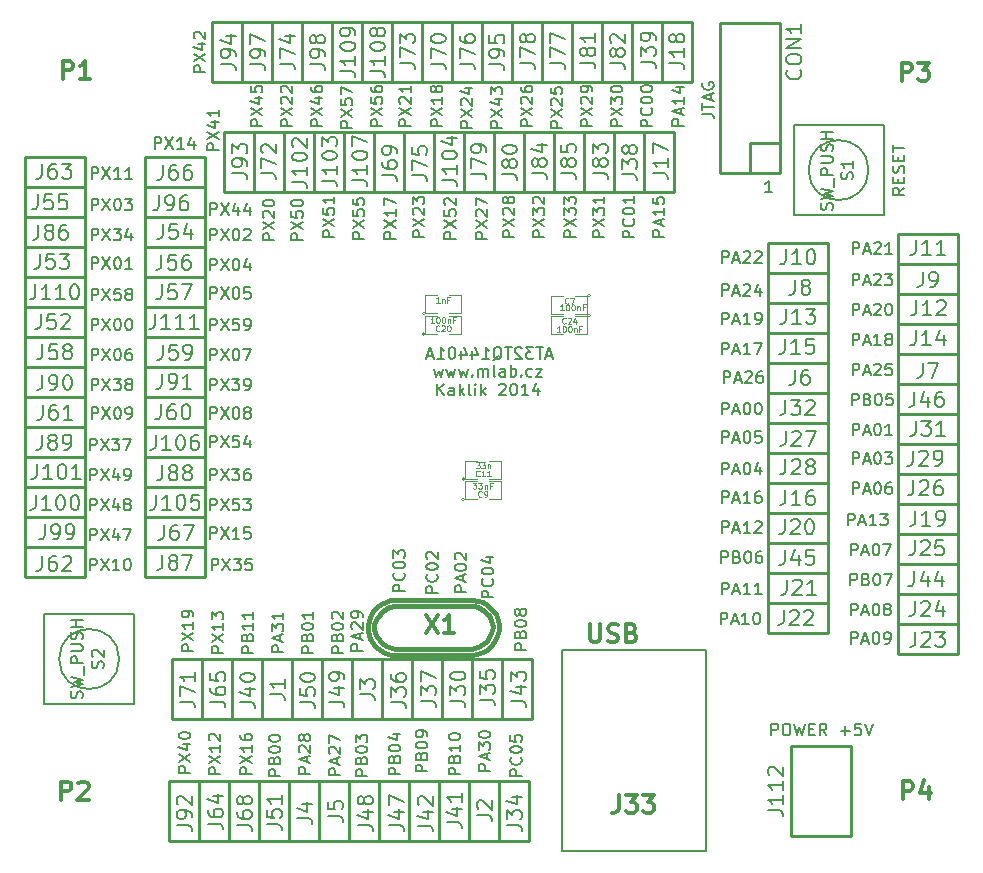
<source format=gto>
%FSLAX46Y46*%
G04 Gerber Fmt 4.6, Leading zero omitted, Abs format (unit mm)*
G04 Created by KiCad (PCBNEW (2014-jul-16 BZR unknown)-product) date St 8. říjen 2014, 14:55:03 CEST*
%MOMM*%
G01*
G04 APERTURE LIST*
%ADD10C,0.150000*%
%ADD11C,0.200000*%
%ADD12C,0.099060*%
%ADD13C,0.127000*%
%ADD14C,0.381000*%
%ADD15C,0.254000*%
%ADD16C,0.109220*%
%ADD17C,0.304800*%
%ADD18C,0.203200*%
G04 APERTURE END LIST*
D10*
D11*
X147010381Y-120133857D02*
X146010381Y-120133857D01*
X146010381Y-119752904D01*
X146058000Y-119657666D01*
X146105619Y-119610047D01*
X146200857Y-119562428D01*
X146343714Y-119562428D01*
X146438952Y-119610047D01*
X146486571Y-119657666D01*
X146534190Y-119752904D01*
X146534190Y-120133857D01*
X146724667Y-119181476D02*
X146724667Y-118705285D01*
X147010381Y-119276714D02*
X146010381Y-118943381D01*
X147010381Y-118610047D01*
X146010381Y-118371952D02*
X146010381Y-117752904D01*
X146391333Y-118086238D01*
X146391333Y-117943380D01*
X146438952Y-117848142D01*
X146486571Y-117800523D01*
X146581810Y-117752904D01*
X146819905Y-117752904D01*
X146915143Y-117800523D01*
X146962762Y-117848142D01*
X147010381Y-117943380D01*
X147010381Y-118229095D01*
X146962762Y-118324333D01*
X146915143Y-118371952D01*
X146010381Y-117133857D02*
X146010381Y-117038618D01*
X146058000Y-116943380D01*
X146105619Y-116895761D01*
X146200857Y-116848142D01*
X146391333Y-116800523D01*
X146629429Y-116800523D01*
X146819905Y-116848142D01*
X146915143Y-116895761D01*
X146962762Y-116943380D01*
X147010381Y-117038618D01*
X147010381Y-117133857D01*
X146962762Y-117229095D01*
X146915143Y-117276714D01*
X146819905Y-117324333D01*
X146629429Y-117371952D01*
X146391333Y-117371952D01*
X146200857Y-117324333D01*
X146105619Y-117276714D01*
X146058000Y-117229095D01*
X146010381Y-117133857D01*
X144978381Y-105020857D02*
X143978381Y-105020857D01*
X143978381Y-104639904D01*
X144026000Y-104544666D01*
X144073619Y-104497047D01*
X144168857Y-104449428D01*
X144311714Y-104449428D01*
X144406952Y-104497047D01*
X144454571Y-104544666D01*
X144502190Y-104639904D01*
X144502190Y-105020857D01*
X144692667Y-104068476D02*
X144692667Y-103592285D01*
X144978381Y-104163714D02*
X143978381Y-103830381D01*
X144978381Y-103497047D01*
X143978381Y-102973238D02*
X143978381Y-102877999D01*
X144026000Y-102782761D01*
X144073619Y-102735142D01*
X144168857Y-102687523D01*
X144359333Y-102639904D01*
X144597429Y-102639904D01*
X144787905Y-102687523D01*
X144883143Y-102735142D01*
X144930762Y-102782761D01*
X144978381Y-102877999D01*
X144978381Y-102973238D01*
X144930762Y-103068476D01*
X144883143Y-103116095D01*
X144787905Y-103163714D01*
X144597429Y-103211333D01*
X144359333Y-103211333D01*
X144168857Y-103163714D01*
X144073619Y-103116095D01*
X144026000Y-103068476D01*
X143978381Y-102973238D01*
X144073619Y-102258952D02*
X144026000Y-102211333D01*
X143978381Y-102116095D01*
X143978381Y-101877999D01*
X144026000Y-101782761D01*
X144073619Y-101735142D01*
X144168857Y-101687523D01*
X144264095Y-101687523D01*
X144406952Y-101735142D01*
X144978381Y-102306571D01*
X144978381Y-101687523D01*
X144470381Y-120459286D02*
X143470381Y-120459286D01*
X143470381Y-120078333D01*
X143518000Y-119983095D01*
X143565619Y-119935476D01*
X143660857Y-119887857D01*
X143803714Y-119887857D01*
X143898952Y-119935476D01*
X143946571Y-119983095D01*
X143994190Y-120078333D01*
X143994190Y-120459286D01*
X143946571Y-119125952D02*
X143994190Y-118983095D01*
X144041810Y-118935476D01*
X144137048Y-118887857D01*
X144279905Y-118887857D01*
X144375143Y-118935476D01*
X144422762Y-118983095D01*
X144470381Y-119078333D01*
X144470381Y-119459286D01*
X143470381Y-119459286D01*
X143470381Y-119125952D01*
X143518000Y-119030714D01*
X143565619Y-118983095D01*
X143660857Y-118935476D01*
X143756095Y-118935476D01*
X143851333Y-118983095D01*
X143898952Y-119030714D01*
X143946571Y-119125952D01*
X143946571Y-119459286D01*
X144470381Y-117935476D02*
X144470381Y-118506905D01*
X144470381Y-118221191D02*
X143470381Y-118221191D01*
X143613238Y-118316429D01*
X143708476Y-118411667D01*
X143756095Y-118506905D01*
X143470381Y-117316429D02*
X143470381Y-117221190D01*
X143518000Y-117125952D01*
X143565619Y-117078333D01*
X143660857Y-117030714D01*
X143851333Y-116983095D01*
X144089429Y-116983095D01*
X144279905Y-117030714D01*
X144375143Y-117078333D01*
X144422762Y-117125952D01*
X144470381Y-117221190D01*
X144470381Y-117316429D01*
X144422762Y-117411667D01*
X144375143Y-117459286D01*
X144279905Y-117506905D01*
X144089429Y-117554524D01*
X143851333Y-117554524D01*
X143660857Y-117506905D01*
X143565619Y-117459286D01*
X143518000Y-117411667D01*
X143470381Y-117316429D01*
X141676381Y-120205286D02*
X140676381Y-120205286D01*
X140676381Y-119824333D01*
X140724000Y-119729095D01*
X140771619Y-119681476D01*
X140866857Y-119633857D01*
X141009714Y-119633857D01*
X141104952Y-119681476D01*
X141152571Y-119729095D01*
X141200190Y-119824333D01*
X141200190Y-120205286D01*
X141152571Y-118871952D02*
X141200190Y-118729095D01*
X141247810Y-118681476D01*
X141343048Y-118633857D01*
X141485905Y-118633857D01*
X141581143Y-118681476D01*
X141628762Y-118729095D01*
X141676381Y-118824333D01*
X141676381Y-119205286D01*
X140676381Y-119205286D01*
X140676381Y-118871952D01*
X140724000Y-118776714D01*
X140771619Y-118729095D01*
X140866857Y-118681476D01*
X140962095Y-118681476D01*
X141057333Y-118729095D01*
X141104952Y-118776714D01*
X141152571Y-118871952D01*
X141152571Y-119205286D01*
X140676381Y-118014810D02*
X140676381Y-117919571D01*
X140724000Y-117824333D01*
X140771619Y-117776714D01*
X140866857Y-117729095D01*
X141057333Y-117681476D01*
X141295429Y-117681476D01*
X141485905Y-117729095D01*
X141581143Y-117776714D01*
X141628762Y-117824333D01*
X141676381Y-117919571D01*
X141676381Y-118014810D01*
X141628762Y-118110048D01*
X141581143Y-118157667D01*
X141485905Y-118205286D01*
X141295429Y-118252905D01*
X141057333Y-118252905D01*
X140866857Y-118205286D01*
X140771619Y-118157667D01*
X140724000Y-118110048D01*
X140676381Y-118014810D01*
X141676381Y-117205286D02*
X141676381Y-117014810D01*
X141628762Y-116919571D01*
X141581143Y-116871952D01*
X141438286Y-116776714D01*
X141247810Y-116729095D01*
X140866857Y-116729095D01*
X140771619Y-116776714D01*
X140724000Y-116824333D01*
X140676381Y-116919571D01*
X140676381Y-117110048D01*
X140724000Y-117205286D01*
X140771619Y-117252905D01*
X140866857Y-117300524D01*
X141104952Y-117300524D01*
X141200190Y-117252905D01*
X141247810Y-117205286D01*
X141295429Y-117110048D01*
X141295429Y-116919571D01*
X141247810Y-116824333D01*
X141200190Y-116776714D01*
X141104952Y-116729095D01*
X142565381Y-105092286D02*
X141565381Y-105092286D01*
X141565381Y-104711333D01*
X141613000Y-104616095D01*
X141660619Y-104568476D01*
X141755857Y-104520857D01*
X141898714Y-104520857D01*
X141993952Y-104568476D01*
X142041571Y-104616095D01*
X142089190Y-104711333D01*
X142089190Y-105092286D01*
X142470143Y-103520857D02*
X142517762Y-103568476D01*
X142565381Y-103711333D01*
X142565381Y-103806571D01*
X142517762Y-103949429D01*
X142422524Y-104044667D01*
X142327286Y-104092286D01*
X142136810Y-104139905D01*
X141993952Y-104139905D01*
X141803476Y-104092286D01*
X141708238Y-104044667D01*
X141613000Y-103949429D01*
X141565381Y-103806571D01*
X141565381Y-103711333D01*
X141613000Y-103568476D01*
X141660619Y-103520857D01*
X141565381Y-102901810D02*
X141565381Y-102806571D01*
X141613000Y-102711333D01*
X141660619Y-102663714D01*
X141755857Y-102616095D01*
X141946333Y-102568476D01*
X142184429Y-102568476D01*
X142374905Y-102616095D01*
X142470143Y-102663714D01*
X142517762Y-102711333D01*
X142565381Y-102806571D01*
X142565381Y-102901810D01*
X142517762Y-102997048D01*
X142470143Y-103044667D01*
X142374905Y-103092286D01*
X142184429Y-103139905D01*
X141946333Y-103139905D01*
X141755857Y-103092286D01*
X141660619Y-103044667D01*
X141613000Y-102997048D01*
X141565381Y-102901810D01*
X141660619Y-102187524D02*
X141613000Y-102139905D01*
X141565381Y-102044667D01*
X141565381Y-101806571D01*
X141613000Y-101711333D01*
X141660619Y-101663714D01*
X141755857Y-101616095D01*
X141851095Y-101616095D01*
X141993952Y-101663714D01*
X142565381Y-102235143D01*
X142565381Y-101616095D01*
X139771381Y-104965286D02*
X138771381Y-104965286D01*
X138771381Y-104584333D01*
X138819000Y-104489095D01*
X138866619Y-104441476D01*
X138961857Y-104393857D01*
X139104714Y-104393857D01*
X139199952Y-104441476D01*
X139247571Y-104489095D01*
X139295190Y-104584333D01*
X139295190Y-104965286D01*
X139676143Y-103393857D02*
X139723762Y-103441476D01*
X139771381Y-103584333D01*
X139771381Y-103679571D01*
X139723762Y-103822429D01*
X139628524Y-103917667D01*
X139533286Y-103965286D01*
X139342810Y-104012905D01*
X139199952Y-104012905D01*
X139009476Y-103965286D01*
X138914238Y-103917667D01*
X138819000Y-103822429D01*
X138771381Y-103679571D01*
X138771381Y-103584333D01*
X138819000Y-103441476D01*
X138866619Y-103393857D01*
X138771381Y-102774810D02*
X138771381Y-102679571D01*
X138819000Y-102584333D01*
X138866619Y-102536714D01*
X138961857Y-102489095D01*
X139152333Y-102441476D01*
X139390429Y-102441476D01*
X139580905Y-102489095D01*
X139676143Y-102536714D01*
X139723762Y-102584333D01*
X139771381Y-102679571D01*
X139771381Y-102774810D01*
X139723762Y-102870048D01*
X139676143Y-102917667D01*
X139580905Y-102965286D01*
X139390429Y-103012905D01*
X139152333Y-103012905D01*
X138961857Y-102965286D01*
X138866619Y-102917667D01*
X138819000Y-102870048D01*
X138771381Y-102774810D01*
X138771381Y-102108143D02*
X138771381Y-101489095D01*
X139152333Y-101822429D01*
X139152333Y-101679571D01*
X139199952Y-101584333D01*
X139247571Y-101536714D01*
X139342810Y-101489095D01*
X139580905Y-101489095D01*
X139676143Y-101536714D01*
X139723762Y-101584333D01*
X139771381Y-101679571D01*
X139771381Y-101965286D01*
X139723762Y-102060524D01*
X139676143Y-102108143D01*
X139390381Y-120459286D02*
X138390381Y-120459286D01*
X138390381Y-120078333D01*
X138438000Y-119983095D01*
X138485619Y-119935476D01*
X138580857Y-119887857D01*
X138723714Y-119887857D01*
X138818952Y-119935476D01*
X138866571Y-119983095D01*
X138914190Y-120078333D01*
X138914190Y-120459286D01*
X138866571Y-119125952D02*
X138914190Y-118983095D01*
X138961810Y-118935476D01*
X139057048Y-118887857D01*
X139199905Y-118887857D01*
X139295143Y-118935476D01*
X139342762Y-118983095D01*
X139390381Y-119078333D01*
X139390381Y-119459286D01*
X138390381Y-119459286D01*
X138390381Y-119125952D01*
X138438000Y-119030714D01*
X138485619Y-118983095D01*
X138580857Y-118935476D01*
X138676095Y-118935476D01*
X138771333Y-118983095D01*
X138818952Y-119030714D01*
X138866571Y-119125952D01*
X138866571Y-119459286D01*
X138390381Y-118268810D02*
X138390381Y-118173571D01*
X138438000Y-118078333D01*
X138485619Y-118030714D01*
X138580857Y-117983095D01*
X138771333Y-117935476D01*
X139009429Y-117935476D01*
X139199905Y-117983095D01*
X139295143Y-118030714D01*
X139342762Y-118078333D01*
X139390381Y-118173571D01*
X139390381Y-118268810D01*
X139342762Y-118364048D01*
X139295143Y-118411667D01*
X139199905Y-118459286D01*
X139009429Y-118506905D01*
X138771333Y-118506905D01*
X138580857Y-118459286D01*
X138485619Y-118411667D01*
X138438000Y-118364048D01*
X138390381Y-118268810D01*
X138723714Y-117078333D02*
X139390381Y-117078333D01*
X138342762Y-117316429D02*
X139057048Y-117554524D01*
X139057048Y-116935476D01*
X136215381Y-109973857D02*
X135215381Y-109973857D01*
X135215381Y-109592904D01*
X135263000Y-109497666D01*
X135310619Y-109450047D01*
X135405857Y-109402428D01*
X135548714Y-109402428D01*
X135643952Y-109450047D01*
X135691571Y-109497666D01*
X135739190Y-109592904D01*
X135739190Y-109973857D01*
X135929667Y-109021476D02*
X135929667Y-108545285D01*
X136215381Y-109116714D02*
X135215381Y-108783381D01*
X136215381Y-108450047D01*
X135310619Y-108164333D02*
X135263000Y-108116714D01*
X135215381Y-108021476D01*
X135215381Y-107783380D01*
X135263000Y-107688142D01*
X135310619Y-107640523D01*
X135405857Y-107592904D01*
X135501095Y-107592904D01*
X135643952Y-107640523D01*
X136215381Y-108211952D01*
X136215381Y-107592904D01*
X136215381Y-107116714D02*
X136215381Y-106926238D01*
X136167762Y-106830999D01*
X136120143Y-106783380D01*
X135977286Y-106688142D01*
X135786810Y-106640523D01*
X135405857Y-106640523D01*
X135310619Y-106688142D01*
X135263000Y-106735761D01*
X135215381Y-106830999D01*
X135215381Y-107021476D01*
X135263000Y-107116714D01*
X135310619Y-107164333D01*
X135405857Y-107211952D01*
X135643952Y-107211952D01*
X135739190Y-107164333D01*
X135786810Y-107116714D01*
X135834429Y-107021476D01*
X135834429Y-106830999D01*
X135786810Y-106735761D01*
X135739190Y-106688142D01*
X135643952Y-106640523D01*
X136596381Y-120586286D02*
X135596381Y-120586286D01*
X135596381Y-120205333D01*
X135644000Y-120110095D01*
X135691619Y-120062476D01*
X135786857Y-120014857D01*
X135929714Y-120014857D01*
X136024952Y-120062476D01*
X136072571Y-120110095D01*
X136120190Y-120205333D01*
X136120190Y-120586286D01*
X136072571Y-119252952D02*
X136120190Y-119110095D01*
X136167810Y-119062476D01*
X136263048Y-119014857D01*
X136405905Y-119014857D01*
X136501143Y-119062476D01*
X136548762Y-119110095D01*
X136596381Y-119205333D01*
X136596381Y-119586286D01*
X135596381Y-119586286D01*
X135596381Y-119252952D01*
X135644000Y-119157714D01*
X135691619Y-119110095D01*
X135786857Y-119062476D01*
X135882095Y-119062476D01*
X135977333Y-119110095D01*
X136024952Y-119157714D01*
X136072571Y-119252952D01*
X136072571Y-119586286D01*
X135596381Y-118395810D02*
X135596381Y-118300571D01*
X135644000Y-118205333D01*
X135691619Y-118157714D01*
X135786857Y-118110095D01*
X135977333Y-118062476D01*
X136215429Y-118062476D01*
X136405905Y-118110095D01*
X136501143Y-118157714D01*
X136548762Y-118205333D01*
X136596381Y-118300571D01*
X136596381Y-118395810D01*
X136548762Y-118491048D01*
X136501143Y-118538667D01*
X136405905Y-118586286D01*
X136215429Y-118633905D01*
X135977333Y-118633905D01*
X135786857Y-118586286D01*
X135691619Y-118538667D01*
X135644000Y-118491048D01*
X135596381Y-118395810D01*
X135596381Y-117729143D02*
X135596381Y-117110095D01*
X135977333Y-117443429D01*
X135977333Y-117300571D01*
X136024952Y-117205333D01*
X136072571Y-117157714D01*
X136167810Y-117110095D01*
X136405905Y-117110095D01*
X136501143Y-117157714D01*
X136548762Y-117205333D01*
X136596381Y-117300571D01*
X136596381Y-117586286D01*
X136548762Y-117681524D01*
X136501143Y-117729143D01*
X134564381Y-110172286D02*
X133564381Y-110172286D01*
X133564381Y-109791333D01*
X133612000Y-109696095D01*
X133659619Y-109648476D01*
X133754857Y-109600857D01*
X133897714Y-109600857D01*
X133992952Y-109648476D01*
X134040571Y-109696095D01*
X134088190Y-109791333D01*
X134088190Y-110172286D01*
X134040571Y-108838952D02*
X134088190Y-108696095D01*
X134135810Y-108648476D01*
X134231048Y-108600857D01*
X134373905Y-108600857D01*
X134469143Y-108648476D01*
X134516762Y-108696095D01*
X134564381Y-108791333D01*
X134564381Y-109172286D01*
X133564381Y-109172286D01*
X133564381Y-108838952D01*
X133612000Y-108743714D01*
X133659619Y-108696095D01*
X133754857Y-108648476D01*
X133850095Y-108648476D01*
X133945333Y-108696095D01*
X133992952Y-108743714D01*
X134040571Y-108838952D01*
X134040571Y-109172286D01*
X133564381Y-107981810D02*
X133564381Y-107886571D01*
X133612000Y-107791333D01*
X133659619Y-107743714D01*
X133754857Y-107696095D01*
X133945333Y-107648476D01*
X134183429Y-107648476D01*
X134373905Y-107696095D01*
X134469143Y-107743714D01*
X134516762Y-107791333D01*
X134564381Y-107886571D01*
X134564381Y-107981810D01*
X134516762Y-108077048D01*
X134469143Y-108124667D01*
X134373905Y-108172286D01*
X134183429Y-108219905D01*
X133945333Y-108219905D01*
X133754857Y-108172286D01*
X133659619Y-108124667D01*
X133612000Y-108077048D01*
X133564381Y-107981810D01*
X133659619Y-107267524D02*
X133612000Y-107219905D01*
X133564381Y-107124667D01*
X133564381Y-106886571D01*
X133612000Y-106791333D01*
X133659619Y-106743714D01*
X133754857Y-106696095D01*
X133850095Y-106696095D01*
X133992952Y-106743714D01*
X134564381Y-107315143D01*
X134564381Y-106696095D01*
X134310381Y-120514857D02*
X133310381Y-120514857D01*
X133310381Y-120133904D01*
X133358000Y-120038666D01*
X133405619Y-119991047D01*
X133500857Y-119943428D01*
X133643714Y-119943428D01*
X133738952Y-119991047D01*
X133786571Y-120038666D01*
X133834190Y-120133904D01*
X133834190Y-120514857D01*
X134024667Y-119562476D02*
X134024667Y-119086285D01*
X134310381Y-119657714D02*
X133310381Y-119324381D01*
X134310381Y-118991047D01*
X133405619Y-118705333D02*
X133358000Y-118657714D01*
X133310381Y-118562476D01*
X133310381Y-118324380D01*
X133358000Y-118229142D01*
X133405619Y-118181523D01*
X133500857Y-118133904D01*
X133596095Y-118133904D01*
X133738952Y-118181523D01*
X134310381Y-118752952D01*
X134310381Y-118133904D01*
X133310381Y-117800571D02*
X133310381Y-117133904D01*
X134310381Y-117562476D01*
X132024381Y-110172286D02*
X131024381Y-110172286D01*
X131024381Y-109791333D01*
X131072000Y-109696095D01*
X131119619Y-109648476D01*
X131214857Y-109600857D01*
X131357714Y-109600857D01*
X131452952Y-109648476D01*
X131500571Y-109696095D01*
X131548190Y-109791333D01*
X131548190Y-110172286D01*
X131500571Y-108838952D02*
X131548190Y-108696095D01*
X131595810Y-108648476D01*
X131691048Y-108600857D01*
X131833905Y-108600857D01*
X131929143Y-108648476D01*
X131976762Y-108696095D01*
X132024381Y-108791333D01*
X132024381Y-109172286D01*
X131024381Y-109172286D01*
X131024381Y-108838952D01*
X131072000Y-108743714D01*
X131119619Y-108696095D01*
X131214857Y-108648476D01*
X131310095Y-108648476D01*
X131405333Y-108696095D01*
X131452952Y-108743714D01*
X131500571Y-108838952D01*
X131500571Y-109172286D01*
X131024381Y-107981810D02*
X131024381Y-107886571D01*
X131072000Y-107791333D01*
X131119619Y-107743714D01*
X131214857Y-107696095D01*
X131405333Y-107648476D01*
X131643429Y-107648476D01*
X131833905Y-107696095D01*
X131929143Y-107743714D01*
X131976762Y-107791333D01*
X132024381Y-107886571D01*
X132024381Y-107981810D01*
X131976762Y-108077048D01*
X131929143Y-108124667D01*
X131833905Y-108172286D01*
X131643429Y-108219905D01*
X131405333Y-108219905D01*
X131214857Y-108172286D01*
X131119619Y-108124667D01*
X131072000Y-108077048D01*
X131024381Y-107981810D01*
X132024381Y-106696095D02*
X132024381Y-107267524D01*
X132024381Y-106981810D02*
X131024381Y-106981810D01*
X131167238Y-107077048D01*
X131262476Y-107172286D01*
X131310095Y-107267524D01*
X131770381Y-120387857D02*
X130770381Y-120387857D01*
X130770381Y-120006904D01*
X130818000Y-119911666D01*
X130865619Y-119864047D01*
X130960857Y-119816428D01*
X131103714Y-119816428D01*
X131198952Y-119864047D01*
X131246571Y-119911666D01*
X131294190Y-120006904D01*
X131294190Y-120387857D01*
X131484667Y-119435476D02*
X131484667Y-118959285D01*
X131770381Y-119530714D02*
X130770381Y-119197381D01*
X131770381Y-118864047D01*
X130865619Y-118578333D02*
X130818000Y-118530714D01*
X130770381Y-118435476D01*
X130770381Y-118197380D01*
X130818000Y-118102142D01*
X130865619Y-118054523D01*
X130960857Y-118006904D01*
X131056095Y-118006904D01*
X131198952Y-118054523D01*
X131770381Y-118625952D01*
X131770381Y-118006904D01*
X131198952Y-117435476D02*
X131151333Y-117530714D01*
X131103714Y-117578333D01*
X131008476Y-117625952D01*
X130960857Y-117625952D01*
X130865619Y-117578333D01*
X130818000Y-117530714D01*
X130770381Y-117435476D01*
X130770381Y-117244999D01*
X130818000Y-117149761D01*
X130865619Y-117102142D01*
X130960857Y-117054523D01*
X131008476Y-117054523D01*
X131103714Y-117102142D01*
X131151333Y-117149761D01*
X131198952Y-117244999D01*
X131198952Y-117435476D01*
X131246571Y-117530714D01*
X131294190Y-117578333D01*
X131389429Y-117625952D01*
X131579905Y-117625952D01*
X131675143Y-117578333D01*
X131722762Y-117530714D01*
X131770381Y-117435476D01*
X131770381Y-117244999D01*
X131722762Y-117149761D01*
X131675143Y-117102142D01*
X131579905Y-117054523D01*
X131389429Y-117054523D01*
X131294190Y-117102142D01*
X131246571Y-117149761D01*
X131198952Y-117244999D01*
X129484381Y-110100857D02*
X128484381Y-110100857D01*
X128484381Y-109719904D01*
X128532000Y-109624666D01*
X128579619Y-109577047D01*
X128674857Y-109529428D01*
X128817714Y-109529428D01*
X128912952Y-109577047D01*
X128960571Y-109624666D01*
X129008190Y-109719904D01*
X129008190Y-110100857D01*
X129198667Y-109148476D02*
X129198667Y-108672285D01*
X129484381Y-109243714D02*
X128484381Y-108910381D01*
X129484381Y-108577047D01*
X128484381Y-108338952D02*
X128484381Y-107719904D01*
X128865333Y-108053238D01*
X128865333Y-107910380D01*
X128912952Y-107815142D01*
X128960571Y-107767523D01*
X129055810Y-107719904D01*
X129293905Y-107719904D01*
X129389143Y-107767523D01*
X129436762Y-107815142D01*
X129484381Y-107910380D01*
X129484381Y-108196095D01*
X129436762Y-108291333D01*
X129389143Y-108338952D01*
X129484381Y-106767523D02*
X129484381Y-107338952D01*
X129484381Y-107053238D02*
X128484381Y-107053238D01*
X128627238Y-107148476D01*
X128722476Y-107243714D01*
X128770095Y-107338952D01*
X129230381Y-120586286D02*
X128230381Y-120586286D01*
X128230381Y-120205333D01*
X128278000Y-120110095D01*
X128325619Y-120062476D01*
X128420857Y-120014857D01*
X128563714Y-120014857D01*
X128658952Y-120062476D01*
X128706571Y-120110095D01*
X128754190Y-120205333D01*
X128754190Y-120586286D01*
X128706571Y-119252952D02*
X128754190Y-119110095D01*
X128801810Y-119062476D01*
X128897048Y-119014857D01*
X129039905Y-119014857D01*
X129135143Y-119062476D01*
X129182762Y-119110095D01*
X129230381Y-119205333D01*
X129230381Y-119586286D01*
X128230381Y-119586286D01*
X128230381Y-119252952D01*
X128278000Y-119157714D01*
X128325619Y-119110095D01*
X128420857Y-119062476D01*
X128516095Y-119062476D01*
X128611333Y-119110095D01*
X128658952Y-119157714D01*
X128706571Y-119252952D01*
X128706571Y-119586286D01*
X128230381Y-118395810D02*
X128230381Y-118300571D01*
X128278000Y-118205333D01*
X128325619Y-118157714D01*
X128420857Y-118110095D01*
X128611333Y-118062476D01*
X128849429Y-118062476D01*
X129039905Y-118110095D01*
X129135143Y-118157714D01*
X129182762Y-118205333D01*
X129230381Y-118300571D01*
X129230381Y-118395810D01*
X129182762Y-118491048D01*
X129135143Y-118538667D01*
X129039905Y-118586286D01*
X128849429Y-118633905D01*
X128611333Y-118633905D01*
X128420857Y-118586286D01*
X128325619Y-118538667D01*
X128278000Y-118491048D01*
X128230381Y-118395810D01*
X128230381Y-117443429D02*
X128230381Y-117348190D01*
X128278000Y-117252952D01*
X128325619Y-117205333D01*
X128420857Y-117157714D01*
X128611333Y-117110095D01*
X128849429Y-117110095D01*
X129039905Y-117157714D01*
X129135143Y-117205333D01*
X129182762Y-117252952D01*
X129230381Y-117348190D01*
X129230381Y-117443429D01*
X129182762Y-117538667D01*
X129135143Y-117586286D01*
X129039905Y-117633905D01*
X128849429Y-117681524D01*
X128611333Y-117681524D01*
X128420857Y-117633905D01*
X128325619Y-117586286D01*
X128278000Y-117538667D01*
X128230381Y-117443429D01*
X126944381Y-110172286D02*
X125944381Y-110172286D01*
X125944381Y-109791333D01*
X125992000Y-109696095D01*
X126039619Y-109648476D01*
X126134857Y-109600857D01*
X126277714Y-109600857D01*
X126372952Y-109648476D01*
X126420571Y-109696095D01*
X126468190Y-109791333D01*
X126468190Y-110172286D01*
X126420571Y-108838952D02*
X126468190Y-108696095D01*
X126515810Y-108648476D01*
X126611048Y-108600857D01*
X126753905Y-108600857D01*
X126849143Y-108648476D01*
X126896762Y-108696095D01*
X126944381Y-108791333D01*
X126944381Y-109172286D01*
X125944381Y-109172286D01*
X125944381Y-108838952D01*
X125992000Y-108743714D01*
X126039619Y-108696095D01*
X126134857Y-108648476D01*
X126230095Y-108648476D01*
X126325333Y-108696095D01*
X126372952Y-108743714D01*
X126420571Y-108838952D01*
X126420571Y-109172286D01*
X126944381Y-107648476D02*
X126944381Y-108219905D01*
X126944381Y-107934191D02*
X125944381Y-107934191D01*
X126087238Y-108029429D01*
X126182476Y-108124667D01*
X126230095Y-108219905D01*
X126944381Y-106696095D02*
X126944381Y-107267524D01*
X126944381Y-106981810D02*
X125944381Y-106981810D01*
X126087238Y-107077048D01*
X126182476Y-107172286D01*
X126230095Y-107267524D01*
X126817381Y-120435476D02*
X125817381Y-120435476D01*
X125817381Y-120054523D01*
X125865000Y-119959285D01*
X125912619Y-119911666D01*
X126007857Y-119864047D01*
X126150714Y-119864047D01*
X126245952Y-119911666D01*
X126293571Y-119959285D01*
X126341190Y-120054523D01*
X126341190Y-120435476D01*
X125817381Y-119530714D02*
X126817381Y-118864047D01*
X125817381Y-118864047D02*
X126817381Y-119530714D01*
X126817381Y-117959285D02*
X126817381Y-118530714D01*
X126817381Y-118245000D02*
X125817381Y-118245000D01*
X125960238Y-118340238D01*
X126055476Y-118435476D01*
X126103095Y-118530714D01*
X125817381Y-117102142D02*
X125817381Y-117292619D01*
X125865000Y-117387857D01*
X125912619Y-117435476D01*
X126055476Y-117530714D01*
X126245952Y-117578333D01*
X126626905Y-117578333D01*
X126722143Y-117530714D01*
X126769762Y-117483095D01*
X126817381Y-117387857D01*
X126817381Y-117197380D01*
X126769762Y-117102142D01*
X126722143Y-117054523D01*
X126626905Y-117006904D01*
X126388810Y-117006904D01*
X126293571Y-117054523D01*
X126245952Y-117102142D01*
X126198333Y-117197380D01*
X126198333Y-117387857D01*
X126245952Y-117483095D01*
X126293571Y-117530714D01*
X126388810Y-117578333D01*
X124404381Y-110148476D02*
X123404381Y-110148476D01*
X123404381Y-109767523D01*
X123452000Y-109672285D01*
X123499619Y-109624666D01*
X123594857Y-109577047D01*
X123737714Y-109577047D01*
X123832952Y-109624666D01*
X123880571Y-109672285D01*
X123928190Y-109767523D01*
X123928190Y-110148476D01*
X123404381Y-109243714D02*
X124404381Y-108577047D01*
X123404381Y-108577047D02*
X124404381Y-109243714D01*
X124404381Y-107672285D02*
X124404381Y-108243714D01*
X124404381Y-107958000D02*
X123404381Y-107958000D01*
X123547238Y-108053238D01*
X123642476Y-108148476D01*
X123690095Y-108243714D01*
X123404381Y-107338952D02*
X123404381Y-106719904D01*
X123785333Y-107053238D01*
X123785333Y-106910380D01*
X123832952Y-106815142D01*
X123880571Y-106767523D01*
X123975810Y-106719904D01*
X124213905Y-106719904D01*
X124309143Y-106767523D01*
X124356762Y-106815142D01*
X124404381Y-106910380D01*
X124404381Y-107196095D01*
X124356762Y-107291333D01*
X124309143Y-107338952D01*
X124150381Y-120435476D02*
X123150381Y-120435476D01*
X123150381Y-120054523D01*
X123198000Y-119959285D01*
X123245619Y-119911666D01*
X123340857Y-119864047D01*
X123483714Y-119864047D01*
X123578952Y-119911666D01*
X123626571Y-119959285D01*
X123674190Y-120054523D01*
X123674190Y-120435476D01*
X123150381Y-119530714D02*
X124150381Y-118864047D01*
X123150381Y-118864047D02*
X124150381Y-119530714D01*
X124150381Y-117959285D02*
X124150381Y-118530714D01*
X124150381Y-118245000D02*
X123150381Y-118245000D01*
X123293238Y-118340238D01*
X123388476Y-118435476D01*
X123436095Y-118530714D01*
X123245619Y-117578333D02*
X123198000Y-117530714D01*
X123150381Y-117435476D01*
X123150381Y-117197380D01*
X123198000Y-117102142D01*
X123245619Y-117054523D01*
X123340857Y-117006904D01*
X123436095Y-117006904D01*
X123578952Y-117054523D01*
X124150381Y-117625952D01*
X124150381Y-117006904D01*
X121864381Y-110021476D02*
X120864381Y-110021476D01*
X120864381Y-109640523D01*
X120912000Y-109545285D01*
X120959619Y-109497666D01*
X121054857Y-109450047D01*
X121197714Y-109450047D01*
X121292952Y-109497666D01*
X121340571Y-109545285D01*
X121388190Y-109640523D01*
X121388190Y-110021476D01*
X120864381Y-109116714D02*
X121864381Y-108450047D01*
X120864381Y-108450047D02*
X121864381Y-109116714D01*
X121864381Y-107545285D02*
X121864381Y-108116714D01*
X121864381Y-107831000D02*
X120864381Y-107831000D01*
X121007238Y-107926238D01*
X121102476Y-108021476D01*
X121150095Y-108116714D01*
X121864381Y-107069095D02*
X121864381Y-106878619D01*
X121816762Y-106783380D01*
X121769143Y-106735761D01*
X121626286Y-106640523D01*
X121435810Y-106592904D01*
X121054857Y-106592904D01*
X120959619Y-106640523D01*
X120912000Y-106688142D01*
X120864381Y-106783380D01*
X120864381Y-106973857D01*
X120912000Y-107069095D01*
X120959619Y-107116714D01*
X121054857Y-107164333D01*
X121292952Y-107164333D01*
X121388190Y-107116714D01*
X121435810Y-107069095D01*
X121483429Y-106973857D01*
X121483429Y-106783380D01*
X121435810Y-106688142D01*
X121388190Y-106640523D01*
X121292952Y-106592904D01*
X121610381Y-120308476D02*
X120610381Y-120308476D01*
X120610381Y-119927523D01*
X120658000Y-119832285D01*
X120705619Y-119784666D01*
X120800857Y-119737047D01*
X120943714Y-119737047D01*
X121038952Y-119784666D01*
X121086571Y-119832285D01*
X121134190Y-119927523D01*
X121134190Y-120308476D01*
X120610381Y-119403714D02*
X121610381Y-118737047D01*
X120610381Y-118737047D02*
X121610381Y-119403714D01*
X120943714Y-117927523D02*
X121610381Y-117927523D01*
X120562762Y-118165619D02*
X121277048Y-118403714D01*
X121277048Y-117784666D01*
X120610381Y-117213238D02*
X120610381Y-117117999D01*
X120658000Y-117022761D01*
X120705619Y-116975142D01*
X120800857Y-116927523D01*
X120991333Y-116879904D01*
X121229429Y-116879904D01*
X121419905Y-116927523D01*
X121515143Y-116975142D01*
X121562762Y-117022761D01*
X121610381Y-117117999D01*
X121610381Y-117213238D01*
X121562762Y-117308476D01*
X121515143Y-117356095D01*
X121419905Y-117403714D01*
X121229429Y-117451333D01*
X120991333Y-117451333D01*
X120800857Y-117403714D01*
X120705619Y-117356095D01*
X120658000Y-117308476D01*
X120610381Y-117213238D01*
X161742381Y-74921857D02*
X160742381Y-74921857D01*
X160742381Y-74540904D01*
X160790000Y-74445666D01*
X160837619Y-74398047D01*
X160932857Y-74350428D01*
X161075714Y-74350428D01*
X161170952Y-74398047D01*
X161218571Y-74445666D01*
X161266190Y-74540904D01*
X161266190Y-74921857D01*
X161456667Y-73969476D02*
X161456667Y-73493285D01*
X161742381Y-74064714D02*
X160742381Y-73731381D01*
X161742381Y-73398047D01*
X161742381Y-72540904D02*
X161742381Y-73112333D01*
X161742381Y-72826619D02*
X160742381Y-72826619D01*
X160885238Y-72921857D01*
X160980476Y-73017095D01*
X161028095Y-73112333D01*
X160742381Y-71636142D02*
X160742381Y-72112333D01*
X161218571Y-72159952D01*
X161170952Y-72112333D01*
X161123333Y-72017095D01*
X161123333Y-71778999D01*
X161170952Y-71683761D01*
X161218571Y-71636142D01*
X161313810Y-71588523D01*
X161551905Y-71588523D01*
X161647143Y-71636142D01*
X161694762Y-71683761D01*
X161742381Y-71778999D01*
X161742381Y-72017095D01*
X161694762Y-72112333D01*
X161647143Y-72159952D01*
X163393381Y-65523857D02*
X162393381Y-65523857D01*
X162393381Y-65142904D01*
X162441000Y-65047666D01*
X162488619Y-65000047D01*
X162583857Y-64952428D01*
X162726714Y-64952428D01*
X162821952Y-65000047D01*
X162869571Y-65047666D01*
X162917190Y-65142904D01*
X162917190Y-65523857D01*
X163107667Y-64571476D02*
X163107667Y-64095285D01*
X163393381Y-64666714D02*
X162393381Y-64333381D01*
X163393381Y-64000047D01*
X163393381Y-63142904D02*
X163393381Y-63714333D01*
X163393381Y-63428619D02*
X162393381Y-63428619D01*
X162536238Y-63523857D01*
X162631476Y-63619095D01*
X162679095Y-63714333D01*
X162726714Y-62285761D02*
X163393381Y-62285761D01*
X162345762Y-62523857D02*
X163060048Y-62761952D01*
X163060048Y-62142904D01*
X159202381Y-74993286D02*
X158202381Y-74993286D01*
X158202381Y-74612333D01*
X158250000Y-74517095D01*
X158297619Y-74469476D01*
X158392857Y-74421857D01*
X158535714Y-74421857D01*
X158630952Y-74469476D01*
X158678571Y-74517095D01*
X158726190Y-74612333D01*
X158726190Y-74993286D01*
X159107143Y-73421857D02*
X159154762Y-73469476D01*
X159202381Y-73612333D01*
X159202381Y-73707571D01*
X159154762Y-73850429D01*
X159059524Y-73945667D01*
X158964286Y-73993286D01*
X158773810Y-74040905D01*
X158630952Y-74040905D01*
X158440476Y-73993286D01*
X158345238Y-73945667D01*
X158250000Y-73850429D01*
X158202381Y-73707571D01*
X158202381Y-73612333D01*
X158250000Y-73469476D01*
X158297619Y-73421857D01*
X158202381Y-72802810D02*
X158202381Y-72707571D01*
X158250000Y-72612333D01*
X158297619Y-72564714D01*
X158392857Y-72517095D01*
X158583333Y-72469476D01*
X158821429Y-72469476D01*
X159011905Y-72517095D01*
X159107143Y-72564714D01*
X159154762Y-72612333D01*
X159202381Y-72707571D01*
X159202381Y-72802810D01*
X159154762Y-72898048D01*
X159107143Y-72945667D01*
X159011905Y-72993286D01*
X158821429Y-73040905D01*
X158583333Y-73040905D01*
X158392857Y-72993286D01*
X158297619Y-72945667D01*
X158250000Y-72898048D01*
X158202381Y-72802810D01*
X159202381Y-71517095D02*
X159202381Y-72088524D01*
X159202381Y-71802810D02*
X158202381Y-71802810D01*
X158345238Y-71898048D01*
X158440476Y-71993286D01*
X158488095Y-72088524D01*
X160726381Y-65595286D02*
X159726381Y-65595286D01*
X159726381Y-65214333D01*
X159774000Y-65119095D01*
X159821619Y-65071476D01*
X159916857Y-65023857D01*
X160059714Y-65023857D01*
X160154952Y-65071476D01*
X160202571Y-65119095D01*
X160250190Y-65214333D01*
X160250190Y-65595286D01*
X160631143Y-64023857D02*
X160678762Y-64071476D01*
X160726381Y-64214333D01*
X160726381Y-64309571D01*
X160678762Y-64452429D01*
X160583524Y-64547667D01*
X160488286Y-64595286D01*
X160297810Y-64642905D01*
X160154952Y-64642905D01*
X159964476Y-64595286D01*
X159869238Y-64547667D01*
X159774000Y-64452429D01*
X159726381Y-64309571D01*
X159726381Y-64214333D01*
X159774000Y-64071476D01*
X159821619Y-64023857D01*
X159726381Y-63404810D02*
X159726381Y-63309571D01*
X159774000Y-63214333D01*
X159821619Y-63166714D01*
X159916857Y-63119095D01*
X160107333Y-63071476D01*
X160345429Y-63071476D01*
X160535905Y-63119095D01*
X160631143Y-63166714D01*
X160678762Y-63214333D01*
X160726381Y-63309571D01*
X160726381Y-63404810D01*
X160678762Y-63500048D01*
X160631143Y-63547667D01*
X160535905Y-63595286D01*
X160345429Y-63642905D01*
X160107333Y-63642905D01*
X159916857Y-63595286D01*
X159821619Y-63547667D01*
X159774000Y-63500048D01*
X159726381Y-63404810D01*
X159726381Y-62452429D02*
X159726381Y-62357190D01*
X159774000Y-62261952D01*
X159821619Y-62214333D01*
X159916857Y-62166714D01*
X160107333Y-62119095D01*
X160345429Y-62119095D01*
X160535905Y-62166714D01*
X160631143Y-62214333D01*
X160678762Y-62261952D01*
X160726381Y-62357190D01*
X160726381Y-62452429D01*
X160678762Y-62547667D01*
X160631143Y-62595286D01*
X160535905Y-62642905D01*
X160345429Y-62690524D01*
X160107333Y-62690524D01*
X159916857Y-62642905D01*
X159821619Y-62595286D01*
X159774000Y-62547667D01*
X159726381Y-62452429D01*
X156662381Y-74969476D02*
X155662381Y-74969476D01*
X155662381Y-74588523D01*
X155710000Y-74493285D01*
X155757619Y-74445666D01*
X155852857Y-74398047D01*
X155995714Y-74398047D01*
X156090952Y-74445666D01*
X156138571Y-74493285D01*
X156186190Y-74588523D01*
X156186190Y-74969476D01*
X155662381Y-74064714D02*
X156662381Y-73398047D01*
X155662381Y-73398047D02*
X156662381Y-74064714D01*
X155662381Y-73112333D02*
X155662381Y-72493285D01*
X156043333Y-72826619D01*
X156043333Y-72683761D01*
X156090952Y-72588523D01*
X156138571Y-72540904D01*
X156233810Y-72493285D01*
X156471905Y-72493285D01*
X156567143Y-72540904D01*
X156614762Y-72588523D01*
X156662381Y-72683761D01*
X156662381Y-72969476D01*
X156614762Y-73064714D01*
X156567143Y-73112333D01*
X156662381Y-71540904D02*
X156662381Y-72112333D01*
X156662381Y-71826619D02*
X155662381Y-71826619D01*
X155805238Y-71921857D01*
X155900476Y-72017095D01*
X155948095Y-72112333D01*
X158186381Y-65571476D02*
X157186381Y-65571476D01*
X157186381Y-65190523D01*
X157234000Y-65095285D01*
X157281619Y-65047666D01*
X157376857Y-65000047D01*
X157519714Y-65000047D01*
X157614952Y-65047666D01*
X157662571Y-65095285D01*
X157710190Y-65190523D01*
X157710190Y-65571476D01*
X157186381Y-64666714D02*
X158186381Y-64000047D01*
X157186381Y-64000047D02*
X158186381Y-64666714D01*
X157186381Y-63714333D02*
X157186381Y-63095285D01*
X157567333Y-63428619D01*
X157567333Y-63285761D01*
X157614952Y-63190523D01*
X157662571Y-63142904D01*
X157757810Y-63095285D01*
X157995905Y-63095285D01*
X158091143Y-63142904D01*
X158138762Y-63190523D01*
X158186381Y-63285761D01*
X158186381Y-63571476D01*
X158138762Y-63666714D01*
X158091143Y-63714333D01*
X157186381Y-62476238D02*
X157186381Y-62380999D01*
X157234000Y-62285761D01*
X157281619Y-62238142D01*
X157376857Y-62190523D01*
X157567333Y-62142904D01*
X157805429Y-62142904D01*
X157995905Y-62190523D01*
X158091143Y-62238142D01*
X158138762Y-62285761D01*
X158186381Y-62380999D01*
X158186381Y-62476238D01*
X158138762Y-62571476D01*
X158091143Y-62619095D01*
X157995905Y-62666714D01*
X157805429Y-62714333D01*
X157567333Y-62714333D01*
X157376857Y-62666714D01*
X157281619Y-62619095D01*
X157234000Y-62571476D01*
X157186381Y-62476238D01*
X154249381Y-74969476D02*
X153249381Y-74969476D01*
X153249381Y-74588523D01*
X153297000Y-74493285D01*
X153344619Y-74445666D01*
X153439857Y-74398047D01*
X153582714Y-74398047D01*
X153677952Y-74445666D01*
X153725571Y-74493285D01*
X153773190Y-74588523D01*
X153773190Y-74969476D01*
X153249381Y-74064714D02*
X154249381Y-73398047D01*
X153249381Y-73398047D02*
X154249381Y-74064714D01*
X153249381Y-73112333D02*
X153249381Y-72493285D01*
X153630333Y-72826619D01*
X153630333Y-72683761D01*
X153677952Y-72588523D01*
X153725571Y-72540904D01*
X153820810Y-72493285D01*
X154058905Y-72493285D01*
X154154143Y-72540904D01*
X154201762Y-72588523D01*
X154249381Y-72683761D01*
X154249381Y-72969476D01*
X154201762Y-73064714D01*
X154154143Y-73112333D01*
X153249381Y-72159952D02*
X153249381Y-71540904D01*
X153630333Y-71874238D01*
X153630333Y-71731380D01*
X153677952Y-71636142D01*
X153725571Y-71588523D01*
X153820810Y-71540904D01*
X154058905Y-71540904D01*
X154154143Y-71588523D01*
X154201762Y-71636142D01*
X154249381Y-71731380D01*
X154249381Y-72017095D01*
X154201762Y-72112333D01*
X154154143Y-72159952D01*
X155646381Y-65571476D02*
X154646381Y-65571476D01*
X154646381Y-65190523D01*
X154694000Y-65095285D01*
X154741619Y-65047666D01*
X154836857Y-65000047D01*
X154979714Y-65000047D01*
X155074952Y-65047666D01*
X155122571Y-65095285D01*
X155170190Y-65190523D01*
X155170190Y-65571476D01*
X154646381Y-64666714D02*
X155646381Y-64000047D01*
X154646381Y-64000047D02*
X155646381Y-64666714D01*
X154741619Y-63666714D02*
X154694000Y-63619095D01*
X154646381Y-63523857D01*
X154646381Y-63285761D01*
X154694000Y-63190523D01*
X154741619Y-63142904D01*
X154836857Y-63095285D01*
X154932095Y-63095285D01*
X155074952Y-63142904D01*
X155646381Y-63714333D01*
X155646381Y-63095285D01*
X155646381Y-62619095D02*
X155646381Y-62428619D01*
X155598762Y-62333380D01*
X155551143Y-62285761D01*
X155408286Y-62190523D01*
X155217810Y-62142904D01*
X154836857Y-62142904D01*
X154741619Y-62190523D01*
X154694000Y-62238142D01*
X154646381Y-62333380D01*
X154646381Y-62523857D01*
X154694000Y-62619095D01*
X154741619Y-62666714D01*
X154836857Y-62714333D01*
X155074952Y-62714333D01*
X155170190Y-62666714D01*
X155217810Y-62619095D01*
X155265429Y-62523857D01*
X155265429Y-62333380D01*
X155217810Y-62238142D01*
X155170190Y-62190523D01*
X155074952Y-62142904D01*
X151582381Y-74969476D02*
X150582381Y-74969476D01*
X150582381Y-74588523D01*
X150630000Y-74493285D01*
X150677619Y-74445666D01*
X150772857Y-74398047D01*
X150915714Y-74398047D01*
X151010952Y-74445666D01*
X151058571Y-74493285D01*
X151106190Y-74588523D01*
X151106190Y-74969476D01*
X150582381Y-74064714D02*
X151582381Y-73398047D01*
X150582381Y-73398047D02*
X151582381Y-74064714D01*
X150582381Y-73112333D02*
X150582381Y-72493285D01*
X150963333Y-72826619D01*
X150963333Y-72683761D01*
X151010952Y-72588523D01*
X151058571Y-72540904D01*
X151153810Y-72493285D01*
X151391905Y-72493285D01*
X151487143Y-72540904D01*
X151534762Y-72588523D01*
X151582381Y-72683761D01*
X151582381Y-72969476D01*
X151534762Y-73064714D01*
X151487143Y-73112333D01*
X150677619Y-72112333D02*
X150630000Y-72064714D01*
X150582381Y-71969476D01*
X150582381Y-71731380D01*
X150630000Y-71636142D01*
X150677619Y-71588523D01*
X150772857Y-71540904D01*
X150868095Y-71540904D01*
X151010952Y-71588523D01*
X151582381Y-72159952D01*
X151582381Y-71540904D01*
X153106381Y-65698476D02*
X152106381Y-65698476D01*
X152106381Y-65317523D01*
X152154000Y-65222285D01*
X152201619Y-65174666D01*
X152296857Y-65127047D01*
X152439714Y-65127047D01*
X152534952Y-65174666D01*
X152582571Y-65222285D01*
X152630190Y-65317523D01*
X152630190Y-65698476D01*
X152106381Y-64793714D02*
X153106381Y-64127047D01*
X152106381Y-64127047D02*
X153106381Y-64793714D01*
X152201619Y-63793714D02*
X152154000Y-63746095D01*
X152106381Y-63650857D01*
X152106381Y-63412761D01*
X152154000Y-63317523D01*
X152201619Y-63269904D01*
X152296857Y-63222285D01*
X152392095Y-63222285D01*
X152534952Y-63269904D01*
X153106381Y-63841333D01*
X153106381Y-63222285D01*
X152106381Y-62317523D02*
X152106381Y-62793714D01*
X152582571Y-62841333D01*
X152534952Y-62793714D01*
X152487333Y-62698476D01*
X152487333Y-62460380D01*
X152534952Y-62365142D01*
X152582571Y-62317523D01*
X152677810Y-62269904D01*
X152915905Y-62269904D01*
X153011143Y-62317523D01*
X153058762Y-62365142D01*
X153106381Y-62460380D01*
X153106381Y-62698476D01*
X153058762Y-62793714D01*
X153011143Y-62841333D01*
X149042381Y-74969476D02*
X148042381Y-74969476D01*
X148042381Y-74588523D01*
X148090000Y-74493285D01*
X148137619Y-74445666D01*
X148232857Y-74398047D01*
X148375714Y-74398047D01*
X148470952Y-74445666D01*
X148518571Y-74493285D01*
X148566190Y-74588523D01*
X148566190Y-74969476D01*
X148042381Y-74064714D02*
X149042381Y-73398047D01*
X148042381Y-73398047D02*
X149042381Y-74064714D01*
X148137619Y-73064714D02*
X148090000Y-73017095D01*
X148042381Y-72921857D01*
X148042381Y-72683761D01*
X148090000Y-72588523D01*
X148137619Y-72540904D01*
X148232857Y-72493285D01*
X148328095Y-72493285D01*
X148470952Y-72540904D01*
X149042381Y-73112333D01*
X149042381Y-72493285D01*
X148470952Y-71921857D02*
X148423333Y-72017095D01*
X148375714Y-72064714D01*
X148280476Y-72112333D01*
X148232857Y-72112333D01*
X148137619Y-72064714D01*
X148090000Y-72017095D01*
X148042381Y-71921857D01*
X148042381Y-71731380D01*
X148090000Y-71636142D01*
X148137619Y-71588523D01*
X148232857Y-71540904D01*
X148280476Y-71540904D01*
X148375714Y-71588523D01*
X148423333Y-71636142D01*
X148470952Y-71731380D01*
X148470952Y-71921857D01*
X148518571Y-72017095D01*
X148566190Y-72064714D01*
X148661429Y-72112333D01*
X148851905Y-72112333D01*
X148947143Y-72064714D01*
X148994762Y-72017095D01*
X149042381Y-71921857D01*
X149042381Y-71731380D01*
X148994762Y-71636142D01*
X148947143Y-71588523D01*
X148851905Y-71540904D01*
X148661429Y-71540904D01*
X148566190Y-71588523D01*
X148518571Y-71636142D01*
X148470952Y-71731380D01*
X150566381Y-65571476D02*
X149566381Y-65571476D01*
X149566381Y-65190523D01*
X149614000Y-65095285D01*
X149661619Y-65047666D01*
X149756857Y-65000047D01*
X149899714Y-65000047D01*
X149994952Y-65047666D01*
X150042571Y-65095285D01*
X150090190Y-65190523D01*
X150090190Y-65571476D01*
X149566381Y-64666714D02*
X150566381Y-64000047D01*
X149566381Y-64000047D02*
X150566381Y-64666714D01*
X149661619Y-63666714D02*
X149614000Y-63619095D01*
X149566381Y-63523857D01*
X149566381Y-63285761D01*
X149614000Y-63190523D01*
X149661619Y-63142904D01*
X149756857Y-63095285D01*
X149852095Y-63095285D01*
X149994952Y-63142904D01*
X150566381Y-63714333D01*
X150566381Y-63095285D01*
X149566381Y-62238142D02*
X149566381Y-62428619D01*
X149614000Y-62523857D01*
X149661619Y-62571476D01*
X149804476Y-62666714D01*
X149994952Y-62714333D01*
X150375905Y-62714333D01*
X150471143Y-62666714D01*
X150518762Y-62619095D01*
X150566381Y-62523857D01*
X150566381Y-62333380D01*
X150518762Y-62238142D01*
X150471143Y-62190523D01*
X150375905Y-62142904D01*
X150137810Y-62142904D01*
X150042571Y-62190523D01*
X149994952Y-62238142D01*
X149947333Y-62333380D01*
X149947333Y-62523857D01*
X149994952Y-62619095D01*
X150042571Y-62666714D01*
X150137810Y-62714333D01*
X146756381Y-75096476D02*
X145756381Y-75096476D01*
X145756381Y-74715523D01*
X145804000Y-74620285D01*
X145851619Y-74572666D01*
X145946857Y-74525047D01*
X146089714Y-74525047D01*
X146184952Y-74572666D01*
X146232571Y-74620285D01*
X146280190Y-74715523D01*
X146280190Y-75096476D01*
X145756381Y-74191714D02*
X146756381Y-73525047D01*
X145756381Y-73525047D02*
X146756381Y-74191714D01*
X145851619Y-73191714D02*
X145804000Y-73144095D01*
X145756381Y-73048857D01*
X145756381Y-72810761D01*
X145804000Y-72715523D01*
X145851619Y-72667904D01*
X145946857Y-72620285D01*
X146042095Y-72620285D01*
X146184952Y-72667904D01*
X146756381Y-73239333D01*
X146756381Y-72620285D01*
X145756381Y-72286952D02*
X145756381Y-71620285D01*
X146756381Y-72048857D01*
X148026381Y-65698476D02*
X147026381Y-65698476D01*
X147026381Y-65317523D01*
X147074000Y-65222285D01*
X147121619Y-65174666D01*
X147216857Y-65127047D01*
X147359714Y-65127047D01*
X147454952Y-65174666D01*
X147502571Y-65222285D01*
X147550190Y-65317523D01*
X147550190Y-65698476D01*
X147026381Y-64793714D02*
X148026381Y-64127047D01*
X147026381Y-64127047D02*
X148026381Y-64793714D01*
X147359714Y-63317523D02*
X148026381Y-63317523D01*
X146978762Y-63555619D02*
X147693048Y-63793714D01*
X147693048Y-63174666D01*
X147026381Y-62888952D02*
X147026381Y-62269904D01*
X147407333Y-62603238D01*
X147407333Y-62460380D01*
X147454952Y-62365142D01*
X147502571Y-62317523D01*
X147597810Y-62269904D01*
X147835905Y-62269904D01*
X147931143Y-62317523D01*
X147978762Y-62365142D01*
X148026381Y-62460380D01*
X148026381Y-62746095D01*
X147978762Y-62841333D01*
X147931143Y-62888952D01*
X144089381Y-75096476D02*
X143089381Y-75096476D01*
X143089381Y-74715523D01*
X143137000Y-74620285D01*
X143184619Y-74572666D01*
X143279857Y-74525047D01*
X143422714Y-74525047D01*
X143517952Y-74572666D01*
X143565571Y-74620285D01*
X143613190Y-74715523D01*
X143613190Y-75096476D01*
X143089381Y-74191714D02*
X144089381Y-73525047D01*
X143089381Y-73525047D02*
X144089381Y-74191714D01*
X143089381Y-72667904D02*
X143089381Y-73144095D01*
X143565571Y-73191714D01*
X143517952Y-73144095D01*
X143470333Y-73048857D01*
X143470333Y-72810761D01*
X143517952Y-72715523D01*
X143565571Y-72667904D01*
X143660810Y-72620285D01*
X143898905Y-72620285D01*
X143994143Y-72667904D01*
X144041762Y-72715523D01*
X144089381Y-72810761D01*
X144089381Y-73048857D01*
X144041762Y-73144095D01*
X143994143Y-73191714D01*
X143184619Y-72239333D02*
X143137000Y-72191714D01*
X143089381Y-72096476D01*
X143089381Y-71858380D01*
X143137000Y-71763142D01*
X143184619Y-71715523D01*
X143279857Y-71667904D01*
X143375095Y-71667904D01*
X143517952Y-71715523D01*
X144089381Y-72286952D01*
X144089381Y-71667904D01*
X145486381Y-65698476D02*
X144486381Y-65698476D01*
X144486381Y-65317523D01*
X144534000Y-65222285D01*
X144581619Y-65174666D01*
X144676857Y-65127047D01*
X144819714Y-65127047D01*
X144914952Y-65174666D01*
X144962571Y-65222285D01*
X145010190Y-65317523D01*
X145010190Y-65698476D01*
X144486381Y-64793714D02*
X145486381Y-64127047D01*
X144486381Y-64127047D02*
X145486381Y-64793714D01*
X144581619Y-63793714D02*
X144534000Y-63746095D01*
X144486381Y-63650857D01*
X144486381Y-63412761D01*
X144534000Y-63317523D01*
X144581619Y-63269904D01*
X144676857Y-63222285D01*
X144772095Y-63222285D01*
X144914952Y-63269904D01*
X145486381Y-63841333D01*
X145486381Y-63222285D01*
X144819714Y-62365142D02*
X145486381Y-62365142D01*
X144438762Y-62603238D02*
X145153048Y-62841333D01*
X145153048Y-62222285D01*
X141422381Y-74969476D02*
X140422381Y-74969476D01*
X140422381Y-74588523D01*
X140470000Y-74493285D01*
X140517619Y-74445666D01*
X140612857Y-74398047D01*
X140755714Y-74398047D01*
X140850952Y-74445666D01*
X140898571Y-74493285D01*
X140946190Y-74588523D01*
X140946190Y-74969476D01*
X140422381Y-74064714D02*
X141422381Y-73398047D01*
X140422381Y-73398047D02*
X141422381Y-74064714D01*
X140517619Y-73064714D02*
X140470000Y-73017095D01*
X140422381Y-72921857D01*
X140422381Y-72683761D01*
X140470000Y-72588523D01*
X140517619Y-72540904D01*
X140612857Y-72493285D01*
X140708095Y-72493285D01*
X140850952Y-72540904D01*
X141422381Y-73112333D01*
X141422381Y-72493285D01*
X140422381Y-72159952D02*
X140422381Y-71540904D01*
X140803333Y-71874238D01*
X140803333Y-71731380D01*
X140850952Y-71636142D01*
X140898571Y-71588523D01*
X140993810Y-71540904D01*
X141231905Y-71540904D01*
X141327143Y-71588523D01*
X141374762Y-71636142D01*
X141422381Y-71731380D01*
X141422381Y-72017095D01*
X141374762Y-72112333D01*
X141327143Y-72159952D01*
X142946381Y-65571476D02*
X141946381Y-65571476D01*
X141946381Y-65190523D01*
X141994000Y-65095285D01*
X142041619Y-65047666D01*
X142136857Y-65000047D01*
X142279714Y-65000047D01*
X142374952Y-65047666D01*
X142422571Y-65095285D01*
X142470190Y-65190523D01*
X142470190Y-65571476D01*
X141946381Y-64666714D02*
X142946381Y-64000047D01*
X141946381Y-64000047D02*
X142946381Y-64666714D01*
X142946381Y-63095285D02*
X142946381Y-63666714D01*
X142946381Y-63381000D02*
X141946381Y-63381000D01*
X142089238Y-63476238D01*
X142184476Y-63571476D01*
X142232095Y-63666714D01*
X142374952Y-62523857D02*
X142327333Y-62619095D01*
X142279714Y-62666714D01*
X142184476Y-62714333D01*
X142136857Y-62714333D01*
X142041619Y-62666714D01*
X141994000Y-62619095D01*
X141946381Y-62523857D01*
X141946381Y-62333380D01*
X141994000Y-62238142D01*
X142041619Y-62190523D01*
X142136857Y-62142904D01*
X142184476Y-62142904D01*
X142279714Y-62190523D01*
X142327333Y-62238142D01*
X142374952Y-62333380D01*
X142374952Y-62523857D01*
X142422571Y-62619095D01*
X142470190Y-62666714D01*
X142565429Y-62714333D01*
X142755905Y-62714333D01*
X142851143Y-62666714D01*
X142898762Y-62619095D01*
X142946381Y-62523857D01*
X142946381Y-62333380D01*
X142898762Y-62238142D01*
X142851143Y-62190523D01*
X142755905Y-62142904D01*
X142565429Y-62142904D01*
X142470190Y-62190523D01*
X142422571Y-62238142D01*
X142374952Y-62333380D01*
X177554143Y-109418381D02*
X177554143Y-108418381D01*
X177935096Y-108418381D01*
X178030334Y-108466000D01*
X178077953Y-108513619D01*
X178125572Y-108608857D01*
X178125572Y-108751714D01*
X178077953Y-108846952D01*
X178030334Y-108894571D01*
X177935096Y-108942190D01*
X177554143Y-108942190D01*
X178506524Y-109132667D02*
X178982715Y-109132667D01*
X178411286Y-109418381D02*
X178744619Y-108418381D01*
X179077953Y-109418381D01*
X179601762Y-108418381D02*
X179697001Y-108418381D01*
X179792239Y-108466000D01*
X179839858Y-108513619D01*
X179887477Y-108608857D01*
X179935096Y-108799333D01*
X179935096Y-109037429D01*
X179887477Y-109227905D01*
X179839858Y-109323143D01*
X179792239Y-109370762D01*
X179697001Y-109418381D01*
X179601762Y-109418381D01*
X179506524Y-109370762D01*
X179458905Y-109323143D01*
X179411286Y-109227905D01*
X179363667Y-109037429D01*
X179363667Y-108799333D01*
X179411286Y-108608857D01*
X179458905Y-108513619D01*
X179506524Y-108466000D01*
X179601762Y-108418381D01*
X180411286Y-109418381D02*
X180601762Y-109418381D01*
X180697001Y-109370762D01*
X180744620Y-109323143D01*
X180839858Y-109180286D01*
X180887477Y-108989810D01*
X180887477Y-108608857D01*
X180839858Y-108513619D01*
X180792239Y-108466000D01*
X180697001Y-108418381D01*
X180506524Y-108418381D01*
X180411286Y-108466000D01*
X180363667Y-108513619D01*
X180316048Y-108608857D01*
X180316048Y-108846952D01*
X180363667Y-108942190D01*
X180411286Y-108989810D01*
X180506524Y-109037429D01*
X180697001Y-109037429D01*
X180792239Y-108989810D01*
X180839858Y-108942190D01*
X180887477Y-108846952D01*
X166505143Y-107767381D02*
X166505143Y-106767381D01*
X166886096Y-106767381D01*
X166981334Y-106815000D01*
X167028953Y-106862619D01*
X167076572Y-106957857D01*
X167076572Y-107100714D01*
X167028953Y-107195952D01*
X166981334Y-107243571D01*
X166886096Y-107291190D01*
X166505143Y-107291190D01*
X167457524Y-107481667D02*
X167933715Y-107481667D01*
X167362286Y-107767381D02*
X167695619Y-106767381D01*
X168028953Y-107767381D01*
X168886096Y-107767381D02*
X168314667Y-107767381D01*
X168600381Y-107767381D02*
X168600381Y-106767381D01*
X168505143Y-106910238D01*
X168409905Y-107005476D01*
X168314667Y-107053095D01*
X169505143Y-106767381D02*
X169600382Y-106767381D01*
X169695620Y-106815000D01*
X169743239Y-106862619D01*
X169790858Y-106957857D01*
X169838477Y-107148333D01*
X169838477Y-107386429D01*
X169790858Y-107576905D01*
X169743239Y-107672143D01*
X169695620Y-107719762D01*
X169600382Y-107767381D01*
X169505143Y-107767381D01*
X169409905Y-107719762D01*
X169362286Y-107672143D01*
X169314667Y-107576905D01*
X169267048Y-107386429D01*
X169267048Y-107148333D01*
X169314667Y-106957857D01*
X169362286Y-106862619D01*
X169409905Y-106815000D01*
X169505143Y-106767381D01*
X177554143Y-107005381D02*
X177554143Y-106005381D01*
X177935096Y-106005381D01*
X178030334Y-106053000D01*
X178077953Y-106100619D01*
X178125572Y-106195857D01*
X178125572Y-106338714D01*
X178077953Y-106433952D01*
X178030334Y-106481571D01*
X177935096Y-106529190D01*
X177554143Y-106529190D01*
X178506524Y-106719667D02*
X178982715Y-106719667D01*
X178411286Y-107005381D02*
X178744619Y-106005381D01*
X179077953Y-107005381D01*
X179601762Y-106005381D02*
X179697001Y-106005381D01*
X179792239Y-106053000D01*
X179839858Y-106100619D01*
X179887477Y-106195857D01*
X179935096Y-106386333D01*
X179935096Y-106624429D01*
X179887477Y-106814905D01*
X179839858Y-106910143D01*
X179792239Y-106957762D01*
X179697001Y-107005381D01*
X179601762Y-107005381D01*
X179506524Y-106957762D01*
X179458905Y-106910143D01*
X179411286Y-106814905D01*
X179363667Y-106624429D01*
X179363667Y-106386333D01*
X179411286Y-106195857D01*
X179458905Y-106100619D01*
X179506524Y-106053000D01*
X179601762Y-106005381D01*
X180506524Y-106433952D02*
X180411286Y-106386333D01*
X180363667Y-106338714D01*
X180316048Y-106243476D01*
X180316048Y-106195857D01*
X180363667Y-106100619D01*
X180411286Y-106053000D01*
X180506524Y-106005381D01*
X180697001Y-106005381D01*
X180792239Y-106053000D01*
X180839858Y-106100619D01*
X180887477Y-106195857D01*
X180887477Y-106243476D01*
X180839858Y-106338714D01*
X180792239Y-106386333D01*
X180697001Y-106433952D01*
X180506524Y-106433952D01*
X180411286Y-106481571D01*
X180363667Y-106529190D01*
X180316048Y-106624429D01*
X180316048Y-106814905D01*
X180363667Y-106910143D01*
X180411286Y-106957762D01*
X180506524Y-107005381D01*
X180697001Y-107005381D01*
X180792239Y-106957762D01*
X180839858Y-106910143D01*
X180887477Y-106814905D01*
X180887477Y-106624429D01*
X180839858Y-106529190D01*
X180792239Y-106481571D01*
X180697001Y-106433952D01*
X166632143Y-105227381D02*
X166632143Y-104227381D01*
X167013096Y-104227381D01*
X167108334Y-104275000D01*
X167155953Y-104322619D01*
X167203572Y-104417857D01*
X167203572Y-104560714D01*
X167155953Y-104655952D01*
X167108334Y-104703571D01*
X167013096Y-104751190D01*
X166632143Y-104751190D01*
X167584524Y-104941667D02*
X168060715Y-104941667D01*
X167489286Y-105227381D02*
X167822619Y-104227381D01*
X168155953Y-105227381D01*
X169013096Y-105227381D02*
X168441667Y-105227381D01*
X168727381Y-105227381D02*
X168727381Y-104227381D01*
X168632143Y-104370238D01*
X168536905Y-104465476D01*
X168441667Y-104513095D01*
X169965477Y-105227381D02*
X169394048Y-105227381D01*
X169679762Y-105227381D02*
X169679762Y-104227381D01*
X169584524Y-104370238D01*
X169489286Y-104465476D01*
X169394048Y-104513095D01*
X177482714Y-104465381D02*
X177482714Y-103465381D01*
X177863667Y-103465381D01*
X177958905Y-103513000D01*
X178006524Y-103560619D01*
X178054143Y-103655857D01*
X178054143Y-103798714D01*
X178006524Y-103893952D01*
X177958905Y-103941571D01*
X177863667Y-103989190D01*
X177482714Y-103989190D01*
X178816048Y-103941571D02*
X178958905Y-103989190D01*
X179006524Y-104036810D01*
X179054143Y-104132048D01*
X179054143Y-104274905D01*
X179006524Y-104370143D01*
X178958905Y-104417762D01*
X178863667Y-104465381D01*
X178482714Y-104465381D01*
X178482714Y-103465381D01*
X178816048Y-103465381D01*
X178911286Y-103513000D01*
X178958905Y-103560619D01*
X179006524Y-103655857D01*
X179006524Y-103751095D01*
X178958905Y-103846333D01*
X178911286Y-103893952D01*
X178816048Y-103941571D01*
X178482714Y-103941571D01*
X179673190Y-103465381D02*
X179768429Y-103465381D01*
X179863667Y-103513000D01*
X179911286Y-103560619D01*
X179958905Y-103655857D01*
X180006524Y-103846333D01*
X180006524Y-104084429D01*
X179958905Y-104274905D01*
X179911286Y-104370143D01*
X179863667Y-104417762D01*
X179768429Y-104465381D01*
X179673190Y-104465381D01*
X179577952Y-104417762D01*
X179530333Y-104370143D01*
X179482714Y-104274905D01*
X179435095Y-104084429D01*
X179435095Y-103846333D01*
X179482714Y-103655857D01*
X179530333Y-103560619D01*
X179577952Y-103513000D01*
X179673190Y-103465381D01*
X180339857Y-103465381D02*
X181006524Y-103465381D01*
X180577952Y-104465381D01*
X166560714Y-102560381D02*
X166560714Y-101560381D01*
X166941667Y-101560381D01*
X167036905Y-101608000D01*
X167084524Y-101655619D01*
X167132143Y-101750857D01*
X167132143Y-101893714D01*
X167084524Y-101988952D01*
X167036905Y-102036571D01*
X166941667Y-102084190D01*
X166560714Y-102084190D01*
X167894048Y-102036571D02*
X168036905Y-102084190D01*
X168084524Y-102131810D01*
X168132143Y-102227048D01*
X168132143Y-102369905D01*
X168084524Y-102465143D01*
X168036905Y-102512762D01*
X167941667Y-102560381D01*
X167560714Y-102560381D01*
X167560714Y-101560381D01*
X167894048Y-101560381D01*
X167989286Y-101608000D01*
X168036905Y-101655619D01*
X168084524Y-101750857D01*
X168084524Y-101846095D01*
X168036905Y-101941333D01*
X167989286Y-101988952D01*
X167894048Y-102036571D01*
X167560714Y-102036571D01*
X168751190Y-101560381D02*
X168846429Y-101560381D01*
X168941667Y-101608000D01*
X168989286Y-101655619D01*
X169036905Y-101750857D01*
X169084524Y-101941333D01*
X169084524Y-102179429D01*
X169036905Y-102369905D01*
X168989286Y-102465143D01*
X168941667Y-102512762D01*
X168846429Y-102560381D01*
X168751190Y-102560381D01*
X168655952Y-102512762D01*
X168608333Y-102465143D01*
X168560714Y-102369905D01*
X168513095Y-102179429D01*
X168513095Y-101941333D01*
X168560714Y-101750857D01*
X168608333Y-101655619D01*
X168655952Y-101608000D01*
X168751190Y-101560381D01*
X169941667Y-101560381D02*
X169751190Y-101560381D01*
X169655952Y-101608000D01*
X169608333Y-101655619D01*
X169513095Y-101798476D01*
X169465476Y-101988952D01*
X169465476Y-102369905D01*
X169513095Y-102465143D01*
X169560714Y-102512762D01*
X169655952Y-102560381D01*
X169846429Y-102560381D01*
X169941667Y-102512762D01*
X169989286Y-102465143D01*
X170036905Y-102369905D01*
X170036905Y-102131810D01*
X169989286Y-102036571D01*
X169941667Y-101988952D01*
X169846429Y-101941333D01*
X169655952Y-101941333D01*
X169560714Y-101988952D01*
X169513095Y-102036571D01*
X169465476Y-102131810D01*
X177554143Y-101925381D02*
X177554143Y-100925381D01*
X177935096Y-100925381D01*
X178030334Y-100973000D01*
X178077953Y-101020619D01*
X178125572Y-101115857D01*
X178125572Y-101258714D01*
X178077953Y-101353952D01*
X178030334Y-101401571D01*
X177935096Y-101449190D01*
X177554143Y-101449190D01*
X178506524Y-101639667D02*
X178982715Y-101639667D01*
X178411286Y-101925381D02*
X178744619Y-100925381D01*
X179077953Y-101925381D01*
X179601762Y-100925381D02*
X179697001Y-100925381D01*
X179792239Y-100973000D01*
X179839858Y-101020619D01*
X179887477Y-101115857D01*
X179935096Y-101306333D01*
X179935096Y-101544429D01*
X179887477Y-101734905D01*
X179839858Y-101830143D01*
X179792239Y-101877762D01*
X179697001Y-101925381D01*
X179601762Y-101925381D01*
X179506524Y-101877762D01*
X179458905Y-101830143D01*
X179411286Y-101734905D01*
X179363667Y-101544429D01*
X179363667Y-101306333D01*
X179411286Y-101115857D01*
X179458905Y-101020619D01*
X179506524Y-100973000D01*
X179601762Y-100925381D01*
X180268429Y-100925381D02*
X180935096Y-100925381D01*
X180506524Y-101925381D01*
X166632143Y-100020381D02*
X166632143Y-99020381D01*
X167013096Y-99020381D01*
X167108334Y-99068000D01*
X167155953Y-99115619D01*
X167203572Y-99210857D01*
X167203572Y-99353714D01*
X167155953Y-99448952D01*
X167108334Y-99496571D01*
X167013096Y-99544190D01*
X166632143Y-99544190D01*
X167584524Y-99734667D02*
X168060715Y-99734667D01*
X167489286Y-100020381D02*
X167822619Y-99020381D01*
X168155953Y-100020381D01*
X169013096Y-100020381D02*
X168441667Y-100020381D01*
X168727381Y-100020381D02*
X168727381Y-99020381D01*
X168632143Y-99163238D01*
X168536905Y-99258476D01*
X168441667Y-99306095D01*
X169394048Y-99115619D02*
X169441667Y-99068000D01*
X169536905Y-99020381D01*
X169775001Y-99020381D01*
X169870239Y-99068000D01*
X169917858Y-99115619D01*
X169965477Y-99210857D01*
X169965477Y-99306095D01*
X169917858Y-99448952D01*
X169346429Y-100020381D01*
X169965477Y-100020381D01*
X177300143Y-99385381D02*
X177300143Y-98385381D01*
X177681096Y-98385381D01*
X177776334Y-98433000D01*
X177823953Y-98480619D01*
X177871572Y-98575857D01*
X177871572Y-98718714D01*
X177823953Y-98813952D01*
X177776334Y-98861571D01*
X177681096Y-98909190D01*
X177300143Y-98909190D01*
X178252524Y-99099667D02*
X178728715Y-99099667D01*
X178157286Y-99385381D02*
X178490619Y-98385381D01*
X178823953Y-99385381D01*
X179681096Y-99385381D02*
X179109667Y-99385381D01*
X179395381Y-99385381D02*
X179395381Y-98385381D01*
X179300143Y-98528238D01*
X179204905Y-98623476D01*
X179109667Y-98671095D01*
X180014429Y-98385381D02*
X180633477Y-98385381D01*
X180300143Y-98766333D01*
X180443001Y-98766333D01*
X180538239Y-98813952D01*
X180585858Y-98861571D01*
X180633477Y-98956810D01*
X180633477Y-99194905D01*
X180585858Y-99290143D01*
X180538239Y-99337762D01*
X180443001Y-99385381D01*
X180157286Y-99385381D01*
X180062048Y-99337762D01*
X180014429Y-99290143D01*
X166632143Y-97480381D02*
X166632143Y-96480381D01*
X167013096Y-96480381D01*
X167108334Y-96528000D01*
X167155953Y-96575619D01*
X167203572Y-96670857D01*
X167203572Y-96813714D01*
X167155953Y-96908952D01*
X167108334Y-96956571D01*
X167013096Y-97004190D01*
X166632143Y-97004190D01*
X167584524Y-97194667D02*
X168060715Y-97194667D01*
X167489286Y-97480381D02*
X167822619Y-96480381D01*
X168155953Y-97480381D01*
X169013096Y-97480381D02*
X168441667Y-97480381D01*
X168727381Y-97480381D02*
X168727381Y-96480381D01*
X168632143Y-96623238D01*
X168536905Y-96718476D01*
X168441667Y-96766095D01*
X169870239Y-96480381D02*
X169679762Y-96480381D01*
X169584524Y-96528000D01*
X169536905Y-96575619D01*
X169441667Y-96718476D01*
X169394048Y-96908952D01*
X169394048Y-97289905D01*
X169441667Y-97385143D01*
X169489286Y-97432762D01*
X169584524Y-97480381D01*
X169775001Y-97480381D01*
X169870239Y-97432762D01*
X169917858Y-97385143D01*
X169965477Y-97289905D01*
X169965477Y-97051810D01*
X169917858Y-96956571D01*
X169870239Y-96908952D01*
X169775001Y-96861333D01*
X169584524Y-96861333D01*
X169489286Y-96908952D01*
X169441667Y-96956571D01*
X169394048Y-97051810D01*
X177681143Y-96718381D02*
X177681143Y-95718381D01*
X178062096Y-95718381D01*
X178157334Y-95766000D01*
X178204953Y-95813619D01*
X178252572Y-95908857D01*
X178252572Y-96051714D01*
X178204953Y-96146952D01*
X178157334Y-96194571D01*
X178062096Y-96242190D01*
X177681143Y-96242190D01*
X178633524Y-96432667D02*
X179109715Y-96432667D01*
X178538286Y-96718381D02*
X178871619Y-95718381D01*
X179204953Y-96718381D01*
X179728762Y-95718381D02*
X179824001Y-95718381D01*
X179919239Y-95766000D01*
X179966858Y-95813619D01*
X180014477Y-95908857D01*
X180062096Y-96099333D01*
X180062096Y-96337429D01*
X180014477Y-96527905D01*
X179966858Y-96623143D01*
X179919239Y-96670762D01*
X179824001Y-96718381D01*
X179728762Y-96718381D01*
X179633524Y-96670762D01*
X179585905Y-96623143D01*
X179538286Y-96527905D01*
X179490667Y-96337429D01*
X179490667Y-96099333D01*
X179538286Y-95908857D01*
X179585905Y-95813619D01*
X179633524Y-95766000D01*
X179728762Y-95718381D01*
X180919239Y-95718381D02*
X180728762Y-95718381D01*
X180633524Y-95766000D01*
X180585905Y-95813619D01*
X180490667Y-95956476D01*
X180443048Y-96146952D01*
X180443048Y-96527905D01*
X180490667Y-96623143D01*
X180538286Y-96670762D01*
X180633524Y-96718381D01*
X180824001Y-96718381D01*
X180919239Y-96670762D01*
X180966858Y-96623143D01*
X181014477Y-96527905D01*
X181014477Y-96289810D01*
X180966858Y-96194571D01*
X180919239Y-96146952D01*
X180824001Y-96099333D01*
X180633524Y-96099333D01*
X180538286Y-96146952D01*
X180490667Y-96194571D01*
X180443048Y-96289810D01*
X166632143Y-95067381D02*
X166632143Y-94067381D01*
X167013096Y-94067381D01*
X167108334Y-94115000D01*
X167155953Y-94162619D01*
X167203572Y-94257857D01*
X167203572Y-94400714D01*
X167155953Y-94495952D01*
X167108334Y-94543571D01*
X167013096Y-94591190D01*
X166632143Y-94591190D01*
X167584524Y-94781667D02*
X168060715Y-94781667D01*
X167489286Y-95067381D02*
X167822619Y-94067381D01*
X168155953Y-95067381D01*
X168679762Y-94067381D02*
X168775001Y-94067381D01*
X168870239Y-94115000D01*
X168917858Y-94162619D01*
X168965477Y-94257857D01*
X169013096Y-94448333D01*
X169013096Y-94686429D01*
X168965477Y-94876905D01*
X168917858Y-94972143D01*
X168870239Y-95019762D01*
X168775001Y-95067381D01*
X168679762Y-95067381D01*
X168584524Y-95019762D01*
X168536905Y-94972143D01*
X168489286Y-94876905D01*
X168441667Y-94686429D01*
X168441667Y-94448333D01*
X168489286Y-94257857D01*
X168536905Y-94162619D01*
X168584524Y-94115000D01*
X168679762Y-94067381D01*
X169870239Y-94400714D02*
X169870239Y-95067381D01*
X169632143Y-94019762D02*
X169394048Y-94734048D01*
X170013096Y-94734048D01*
X177681143Y-94178381D02*
X177681143Y-93178381D01*
X178062096Y-93178381D01*
X178157334Y-93226000D01*
X178204953Y-93273619D01*
X178252572Y-93368857D01*
X178252572Y-93511714D01*
X178204953Y-93606952D01*
X178157334Y-93654571D01*
X178062096Y-93702190D01*
X177681143Y-93702190D01*
X178633524Y-93892667D02*
X179109715Y-93892667D01*
X178538286Y-94178381D02*
X178871619Y-93178381D01*
X179204953Y-94178381D01*
X179728762Y-93178381D02*
X179824001Y-93178381D01*
X179919239Y-93226000D01*
X179966858Y-93273619D01*
X180014477Y-93368857D01*
X180062096Y-93559333D01*
X180062096Y-93797429D01*
X180014477Y-93987905D01*
X179966858Y-94083143D01*
X179919239Y-94130762D01*
X179824001Y-94178381D01*
X179728762Y-94178381D01*
X179633524Y-94130762D01*
X179585905Y-94083143D01*
X179538286Y-93987905D01*
X179490667Y-93797429D01*
X179490667Y-93559333D01*
X179538286Y-93368857D01*
X179585905Y-93273619D01*
X179633524Y-93226000D01*
X179728762Y-93178381D01*
X180395429Y-93178381D02*
X181014477Y-93178381D01*
X180681143Y-93559333D01*
X180824001Y-93559333D01*
X180919239Y-93606952D01*
X180966858Y-93654571D01*
X181014477Y-93749810D01*
X181014477Y-93987905D01*
X180966858Y-94083143D01*
X180919239Y-94130762D01*
X180824001Y-94178381D01*
X180538286Y-94178381D01*
X180443048Y-94130762D01*
X180395429Y-94083143D01*
X166632143Y-92400381D02*
X166632143Y-91400381D01*
X167013096Y-91400381D01*
X167108334Y-91448000D01*
X167155953Y-91495619D01*
X167203572Y-91590857D01*
X167203572Y-91733714D01*
X167155953Y-91828952D01*
X167108334Y-91876571D01*
X167013096Y-91924190D01*
X166632143Y-91924190D01*
X167584524Y-92114667D02*
X168060715Y-92114667D01*
X167489286Y-92400381D02*
X167822619Y-91400381D01*
X168155953Y-92400381D01*
X168679762Y-91400381D02*
X168775001Y-91400381D01*
X168870239Y-91448000D01*
X168917858Y-91495619D01*
X168965477Y-91590857D01*
X169013096Y-91781333D01*
X169013096Y-92019429D01*
X168965477Y-92209905D01*
X168917858Y-92305143D01*
X168870239Y-92352762D01*
X168775001Y-92400381D01*
X168679762Y-92400381D01*
X168584524Y-92352762D01*
X168536905Y-92305143D01*
X168489286Y-92209905D01*
X168441667Y-92019429D01*
X168441667Y-91781333D01*
X168489286Y-91590857D01*
X168536905Y-91495619D01*
X168584524Y-91448000D01*
X168679762Y-91400381D01*
X169917858Y-91400381D02*
X169441667Y-91400381D01*
X169394048Y-91876571D01*
X169441667Y-91828952D01*
X169536905Y-91781333D01*
X169775001Y-91781333D01*
X169870239Y-91828952D01*
X169917858Y-91876571D01*
X169965477Y-91971810D01*
X169965477Y-92209905D01*
X169917858Y-92305143D01*
X169870239Y-92352762D01*
X169775001Y-92400381D01*
X169536905Y-92400381D01*
X169441667Y-92352762D01*
X169394048Y-92305143D01*
X170846715Y-71191381D02*
X170275286Y-71191381D01*
X170561000Y-71191381D02*
X170561000Y-70191381D01*
X170465762Y-70334238D01*
X170370524Y-70429476D01*
X170275286Y-70477095D01*
X164933381Y-64539666D02*
X165647667Y-64539666D01*
X165790524Y-64587286D01*
X165885762Y-64682524D01*
X165933381Y-64825381D01*
X165933381Y-64920619D01*
X164933381Y-64206333D02*
X164933381Y-63634904D01*
X165933381Y-63920619D02*
X164933381Y-63920619D01*
X165647667Y-63349190D02*
X165647667Y-62872999D01*
X165933381Y-63444428D02*
X164933381Y-63111095D01*
X165933381Y-62777761D01*
X164981000Y-61920618D02*
X164933381Y-62015856D01*
X164933381Y-62158713D01*
X164981000Y-62301571D01*
X165076238Y-62396809D01*
X165171476Y-62444428D01*
X165361952Y-62492047D01*
X165504810Y-62492047D01*
X165695286Y-62444428D01*
X165790524Y-62396809D01*
X165885762Y-62301571D01*
X165933381Y-62158713D01*
X165933381Y-62063475D01*
X165885762Y-61920618D01*
X165838143Y-61872999D01*
X165504810Y-61872999D01*
X165504810Y-62063475D01*
X177681143Y-91765381D02*
X177681143Y-90765381D01*
X178062096Y-90765381D01*
X178157334Y-90813000D01*
X178204953Y-90860619D01*
X178252572Y-90955857D01*
X178252572Y-91098714D01*
X178204953Y-91193952D01*
X178157334Y-91241571D01*
X178062096Y-91289190D01*
X177681143Y-91289190D01*
X178633524Y-91479667D02*
X179109715Y-91479667D01*
X178538286Y-91765381D02*
X178871619Y-90765381D01*
X179204953Y-91765381D01*
X179728762Y-90765381D02*
X179824001Y-90765381D01*
X179919239Y-90813000D01*
X179966858Y-90860619D01*
X180014477Y-90955857D01*
X180062096Y-91146333D01*
X180062096Y-91384429D01*
X180014477Y-91574905D01*
X179966858Y-91670143D01*
X179919239Y-91717762D01*
X179824001Y-91765381D01*
X179728762Y-91765381D01*
X179633524Y-91717762D01*
X179585905Y-91670143D01*
X179538286Y-91574905D01*
X179490667Y-91384429D01*
X179490667Y-91146333D01*
X179538286Y-90955857D01*
X179585905Y-90860619D01*
X179633524Y-90813000D01*
X179728762Y-90765381D01*
X181014477Y-91765381D02*
X180443048Y-91765381D01*
X180728762Y-91765381D02*
X180728762Y-90765381D01*
X180633524Y-90908238D01*
X180538286Y-91003476D01*
X180443048Y-91051095D01*
X166632143Y-89987381D02*
X166632143Y-88987381D01*
X167013096Y-88987381D01*
X167108334Y-89035000D01*
X167155953Y-89082619D01*
X167203572Y-89177857D01*
X167203572Y-89320714D01*
X167155953Y-89415952D01*
X167108334Y-89463571D01*
X167013096Y-89511190D01*
X166632143Y-89511190D01*
X167584524Y-89701667D02*
X168060715Y-89701667D01*
X167489286Y-89987381D02*
X167822619Y-88987381D01*
X168155953Y-89987381D01*
X168679762Y-88987381D02*
X168775001Y-88987381D01*
X168870239Y-89035000D01*
X168917858Y-89082619D01*
X168965477Y-89177857D01*
X169013096Y-89368333D01*
X169013096Y-89606429D01*
X168965477Y-89796905D01*
X168917858Y-89892143D01*
X168870239Y-89939762D01*
X168775001Y-89987381D01*
X168679762Y-89987381D01*
X168584524Y-89939762D01*
X168536905Y-89892143D01*
X168489286Y-89796905D01*
X168441667Y-89606429D01*
X168441667Y-89368333D01*
X168489286Y-89177857D01*
X168536905Y-89082619D01*
X168584524Y-89035000D01*
X168679762Y-88987381D01*
X169632143Y-88987381D02*
X169727382Y-88987381D01*
X169822620Y-89035000D01*
X169870239Y-89082619D01*
X169917858Y-89177857D01*
X169965477Y-89368333D01*
X169965477Y-89606429D01*
X169917858Y-89796905D01*
X169870239Y-89892143D01*
X169822620Y-89939762D01*
X169727382Y-89987381D01*
X169632143Y-89987381D01*
X169536905Y-89939762D01*
X169489286Y-89892143D01*
X169441667Y-89796905D01*
X169394048Y-89606429D01*
X169394048Y-89368333D01*
X169441667Y-89177857D01*
X169489286Y-89082619D01*
X169536905Y-89035000D01*
X169632143Y-88987381D01*
X177609714Y-89225381D02*
X177609714Y-88225381D01*
X177990667Y-88225381D01*
X178085905Y-88273000D01*
X178133524Y-88320619D01*
X178181143Y-88415857D01*
X178181143Y-88558714D01*
X178133524Y-88653952D01*
X178085905Y-88701571D01*
X177990667Y-88749190D01*
X177609714Y-88749190D01*
X178943048Y-88701571D02*
X179085905Y-88749190D01*
X179133524Y-88796810D01*
X179181143Y-88892048D01*
X179181143Y-89034905D01*
X179133524Y-89130143D01*
X179085905Y-89177762D01*
X178990667Y-89225381D01*
X178609714Y-89225381D01*
X178609714Y-88225381D01*
X178943048Y-88225381D01*
X179038286Y-88273000D01*
X179085905Y-88320619D01*
X179133524Y-88415857D01*
X179133524Y-88511095D01*
X179085905Y-88606333D01*
X179038286Y-88653952D01*
X178943048Y-88701571D01*
X178609714Y-88701571D01*
X179800190Y-88225381D02*
X179895429Y-88225381D01*
X179990667Y-88273000D01*
X180038286Y-88320619D01*
X180085905Y-88415857D01*
X180133524Y-88606333D01*
X180133524Y-88844429D01*
X180085905Y-89034905D01*
X180038286Y-89130143D01*
X179990667Y-89177762D01*
X179895429Y-89225381D01*
X179800190Y-89225381D01*
X179704952Y-89177762D01*
X179657333Y-89130143D01*
X179609714Y-89034905D01*
X179562095Y-88844429D01*
X179562095Y-88606333D01*
X179609714Y-88415857D01*
X179657333Y-88320619D01*
X179704952Y-88273000D01*
X179800190Y-88225381D01*
X181038286Y-88225381D02*
X180562095Y-88225381D01*
X180514476Y-88701571D01*
X180562095Y-88653952D01*
X180657333Y-88606333D01*
X180895429Y-88606333D01*
X180990667Y-88653952D01*
X181038286Y-88701571D01*
X181085905Y-88796810D01*
X181085905Y-89034905D01*
X181038286Y-89130143D01*
X180990667Y-89177762D01*
X180895429Y-89225381D01*
X180657333Y-89225381D01*
X180562095Y-89177762D01*
X180514476Y-89130143D01*
X166759143Y-87320381D02*
X166759143Y-86320381D01*
X167140096Y-86320381D01*
X167235334Y-86368000D01*
X167282953Y-86415619D01*
X167330572Y-86510857D01*
X167330572Y-86653714D01*
X167282953Y-86748952D01*
X167235334Y-86796571D01*
X167140096Y-86844190D01*
X166759143Y-86844190D01*
X167711524Y-87034667D02*
X168187715Y-87034667D01*
X167616286Y-87320381D02*
X167949619Y-86320381D01*
X168282953Y-87320381D01*
X168568667Y-86415619D02*
X168616286Y-86368000D01*
X168711524Y-86320381D01*
X168949620Y-86320381D01*
X169044858Y-86368000D01*
X169092477Y-86415619D01*
X169140096Y-86510857D01*
X169140096Y-86606095D01*
X169092477Y-86748952D01*
X168521048Y-87320381D01*
X169140096Y-87320381D01*
X169997239Y-86320381D02*
X169806762Y-86320381D01*
X169711524Y-86368000D01*
X169663905Y-86415619D01*
X169568667Y-86558476D01*
X169521048Y-86748952D01*
X169521048Y-87129905D01*
X169568667Y-87225143D01*
X169616286Y-87272762D01*
X169711524Y-87320381D01*
X169902001Y-87320381D01*
X169997239Y-87272762D01*
X170044858Y-87225143D01*
X170092477Y-87129905D01*
X170092477Y-86891810D01*
X170044858Y-86796571D01*
X169997239Y-86748952D01*
X169902001Y-86701333D01*
X169711524Y-86701333D01*
X169616286Y-86748952D01*
X169568667Y-86796571D01*
X169521048Y-86891810D01*
X177681143Y-86685381D02*
X177681143Y-85685381D01*
X178062096Y-85685381D01*
X178157334Y-85733000D01*
X178204953Y-85780619D01*
X178252572Y-85875857D01*
X178252572Y-86018714D01*
X178204953Y-86113952D01*
X178157334Y-86161571D01*
X178062096Y-86209190D01*
X177681143Y-86209190D01*
X178633524Y-86399667D02*
X179109715Y-86399667D01*
X178538286Y-86685381D02*
X178871619Y-85685381D01*
X179204953Y-86685381D01*
X179490667Y-85780619D02*
X179538286Y-85733000D01*
X179633524Y-85685381D01*
X179871620Y-85685381D01*
X179966858Y-85733000D01*
X180014477Y-85780619D01*
X180062096Y-85875857D01*
X180062096Y-85971095D01*
X180014477Y-86113952D01*
X179443048Y-86685381D01*
X180062096Y-86685381D01*
X180966858Y-85685381D02*
X180490667Y-85685381D01*
X180443048Y-86161571D01*
X180490667Y-86113952D01*
X180585905Y-86066333D01*
X180824001Y-86066333D01*
X180919239Y-86113952D01*
X180966858Y-86161571D01*
X181014477Y-86256810D01*
X181014477Y-86494905D01*
X180966858Y-86590143D01*
X180919239Y-86637762D01*
X180824001Y-86685381D01*
X180585905Y-86685381D01*
X180490667Y-86637762D01*
X180443048Y-86590143D01*
X166632143Y-84907381D02*
X166632143Y-83907381D01*
X167013096Y-83907381D01*
X167108334Y-83955000D01*
X167155953Y-84002619D01*
X167203572Y-84097857D01*
X167203572Y-84240714D01*
X167155953Y-84335952D01*
X167108334Y-84383571D01*
X167013096Y-84431190D01*
X166632143Y-84431190D01*
X167584524Y-84621667D02*
X168060715Y-84621667D01*
X167489286Y-84907381D02*
X167822619Y-83907381D01*
X168155953Y-84907381D01*
X169013096Y-84907381D02*
X168441667Y-84907381D01*
X168727381Y-84907381D02*
X168727381Y-83907381D01*
X168632143Y-84050238D01*
X168536905Y-84145476D01*
X168441667Y-84193095D01*
X169346429Y-83907381D02*
X170013096Y-83907381D01*
X169584524Y-84907381D01*
X177681143Y-84145381D02*
X177681143Y-83145381D01*
X178062096Y-83145381D01*
X178157334Y-83193000D01*
X178204953Y-83240619D01*
X178252572Y-83335857D01*
X178252572Y-83478714D01*
X178204953Y-83573952D01*
X178157334Y-83621571D01*
X178062096Y-83669190D01*
X177681143Y-83669190D01*
X178633524Y-83859667D02*
X179109715Y-83859667D01*
X178538286Y-84145381D02*
X178871619Y-83145381D01*
X179204953Y-84145381D01*
X180062096Y-84145381D02*
X179490667Y-84145381D01*
X179776381Y-84145381D02*
X179776381Y-83145381D01*
X179681143Y-83288238D01*
X179585905Y-83383476D01*
X179490667Y-83431095D01*
X180633524Y-83573952D02*
X180538286Y-83526333D01*
X180490667Y-83478714D01*
X180443048Y-83383476D01*
X180443048Y-83335857D01*
X180490667Y-83240619D01*
X180538286Y-83193000D01*
X180633524Y-83145381D01*
X180824001Y-83145381D01*
X180919239Y-83193000D01*
X180966858Y-83240619D01*
X181014477Y-83335857D01*
X181014477Y-83383476D01*
X180966858Y-83478714D01*
X180919239Y-83526333D01*
X180824001Y-83573952D01*
X180633524Y-83573952D01*
X180538286Y-83621571D01*
X180490667Y-83669190D01*
X180443048Y-83764429D01*
X180443048Y-83954905D01*
X180490667Y-84050143D01*
X180538286Y-84097762D01*
X180633524Y-84145381D01*
X180824001Y-84145381D01*
X180919239Y-84097762D01*
X180966858Y-84050143D01*
X181014477Y-83954905D01*
X181014477Y-83764429D01*
X180966858Y-83669190D01*
X180919239Y-83621571D01*
X180824001Y-83573952D01*
X166632143Y-82367381D02*
X166632143Y-81367381D01*
X167013096Y-81367381D01*
X167108334Y-81415000D01*
X167155953Y-81462619D01*
X167203572Y-81557857D01*
X167203572Y-81700714D01*
X167155953Y-81795952D01*
X167108334Y-81843571D01*
X167013096Y-81891190D01*
X166632143Y-81891190D01*
X167584524Y-82081667D02*
X168060715Y-82081667D01*
X167489286Y-82367381D02*
X167822619Y-81367381D01*
X168155953Y-82367381D01*
X169013096Y-82367381D02*
X168441667Y-82367381D01*
X168727381Y-82367381D02*
X168727381Y-81367381D01*
X168632143Y-81510238D01*
X168536905Y-81605476D01*
X168441667Y-81653095D01*
X169489286Y-82367381D02*
X169679762Y-82367381D01*
X169775001Y-82319762D01*
X169822620Y-82272143D01*
X169917858Y-82129286D01*
X169965477Y-81938810D01*
X169965477Y-81557857D01*
X169917858Y-81462619D01*
X169870239Y-81415000D01*
X169775001Y-81367381D01*
X169584524Y-81367381D01*
X169489286Y-81415000D01*
X169441667Y-81462619D01*
X169394048Y-81557857D01*
X169394048Y-81795952D01*
X169441667Y-81891190D01*
X169489286Y-81938810D01*
X169584524Y-81986429D01*
X169775001Y-81986429D01*
X169870239Y-81938810D01*
X169917858Y-81891190D01*
X169965477Y-81795952D01*
X177681143Y-81605381D02*
X177681143Y-80605381D01*
X178062096Y-80605381D01*
X178157334Y-80653000D01*
X178204953Y-80700619D01*
X178252572Y-80795857D01*
X178252572Y-80938714D01*
X178204953Y-81033952D01*
X178157334Y-81081571D01*
X178062096Y-81129190D01*
X177681143Y-81129190D01*
X178633524Y-81319667D02*
X179109715Y-81319667D01*
X178538286Y-81605381D02*
X178871619Y-80605381D01*
X179204953Y-81605381D01*
X179490667Y-80700619D02*
X179538286Y-80653000D01*
X179633524Y-80605381D01*
X179871620Y-80605381D01*
X179966858Y-80653000D01*
X180014477Y-80700619D01*
X180062096Y-80795857D01*
X180062096Y-80891095D01*
X180014477Y-81033952D01*
X179443048Y-81605381D01*
X180062096Y-81605381D01*
X180681143Y-80605381D02*
X180776382Y-80605381D01*
X180871620Y-80653000D01*
X180919239Y-80700619D01*
X180966858Y-80795857D01*
X181014477Y-80986333D01*
X181014477Y-81224429D01*
X180966858Y-81414905D01*
X180919239Y-81510143D01*
X180871620Y-81557762D01*
X180776382Y-81605381D01*
X180681143Y-81605381D01*
X180585905Y-81557762D01*
X180538286Y-81510143D01*
X180490667Y-81414905D01*
X180443048Y-81224429D01*
X180443048Y-80986333D01*
X180490667Y-80795857D01*
X180538286Y-80700619D01*
X180585905Y-80653000D01*
X180681143Y-80605381D01*
X166632143Y-79954381D02*
X166632143Y-78954381D01*
X167013096Y-78954381D01*
X167108334Y-79002000D01*
X167155953Y-79049619D01*
X167203572Y-79144857D01*
X167203572Y-79287714D01*
X167155953Y-79382952D01*
X167108334Y-79430571D01*
X167013096Y-79478190D01*
X166632143Y-79478190D01*
X167584524Y-79668667D02*
X168060715Y-79668667D01*
X167489286Y-79954381D02*
X167822619Y-78954381D01*
X168155953Y-79954381D01*
X168441667Y-79049619D02*
X168489286Y-79002000D01*
X168584524Y-78954381D01*
X168822620Y-78954381D01*
X168917858Y-79002000D01*
X168965477Y-79049619D01*
X169013096Y-79144857D01*
X169013096Y-79240095D01*
X168965477Y-79382952D01*
X168394048Y-79954381D01*
X169013096Y-79954381D01*
X169870239Y-79287714D02*
X169870239Y-79954381D01*
X169632143Y-78906762D02*
X169394048Y-79621048D01*
X170013096Y-79621048D01*
X177681143Y-79065381D02*
X177681143Y-78065381D01*
X178062096Y-78065381D01*
X178157334Y-78113000D01*
X178204953Y-78160619D01*
X178252572Y-78255857D01*
X178252572Y-78398714D01*
X178204953Y-78493952D01*
X178157334Y-78541571D01*
X178062096Y-78589190D01*
X177681143Y-78589190D01*
X178633524Y-78779667D02*
X179109715Y-78779667D01*
X178538286Y-79065381D02*
X178871619Y-78065381D01*
X179204953Y-79065381D01*
X179490667Y-78160619D02*
X179538286Y-78113000D01*
X179633524Y-78065381D01*
X179871620Y-78065381D01*
X179966858Y-78113000D01*
X180014477Y-78160619D01*
X180062096Y-78255857D01*
X180062096Y-78351095D01*
X180014477Y-78493952D01*
X179443048Y-79065381D01*
X180062096Y-79065381D01*
X180395429Y-78065381D02*
X181014477Y-78065381D01*
X180681143Y-78446333D01*
X180824001Y-78446333D01*
X180919239Y-78493952D01*
X180966858Y-78541571D01*
X181014477Y-78636810D01*
X181014477Y-78874905D01*
X180966858Y-78970143D01*
X180919239Y-79017762D01*
X180824001Y-79065381D01*
X180538286Y-79065381D01*
X180443048Y-79017762D01*
X180395429Y-78970143D01*
X166632143Y-77160381D02*
X166632143Y-76160381D01*
X167013096Y-76160381D01*
X167108334Y-76208000D01*
X167155953Y-76255619D01*
X167203572Y-76350857D01*
X167203572Y-76493714D01*
X167155953Y-76588952D01*
X167108334Y-76636571D01*
X167013096Y-76684190D01*
X166632143Y-76684190D01*
X167584524Y-76874667D02*
X168060715Y-76874667D01*
X167489286Y-77160381D02*
X167822619Y-76160381D01*
X168155953Y-77160381D01*
X168441667Y-76255619D02*
X168489286Y-76208000D01*
X168584524Y-76160381D01*
X168822620Y-76160381D01*
X168917858Y-76208000D01*
X168965477Y-76255619D01*
X169013096Y-76350857D01*
X169013096Y-76446095D01*
X168965477Y-76588952D01*
X168394048Y-77160381D01*
X169013096Y-77160381D01*
X169394048Y-76255619D02*
X169441667Y-76208000D01*
X169536905Y-76160381D01*
X169775001Y-76160381D01*
X169870239Y-76208000D01*
X169917858Y-76255619D01*
X169965477Y-76350857D01*
X169965477Y-76446095D01*
X169917858Y-76588952D01*
X169346429Y-77160381D01*
X169965477Y-77160381D01*
X177681143Y-76398381D02*
X177681143Y-75398381D01*
X178062096Y-75398381D01*
X178157334Y-75446000D01*
X178204953Y-75493619D01*
X178252572Y-75588857D01*
X178252572Y-75731714D01*
X178204953Y-75826952D01*
X178157334Y-75874571D01*
X178062096Y-75922190D01*
X177681143Y-75922190D01*
X178633524Y-76112667D02*
X179109715Y-76112667D01*
X178538286Y-76398381D02*
X178871619Y-75398381D01*
X179204953Y-76398381D01*
X179490667Y-75493619D02*
X179538286Y-75446000D01*
X179633524Y-75398381D01*
X179871620Y-75398381D01*
X179966858Y-75446000D01*
X180014477Y-75493619D01*
X180062096Y-75588857D01*
X180062096Y-75684095D01*
X180014477Y-75826952D01*
X179443048Y-76398381D01*
X180062096Y-76398381D01*
X181014477Y-76398381D02*
X180443048Y-76398381D01*
X180728762Y-76398381D02*
X180728762Y-75398381D01*
X180633524Y-75541238D01*
X180538286Y-75636476D01*
X180443048Y-75684095D01*
X139009381Y-75096476D02*
X138009381Y-75096476D01*
X138009381Y-74715523D01*
X138057000Y-74620285D01*
X138104619Y-74572666D01*
X138199857Y-74525047D01*
X138342714Y-74525047D01*
X138437952Y-74572666D01*
X138485571Y-74620285D01*
X138533190Y-74715523D01*
X138533190Y-75096476D01*
X138009381Y-74191714D02*
X139009381Y-73525047D01*
X138009381Y-73525047D02*
X139009381Y-74191714D01*
X139009381Y-72620285D02*
X139009381Y-73191714D01*
X139009381Y-72906000D02*
X138009381Y-72906000D01*
X138152238Y-73001238D01*
X138247476Y-73096476D01*
X138295095Y-73191714D01*
X138009381Y-72286952D02*
X138009381Y-71620285D01*
X139009381Y-72048857D01*
X140279381Y-65571476D02*
X139279381Y-65571476D01*
X139279381Y-65190523D01*
X139327000Y-65095285D01*
X139374619Y-65047666D01*
X139469857Y-65000047D01*
X139612714Y-65000047D01*
X139707952Y-65047666D01*
X139755571Y-65095285D01*
X139803190Y-65190523D01*
X139803190Y-65571476D01*
X139279381Y-64666714D02*
X140279381Y-64000047D01*
X139279381Y-64000047D02*
X140279381Y-64666714D01*
X139374619Y-63666714D02*
X139327000Y-63619095D01*
X139279381Y-63523857D01*
X139279381Y-63285761D01*
X139327000Y-63190523D01*
X139374619Y-63142904D01*
X139469857Y-63095285D01*
X139565095Y-63095285D01*
X139707952Y-63142904D01*
X140279381Y-63714333D01*
X140279381Y-63095285D01*
X140279381Y-62142904D02*
X140279381Y-62714333D01*
X140279381Y-62428619D02*
X139279381Y-62428619D01*
X139422238Y-62523857D01*
X139517476Y-62619095D01*
X139565095Y-62714333D01*
X136342381Y-75096476D02*
X135342381Y-75096476D01*
X135342381Y-74715523D01*
X135390000Y-74620285D01*
X135437619Y-74572666D01*
X135532857Y-74525047D01*
X135675714Y-74525047D01*
X135770952Y-74572666D01*
X135818571Y-74620285D01*
X135866190Y-74715523D01*
X135866190Y-75096476D01*
X135342381Y-74191714D02*
X136342381Y-73525047D01*
X135342381Y-73525047D02*
X136342381Y-74191714D01*
X135342381Y-72667904D02*
X135342381Y-73144095D01*
X135818571Y-73191714D01*
X135770952Y-73144095D01*
X135723333Y-73048857D01*
X135723333Y-72810761D01*
X135770952Y-72715523D01*
X135818571Y-72667904D01*
X135913810Y-72620285D01*
X136151905Y-72620285D01*
X136247143Y-72667904D01*
X136294762Y-72715523D01*
X136342381Y-72810761D01*
X136342381Y-73048857D01*
X136294762Y-73144095D01*
X136247143Y-73191714D01*
X135342381Y-71715523D02*
X135342381Y-72191714D01*
X135818571Y-72239333D01*
X135770952Y-72191714D01*
X135723333Y-72096476D01*
X135723333Y-71858380D01*
X135770952Y-71763142D01*
X135818571Y-71715523D01*
X135913810Y-71667904D01*
X136151905Y-71667904D01*
X136247143Y-71715523D01*
X136294762Y-71763142D01*
X136342381Y-71858380D01*
X136342381Y-72096476D01*
X136294762Y-72191714D01*
X136247143Y-72239333D01*
X137866381Y-65571476D02*
X136866381Y-65571476D01*
X136866381Y-65190523D01*
X136914000Y-65095285D01*
X136961619Y-65047666D01*
X137056857Y-65000047D01*
X137199714Y-65000047D01*
X137294952Y-65047666D01*
X137342571Y-65095285D01*
X137390190Y-65190523D01*
X137390190Y-65571476D01*
X136866381Y-64666714D02*
X137866381Y-64000047D01*
X136866381Y-64000047D02*
X137866381Y-64666714D01*
X136866381Y-63142904D02*
X136866381Y-63619095D01*
X137342571Y-63666714D01*
X137294952Y-63619095D01*
X137247333Y-63523857D01*
X137247333Y-63285761D01*
X137294952Y-63190523D01*
X137342571Y-63142904D01*
X137437810Y-63095285D01*
X137675905Y-63095285D01*
X137771143Y-63142904D01*
X137818762Y-63190523D01*
X137866381Y-63285761D01*
X137866381Y-63523857D01*
X137818762Y-63619095D01*
X137771143Y-63666714D01*
X136866381Y-62238142D02*
X136866381Y-62428619D01*
X136914000Y-62523857D01*
X136961619Y-62571476D01*
X137104476Y-62666714D01*
X137294952Y-62714333D01*
X137675905Y-62714333D01*
X137771143Y-62666714D01*
X137818762Y-62619095D01*
X137866381Y-62523857D01*
X137866381Y-62333380D01*
X137818762Y-62238142D01*
X137771143Y-62190523D01*
X137675905Y-62142904D01*
X137437810Y-62142904D01*
X137342571Y-62190523D01*
X137294952Y-62238142D01*
X137247333Y-62333380D01*
X137247333Y-62523857D01*
X137294952Y-62619095D01*
X137342571Y-62666714D01*
X137437810Y-62714333D01*
X133802381Y-74969476D02*
X132802381Y-74969476D01*
X132802381Y-74588523D01*
X132850000Y-74493285D01*
X132897619Y-74445666D01*
X132992857Y-74398047D01*
X133135714Y-74398047D01*
X133230952Y-74445666D01*
X133278571Y-74493285D01*
X133326190Y-74588523D01*
X133326190Y-74969476D01*
X132802381Y-74064714D02*
X133802381Y-73398047D01*
X132802381Y-73398047D02*
X133802381Y-74064714D01*
X132802381Y-72540904D02*
X132802381Y-73017095D01*
X133278571Y-73064714D01*
X133230952Y-73017095D01*
X133183333Y-72921857D01*
X133183333Y-72683761D01*
X133230952Y-72588523D01*
X133278571Y-72540904D01*
X133373810Y-72493285D01*
X133611905Y-72493285D01*
X133707143Y-72540904D01*
X133754762Y-72588523D01*
X133802381Y-72683761D01*
X133802381Y-72921857D01*
X133754762Y-73017095D01*
X133707143Y-73064714D01*
X133802381Y-71540904D02*
X133802381Y-72112333D01*
X133802381Y-71826619D02*
X132802381Y-71826619D01*
X132945238Y-71921857D01*
X133040476Y-72017095D01*
X133088095Y-72112333D01*
X135326381Y-65698476D02*
X134326381Y-65698476D01*
X134326381Y-65317523D01*
X134374000Y-65222285D01*
X134421619Y-65174666D01*
X134516857Y-65127047D01*
X134659714Y-65127047D01*
X134754952Y-65174666D01*
X134802571Y-65222285D01*
X134850190Y-65317523D01*
X134850190Y-65698476D01*
X134326381Y-64793714D02*
X135326381Y-64127047D01*
X134326381Y-64127047D02*
X135326381Y-64793714D01*
X134326381Y-63269904D02*
X134326381Y-63746095D01*
X134802571Y-63793714D01*
X134754952Y-63746095D01*
X134707333Y-63650857D01*
X134707333Y-63412761D01*
X134754952Y-63317523D01*
X134802571Y-63269904D01*
X134897810Y-63222285D01*
X135135905Y-63222285D01*
X135231143Y-63269904D01*
X135278762Y-63317523D01*
X135326381Y-63412761D01*
X135326381Y-63650857D01*
X135278762Y-63746095D01*
X135231143Y-63793714D01*
X134326381Y-62888952D02*
X134326381Y-62222285D01*
X135326381Y-62650857D01*
X131135381Y-75223476D02*
X130135381Y-75223476D01*
X130135381Y-74842523D01*
X130183000Y-74747285D01*
X130230619Y-74699666D01*
X130325857Y-74652047D01*
X130468714Y-74652047D01*
X130563952Y-74699666D01*
X130611571Y-74747285D01*
X130659190Y-74842523D01*
X130659190Y-75223476D01*
X130135381Y-74318714D02*
X131135381Y-73652047D01*
X130135381Y-73652047D02*
X131135381Y-74318714D01*
X130135381Y-72794904D02*
X130135381Y-73271095D01*
X130611571Y-73318714D01*
X130563952Y-73271095D01*
X130516333Y-73175857D01*
X130516333Y-72937761D01*
X130563952Y-72842523D01*
X130611571Y-72794904D01*
X130706810Y-72747285D01*
X130944905Y-72747285D01*
X131040143Y-72794904D01*
X131087762Y-72842523D01*
X131135381Y-72937761D01*
X131135381Y-73175857D01*
X131087762Y-73271095D01*
X131040143Y-73318714D01*
X130135381Y-72128238D02*
X130135381Y-72032999D01*
X130183000Y-71937761D01*
X130230619Y-71890142D01*
X130325857Y-71842523D01*
X130516333Y-71794904D01*
X130754429Y-71794904D01*
X130944905Y-71842523D01*
X131040143Y-71890142D01*
X131087762Y-71937761D01*
X131135381Y-72032999D01*
X131135381Y-72128238D01*
X131087762Y-72223476D01*
X131040143Y-72271095D01*
X130944905Y-72318714D01*
X130754429Y-72366333D01*
X130516333Y-72366333D01*
X130325857Y-72318714D01*
X130230619Y-72271095D01*
X130183000Y-72223476D01*
X130135381Y-72128238D01*
X132786381Y-65571476D02*
X131786381Y-65571476D01*
X131786381Y-65190523D01*
X131834000Y-65095285D01*
X131881619Y-65047666D01*
X131976857Y-65000047D01*
X132119714Y-65000047D01*
X132214952Y-65047666D01*
X132262571Y-65095285D01*
X132310190Y-65190523D01*
X132310190Y-65571476D01*
X131786381Y-64666714D02*
X132786381Y-64000047D01*
X131786381Y-64000047D02*
X132786381Y-64666714D01*
X132119714Y-63190523D02*
X132786381Y-63190523D01*
X131738762Y-63428619D02*
X132453048Y-63666714D01*
X132453048Y-63047666D01*
X131786381Y-62238142D02*
X131786381Y-62428619D01*
X131834000Y-62523857D01*
X131881619Y-62571476D01*
X132024476Y-62666714D01*
X132214952Y-62714333D01*
X132595905Y-62714333D01*
X132691143Y-62666714D01*
X132738762Y-62619095D01*
X132786381Y-62523857D01*
X132786381Y-62333380D01*
X132738762Y-62238142D01*
X132691143Y-62190523D01*
X132595905Y-62142904D01*
X132357810Y-62142904D01*
X132262571Y-62190523D01*
X132214952Y-62238142D01*
X132167333Y-62333380D01*
X132167333Y-62523857D01*
X132214952Y-62619095D01*
X132262571Y-62666714D01*
X132357810Y-62714333D01*
X128722381Y-75223476D02*
X127722381Y-75223476D01*
X127722381Y-74842523D01*
X127770000Y-74747285D01*
X127817619Y-74699666D01*
X127912857Y-74652047D01*
X128055714Y-74652047D01*
X128150952Y-74699666D01*
X128198571Y-74747285D01*
X128246190Y-74842523D01*
X128246190Y-75223476D01*
X127722381Y-74318714D02*
X128722381Y-73652047D01*
X127722381Y-73652047D02*
X128722381Y-74318714D01*
X127817619Y-73318714D02*
X127770000Y-73271095D01*
X127722381Y-73175857D01*
X127722381Y-72937761D01*
X127770000Y-72842523D01*
X127817619Y-72794904D01*
X127912857Y-72747285D01*
X128008095Y-72747285D01*
X128150952Y-72794904D01*
X128722381Y-73366333D01*
X128722381Y-72747285D01*
X127722381Y-72128238D02*
X127722381Y-72032999D01*
X127770000Y-71937761D01*
X127817619Y-71890142D01*
X127912857Y-71842523D01*
X128103333Y-71794904D01*
X128341429Y-71794904D01*
X128531905Y-71842523D01*
X128627143Y-71890142D01*
X128674762Y-71937761D01*
X128722381Y-72032999D01*
X128722381Y-72128238D01*
X128674762Y-72223476D01*
X128627143Y-72271095D01*
X128531905Y-72318714D01*
X128341429Y-72366333D01*
X128103333Y-72366333D01*
X127912857Y-72318714D01*
X127817619Y-72271095D01*
X127770000Y-72223476D01*
X127722381Y-72128238D01*
X130246381Y-65571476D02*
X129246381Y-65571476D01*
X129246381Y-65190523D01*
X129294000Y-65095285D01*
X129341619Y-65047666D01*
X129436857Y-65000047D01*
X129579714Y-65000047D01*
X129674952Y-65047666D01*
X129722571Y-65095285D01*
X129770190Y-65190523D01*
X129770190Y-65571476D01*
X129246381Y-64666714D02*
X130246381Y-64000047D01*
X129246381Y-64000047D02*
X130246381Y-64666714D01*
X129341619Y-63666714D02*
X129294000Y-63619095D01*
X129246381Y-63523857D01*
X129246381Y-63285761D01*
X129294000Y-63190523D01*
X129341619Y-63142904D01*
X129436857Y-63095285D01*
X129532095Y-63095285D01*
X129674952Y-63142904D01*
X130246381Y-63714333D01*
X130246381Y-63095285D01*
X129341619Y-62714333D02*
X129294000Y-62666714D01*
X129246381Y-62571476D01*
X129246381Y-62333380D01*
X129294000Y-62238142D01*
X129341619Y-62190523D01*
X129436857Y-62142904D01*
X129532095Y-62142904D01*
X129674952Y-62190523D01*
X130246381Y-62761952D01*
X130246381Y-62142904D01*
X124023381Y-67603476D02*
X123023381Y-67603476D01*
X123023381Y-67222523D01*
X123071000Y-67127285D01*
X123118619Y-67079666D01*
X123213857Y-67032047D01*
X123356714Y-67032047D01*
X123451952Y-67079666D01*
X123499571Y-67127285D01*
X123547190Y-67222523D01*
X123547190Y-67603476D01*
X123023381Y-66698714D02*
X124023381Y-66032047D01*
X123023381Y-66032047D02*
X124023381Y-66698714D01*
X123356714Y-65222523D02*
X124023381Y-65222523D01*
X122975762Y-65460619D02*
X123690048Y-65698714D01*
X123690048Y-65079666D01*
X124023381Y-64174904D02*
X124023381Y-64746333D01*
X124023381Y-64460619D02*
X123023381Y-64460619D01*
X123166238Y-64555857D01*
X123261476Y-64651095D01*
X123309095Y-64746333D01*
X127706381Y-65571476D02*
X126706381Y-65571476D01*
X126706381Y-65190523D01*
X126754000Y-65095285D01*
X126801619Y-65047666D01*
X126896857Y-65000047D01*
X127039714Y-65000047D01*
X127134952Y-65047666D01*
X127182571Y-65095285D01*
X127230190Y-65190523D01*
X127230190Y-65571476D01*
X126706381Y-64666714D02*
X127706381Y-64000047D01*
X126706381Y-64000047D02*
X127706381Y-64666714D01*
X127039714Y-63190523D02*
X127706381Y-63190523D01*
X126658762Y-63428619D02*
X127373048Y-63666714D01*
X127373048Y-63047666D01*
X126706381Y-62190523D02*
X126706381Y-62666714D01*
X127182571Y-62714333D01*
X127134952Y-62666714D01*
X127087333Y-62571476D01*
X127087333Y-62333380D01*
X127134952Y-62238142D01*
X127182571Y-62190523D01*
X127277810Y-62142904D01*
X127515905Y-62142904D01*
X127611143Y-62190523D01*
X127658762Y-62238142D01*
X127706381Y-62333380D01*
X127706381Y-62571476D01*
X127658762Y-62666714D01*
X127611143Y-62714333D01*
X122880381Y-60999476D02*
X121880381Y-60999476D01*
X121880381Y-60618523D01*
X121928000Y-60523285D01*
X121975619Y-60475666D01*
X122070857Y-60428047D01*
X122213714Y-60428047D01*
X122308952Y-60475666D01*
X122356571Y-60523285D01*
X122404190Y-60618523D01*
X122404190Y-60999476D01*
X121880381Y-60094714D02*
X122880381Y-59428047D01*
X121880381Y-59428047D02*
X122880381Y-60094714D01*
X122213714Y-58618523D02*
X122880381Y-58618523D01*
X121832762Y-58856619D02*
X122547048Y-59094714D01*
X122547048Y-58475666D01*
X121975619Y-58142333D02*
X121928000Y-58094714D01*
X121880381Y-57999476D01*
X121880381Y-57761380D01*
X121928000Y-57666142D01*
X121975619Y-57618523D01*
X122070857Y-57570904D01*
X122166095Y-57570904D01*
X122308952Y-57618523D01*
X122880381Y-58189952D01*
X122880381Y-57570904D01*
X118578524Y-67508381D02*
X118578524Y-66508381D01*
X118959477Y-66508381D01*
X119054715Y-66556000D01*
X119102334Y-66603619D01*
X119149953Y-66698857D01*
X119149953Y-66841714D01*
X119102334Y-66936952D01*
X119054715Y-66984571D01*
X118959477Y-67032190D01*
X118578524Y-67032190D01*
X119483286Y-66508381D02*
X120149953Y-67508381D01*
X120149953Y-66508381D02*
X119483286Y-67508381D01*
X121054715Y-67508381D02*
X120483286Y-67508381D01*
X120769000Y-67508381D02*
X120769000Y-66508381D01*
X120673762Y-66651238D01*
X120578524Y-66746476D01*
X120483286Y-66794095D01*
X121911858Y-66841714D02*
X121911858Y-67508381D01*
X121673762Y-66460762D02*
X121435667Y-67175048D01*
X122054715Y-67175048D01*
X113244524Y-70048381D02*
X113244524Y-69048381D01*
X113625477Y-69048381D01*
X113720715Y-69096000D01*
X113768334Y-69143619D01*
X113815953Y-69238857D01*
X113815953Y-69381714D01*
X113768334Y-69476952D01*
X113720715Y-69524571D01*
X113625477Y-69572190D01*
X113244524Y-69572190D01*
X114149286Y-69048381D02*
X114815953Y-70048381D01*
X114815953Y-69048381D02*
X114149286Y-70048381D01*
X115720715Y-70048381D02*
X115149286Y-70048381D01*
X115435000Y-70048381D02*
X115435000Y-69048381D01*
X115339762Y-69191238D01*
X115244524Y-69286476D01*
X115149286Y-69334095D01*
X116673096Y-70048381D02*
X116101667Y-70048381D01*
X116387381Y-70048381D02*
X116387381Y-69048381D01*
X116292143Y-69191238D01*
X116196905Y-69286476D01*
X116101667Y-69334095D01*
X123277524Y-73096381D02*
X123277524Y-72096381D01*
X123658477Y-72096381D01*
X123753715Y-72144000D01*
X123801334Y-72191619D01*
X123848953Y-72286857D01*
X123848953Y-72429714D01*
X123801334Y-72524952D01*
X123753715Y-72572571D01*
X123658477Y-72620190D01*
X123277524Y-72620190D01*
X124182286Y-72096381D02*
X124848953Y-73096381D01*
X124848953Y-72096381D02*
X124182286Y-73096381D01*
X125658477Y-72429714D02*
X125658477Y-73096381D01*
X125420381Y-72048762D02*
X125182286Y-72763048D01*
X125801334Y-72763048D01*
X126610858Y-72429714D02*
X126610858Y-73096381D01*
X126372762Y-72048762D02*
X126134667Y-72763048D01*
X126753715Y-72763048D01*
X113244524Y-72715381D02*
X113244524Y-71715381D01*
X113625477Y-71715381D01*
X113720715Y-71763000D01*
X113768334Y-71810619D01*
X113815953Y-71905857D01*
X113815953Y-72048714D01*
X113768334Y-72143952D01*
X113720715Y-72191571D01*
X113625477Y-72239190D01*
X113244524Y-72239190D01*
X114149286Y-71715381D02*
X114815953Y-72715381D01*
X114815953Y-71715381D02*
X114149286Y-72715381D01*
X115387381Y-71715381D02*
X115482620Y-71715381D01*
X115577858Y-71763000D01*
X115625477Y-71810619D01*
X115673096Y-71905857D01*
X115720715Y-72096333D01*
X115720715Y-72334429D01*
X115673096Y-72524905D01*
X115625477Y-72620143D01*
X115577858Y-72667762D01*
X115482620Y-72715381D01*
X115387381Y-72715381D01*
X115292143Y-72667762D01*
X115244524Y-72620143D01*
X115196905Y-72524905D01*
X115149286Y-72334429D01*
X115149286Y-72096333D01*
X115196905Y-71905857D01*
X115244524Y-71810619D01*
X115292143Y-71763000D01*
X115387381Y-71715381D01*
X116054048Y-71715381D02*
X116673096Y-71715381D01*
X116339762Y-72096333D01*
X116482620Y-72096333D01*
X116577858Y-72143952D01*
X116625477Y-72191571D01*
X116673096Y-72286810D01*
X116673096Y-72524905D01*
X116625477Y-72620143D01*
X116577858Y-72667762D01*
X116482620Y-72715381D01*
X116196905Y-72715381D01*
X116101667Y-72667762D01*
X116054048Y-72620143D01*
X123277524Y-75255381D02*
X123277524Y-74255381D01*
X123658477Y-74255381D01*
X123753715Y-74303000D01*
X123801334Y-74350619D01*
X123848953Y-74445857D01*
X123848953Y-74588714D01*
X123801334Y-74683952D01*
X123753715Y-74731571D01*
X123658477Y-74779190D01*
X123277524Y-74779190D01*
X124182286Y-74255381D02*
X124848953Y-75255381D01*
X124848953Y-74255381D02*
X124182286Y-75255381D01*
X125420381Y-74255381D02*
X125515620Y-74255381D01*
X125610858Y-74303000D01*
X125658477Y-74350619D01*
X125706096Y-74445857D01*
X125753715Y-74636333D01*
X125753715Y-74874429D01*
X125706096Y-75064905D01*
X125658477Y-75160143D01*
X125610858Y-75207762D01*
X125515620Y-75255381D01*
X125420381Y-75255381D01*
X125325143Y-75207762D01*
X125277524Y-75160143D01*
X125229905Y-75064905D01*
X125182286Y-74874429D01*
X125182286Y-74636333D01*
X125229905Y-74445857D01*
X125277524Y-74350619D01*
X125325143Y-74303000D01*
X125420381Y-74255381D01*
X126134667Y-74350619D02*
X126182286Y-74303000D01*
X126277524Y-74255381D01*
X126515620Y-74255381D01*
X126610858Y-74303000D01*
X126658477Y-74350619D01*
X126706096Y-74445857D01*
X126706096Y-74541095D01*
X126658477Y-74683952D01*
X126087048Y-75255381D01*
X126706096Y-75255381D01*
X113244524Y-75255381D02*
X113244524Y-74255381D01*
X113625477Y-74255381D01*
X113720715Y-74303000D01*
X113768334Y-74350619D01*
X113815953Y-74445857D01*
X113815953Y-74588714D01*
X113768334Y-74683952D01*
X113720715Y-74731571D01*
X113625477Y-74779190D01*
X113244524Y-74779190D01*
X114149286Y-74255381D02*
X114815953Y-75255381D01*
X114815953Y-74255381D02*
X114149286Y-75255381D01*
X115101667Y-74255381D02*
X115720715Y-74255381D01*
X115387381Y-74636333D01*
X115530239Y-74636333D01*
X115625477Y-74683952D01*
X115673096Y-74731571D01*
X115720715Y-74826810D01*
X115720715Y-75064905D01*
X115673096Y-75160143D01*
X115625477Y-75207762D01*
X115530239Y-75255381D01*
X115244524Y-75255381D01*
X115149286Y-75207762D01*
X115101667Y-75160143D01*
X116577858Y-74588714D02*
X116577858Y-75255381D01*
X116339762Y-74207762D02*
X116101667Y-74922048D01*
X116720715Y-74922048D01*
X123277524Y-77795381D02*
X123277524Y-76795381D01*
X123658477Y-76795381D01*
X123753715Y-76843000D01*
X123801334Y-76890619D01*
X123848953Y-76985857D01*
X123848953Y-77128714D01*
X123801334Y-77223952D01*
X123753715Y-77271571D01*
X123658477Y-77319190D01*
X123277524Y-77319190D01*
X124182286Y-76795381D02*
X124848953Y-77795381D01*
X124848953Y-76795381D02*
X124182286Y-77795381D01*
X125420381Y-76795381D02*
X125515620Y-76795381D01*
X125610858Y-76843000D01*
X125658477Y-76890619D01*
X125706096Y-76985857D01*
X125753715Y-77176333D01*
X125753715Y-77414429D01*
X125706096Y-77604905D01*
X125658477Y-77700143D01*
X125610858Y-77747762D01*
X125515620Y-77795381D01*
X125420381Y-77795381D01*
X125325143Y-77747762D01*
X125277524Y-77700143D01*
X125229905Y-77604905D01*
X125182286Y-77414429D01*
X125182286Y-77176333D01*
X125229905Y-76985857D01*
X125277524Y-76890619D01*
X125325143Y-76843000D01*
X125420381Y-76795381D01*
X126610858Y-77128714D02*
X126610858Y-77795381D01*
X126372762Y-76747762D02*
X126134667Y-77462048D01*
X126753715Y-77462048D01*
X113244524Y-77668381D02*
X113244524Y-76668381D01*
X113625477Y-76668381D01*
X113720715Y-76716000D01*
X113768334Y-76763619D01*
X113815953Y-76858857D01*
X113815953Y-77001714D01*
X113768334Y-77096952D01*
X113720715Y-77144571D01*
X113625477Y-77192190D01*
X113244524Y-77192190D01*
X114149286Y-76668381D02*
X114815953Y-77668381D01*
X114815953Y-76668381D02*
X114149286Y-77668381D01*
X115387381Y-76668381D02*
X115482620Y-76668381D01*
X115577858Y-76716000D01*
X115625477Y-76763619D01*
X115673096Y-76858857D01*
X115720715Y-77049333D01*
X115720715Y-77287429D01*
X115673096Y-77477905D01*
X115625477Y-77573143D01*
X115577858Y-77620762D01*
X115482620Y-77668381D01*
X115387381Y-77668381D01*
X115292143Y-77620762D01*
X115244524Y-77573143D01*
X115196905Y-77477905D01*
X115149286Y-77287429D01*
X115149286Y-77049333D01*
X115196905Y-76858857D01*
X115244524Y-76763619D01*
X115292143Y-76716000D01*
X115387381Y-76668381D01*
X116673096Y-77668381D02*
X116101667Y-77668381D01*
X116387381Y-77668381D02*
X116387381Y-76668381D01*
X116292143Y-76811238D01*
X116196905Y-76906476D01*
X116101667Y-76954095D01*
X123277524Y-80208381D02*
X123277524Y-79208381D01*
X123658477Y-79208381D01*
X123753715Y-79256000D01*
X123801334Y-79303619D01*
X123848953Y-79398857D01*
X123848953Y-79541714D01*
X123801334Y-79636952D01*
X123753715Y-79684571D01*
X123658477Y-79732190D01*
X123277524Y-79732190D01*
X124182286Y-79208381D02*
X124848953Y-80208381D01*
X124848953Y-79208381D02*
X124182286Y-80208381D01*
X125420381Y-79208381D02*
X125515620Y-79208381D01*
X125610858Y-79256000D01*
X125658477Y-79303619D01*
X125706096Y-79398857D01*
X125753715Y-79589333D01*
X125753715Y-79827429D01*
X125706096Y-80017905D01*
X125658477Y-80113143D01*
X125610858Y-80160762D01*
X125515620Y-80208381D01*
X125420381Y-80208381D01*
X125325143Y-80160762D01*
X125277524Y-80113143D01*
X125229905Y-80017905D01*
X125182286Y-79827429D01*
X125182286Y-79589333D01*
X125229905Y-79398857D01*
X125277524Y-79303619D01*
X125325143Y-79256000D01*
X125420381Y-79208381D01*
X126658477Y-79208381D02*
X126182286Y-79208381D01*
X126134667Y-79684571D01*
X126182286Y-79636952D01*
X126277524Y-79589333D01*
X126515620Y-79589333D01*
X126610858Y-79636952D01*
X126658477Y-79684571D01*
X126706096Y-79779810D01*
X126706096Y-80017905D01*
X126658477Y-80113143D01*
X126610858Y-80160762D01*
X126515620Y-80208381D01*
X126277524Y-80208381D01*
X126182286Y-80160762D01*
X126134667Y-80113143D01*
X113244524Y-80335381D02*
X113244524Y-79335381D01*
X113625477Y-79335381D01*
X113720715Y-79383000D01*
X113768334Y-79430619D01*
X113815953Y-79525857D01*
X113815953Y-79668714D01*
X113768334Y-79763952D01*
X113720715Y-79811571D01*
X113625477Y-79859190D01*
X113244524Y-79859190D01*
X114149286Y-79335381D02*
X114815953Y-80335381D01*
X114815953Y-79335381D02*
X114149286Y-80335381D01*
X115673096Y-79335381D02*
X115196905Y-79335381D01*
X115149286Y-79811571D01*
X115196905Y-79763952D01*
X115292143Y-79716333D01*
X115530239Y-79716333D01*
X115625477Y-79763952D01*
X115673096Y-79811571D01*
X115720715Y-79906810D01*
X115720715Y-80144905D01*
X115673096Y-80240143D01*
X115625477Y-80287762D01*
X115530239Y-80335381D01*
X115292143Y-80335381D01*
X115196905Y-80287762D01*
X115149286Y-80240143D01*
X116292143Y-79763952D02*
X116196905Y-79716333D01*
X116149286Y-79668714D01*
X116101667Y-79573476D01*
X116101667Y-79525857D01*
X116149286Y-79430619D01*
X116196905Y-79383000D01*
X116292143Y-79335381D01*
X116482620Y-79335381D01*
X116577858Y-79383000D01*
X116625477Y-79430619D01*
X116673096Y-79525857D01*
X116673096Y-79573476D01*
X116625477Y-79668714D01*
X116577858Y-79716333D01*
X116482620Y-79763952D01*
X116292143Y-79763952D01*
X116196905Y-79811571D01*
X116149286Y-79859190D01*
X116101667Y-79954429D01*
X116101667Y-80144905D01*
X116149286Y-80240143D01*
X116196905Y-80287762D01*
X116292143Y-80335381D01*
X116482620Y-80335381D01*
X116577858Y-80287762D01*
X116625477Y-80240143D01*
X116673096Y-80144905D01*
X116673096Y-79954429D01*
X116625477Y-79859190D01*
X116577858Y-79811571D01*
X116482620Y-79763952D01*
X123277524Y-82875381D02*
X123277524Y-81875381D01*
X123658477Y-81875381D01*
X123753715Y-81923000D01*
X123801334Y-81970619D01*
X123848953Y-82065857D01*
X123848953Y-82208714D01*
X123801334Y-82303952D01*
X123753715Y-82351571D01*
X123658477Y-82399190D01*
X123277524Y-82399190D01*
X124182286Y-81875381D02*
X124848953Y-82875381D01*
X124848953Y-81875381D02*
X124182286Y-82875381D01*
X125706096Y-81875381D02*
X125229905Y-81875381D01*
X125182286Y-82351571D01*
X125229905Y-82303952D01*
X125325143Y-82256333D01*
X125563239Y-82256333D01*
X125658477Y-82303952D01*
X125706096Y-82351571D01*
X125753715Y-82446810D01*
X125753715Y-82684905D01*
X125706096Y-82780143D01*
X125658477Y-82827762D01*
X125563239Y-82875381D01*
X125325143Y-82875381D01*
X125229905Y-82827762D01*
X125182286Y-82780143D01*
X126229905Y-82875381D02*
X126420381Y-82875381D01*
X126515620Y-82827762D01*
X126563239Y-82780143D01*
X126658477Y-82637286D01*
X126706096Y-82446810D01*
X126706096Y-82065857D01*
X126658477Y-81970619D01*
X126610858Y-81923000D01*
X126515620Y-81875381D01*
X126325143Y-81875381D01*
X126229905Y-81923000D01*
X126182286Y-81970619D01*
X126134667Y-82065857D01*
X126134667Y-82303952D01*
X126182286Y-82399190D01*
X126229905Y-82446810D01*
X126325143Y-82494429D01*
X126515620Y-82494429D01*
X126610858Y-82446810D01*
X126658477Y-82399190D01*
X126706096Y-82303952D01*
X113244524Y-82875381D02*
X113244524Y-81875381D01*
X113625477Y-81875381D01*
X113720715Y-81923000D01*
X113768334Y-81970619D01*
X113815953Y-82065857D01*
X113815953Y-82208714D01*
X113768334Y-82303952D01*
X113720715Y-82351571D01*
X113625477Y-82399190D01*
X113244524Y-82399190D01*
X114149286Y-81875381D02*
X114815953Y-82875381D01*
X114815953Y-81875381D02*
X114149286Y-82875381D01*
X115387381Y-81875381D02*
X115482620Y-81875381D01*
X115577858Y-81923000D01*
X115625477Y-81970619D01*
X115673096Y-82065857D01*
X115720715Y-82256333D01*
X115720715Y-82494429D01*
X115673096Y-82684905D01*
X115625477Y-82780143D01*
X115577858Y-82827762D01*
X115482620Y-82875381D01*
X115387381Y-82875381D01*
X115292143Y-82827762D01*
X115244524Y-82780143D01*
X115196905Y-82684905D01*
X115149286Y-82494429D01*
X115149286Y-82256333D01*
X115196905Y-82065857D01*
X115244524Y-81970619D01*
X115292143Y-81923000D01*
X115387381Y-81875381D01*
X116339762Y-81875381D02*
X116435001Y-81875381D01*
X116530239Y-81923000D01*
X116577858Y-81970619D01*
X116625477Y-82065857D01*
X116673096Y-82256333D01*
X116673096Y-82494429D01*
X116625477Y-82684905D01*
X116577858Y-82780143D01*
X116530239Y-82827762D01*
X116435001Y-82875381D01*
X116339762Y-82875381D01*
X116244524Y-82827762D01*
X116196905Y-82780143D01*
X116149286Y-82684905D01*
X116101667Y-82494429D01*
X116101667Y-82256333D01*
X116149286Y-82065857D01*
X116196905Y-81970619D01*
X116244524Y-81923000D01*
X116339762Y-81875381D01*
X123277524Y-85415381D02*
X123277524Y-84415381D01*
X123658477Y-84415381D01*
X123753715Y-84463000D01*
X123801334Y-84510619D01*
X123848953Y-84605857D01*
X123848953Y-84748714D01*
X123801334Y-84843952D01*
X123753715Y-84891571D01*
X123658477Y-84939190D01*
X123277524Y-84939190D01*
X124182286Y-84415381D02*
X124848953Y-85415381D01*
X124848953Y-84415381D02*
X124182286Y-85415381D01*
X125420381Y-84415381D02*
X125515620Y-84415381D01*
X125610858Y-84463000D01*
X125658477Y-84510619D01*
X125706096Y-84605857D01*
X125753715Y-84796333D01*
X125753715Y-85034429D01*
X125706096Y-85224905D01*
X125658477Y-85320143D01*
X125610858Y-85367762D01*
X125515620Y-85415381D01*
X125420381Y-85415381D01*
X125325143Y-85367762D01*
X125277524Y-85320143D01*
X125229905Y-85224905D01*
X125182286Y-85034429D01*
X125182286Y-84796333D01*
X125229905Y-84605857D01*
X125277524Y-84510619D01*
X125325143Y-84463000D01*
X125420381Y-84415381D01*
X126087048Y-84415381D02*
X126753715Y-84415381D01*
X126325143Y-85415381D01*
X113244524Y-85415381D02*
X113244524Y-84415381D01*
X113625477Y-84415381D01*
X113720715Y-84463000D01*
X113768334Y-84510619D01*
X113815953Y-84605857D01*
X113815953Y-84748714D01*
X113768334Y-84843952D01*
X113720715Y-84891571D01*
X113625477Y-84939190D01*
X113244524Y-84939190D01*
X114149286Y-84415381D02*
X114815953Y-85415381D01*
X114815953Y-84415381D02*
X114149286Y-85415381D01*
X115387381Y-84415381D02*
X115482620Y-84415381D01*
X115577858Y-84463000D01*
X115625477Y-84510619D01*
X115673096Y-84605857D01*
X115720715Y-84796333D01*
X115720715Y-85034429D01*
X115673096Y-85224905D01*
X115625477Y-85320143D01*
X115577858Y-85367762D01*
X115482620Y-85415381D01*
X115387381Y-85415381D01*
X115292143Y-85367762D01*
X115244524Y-85320143D01*
X115196905Y-85224905D01*
X115149286Y-85034429D01*
X115149286Y-84796333D01*
X115196905Y-84605857D01*
X115244524Y-84510619D01*
X115292143Y-84463000D01*
X115387381Y-84415381D01*
X116577858Y-84415381D02*
X116387381Y-84415381D01*
X116292143Y-84463000D01*
X116244524Y-84510619D01*
X116149286Y-84653476D01*
X116101667Y-84843952D01*
X116101667Y-85224905D01*
X116149286Y-85320143D01*
X116196905Y-85367762D01*
X116292143Y-85415381D01*
X116482620Y-85415381D01*
X116577858Y-85367762D01*
X116625477Y-85320143D01*
X116673096Y-85224905D01*
X116673096Y-84986810D01*
X116625477Y-84891571D01*
X116577858Y-84843952D01*
X116482620Y-84796333D01*
X116292143Y-84796333D01*
X116196905Y-84843952D01*
X116149286Y-84891571D01*
X116101667Y-84986810D01*
X123277524Y-87955381D02*
X123277524Y-86955381D01*
X123658477Y-86955381D01*
X123753715Y-87003000D01*
X123801334Y-87050619D01*
X123848953Y-87145857D01*
X123848953Y-87288714D01*
X123801334Y-87383952D01*
X123753715Y-87431571D01*
X123658477Y-87479190D01*
X123277524Y-87479190D01*
X124182286Y-86955381D02*
X124848953Y-87955381D01*
X124848953Y-86955381D02*
X124182286Y-87955381D01*
X125134667Y-86955381D02*
X125753715Y-86955381D01*
X125420381Y-87336333D01*
X125563239Y-87336333D01*
X125658477Y-87383952D01*
X125706096Y-87431571D01*
X125753715Y-87526810D01*
X125753715Y-87764905D01*
X125706096Y-87860143D01*
X125658477Y-87907762D01*
X125563239Y-87955381D01*
X125277524Y-87955381D01*
X125182286Y-87907762D01*
X125134667Y-87860143D01*
X126229905Y-87955381D02*
X126420381Y-87955381D01*
X126515620Y-87907762D01*
X126563239Y-87860143D01*
X126658477Y-87717286D01*
X126706096Y-87526810D01*
X126706096Y-87145857D01*
X126658477Y-87050619D01*
X126610858Y-87003000D01*
X126515620Y-86955381D01*
X126325143Y-86955381D01*
X126229905Y-87003000D01*
X126182286Y-87050619D01*
X126134667Y-87145857D01*
X126134667Y-87383952D01*
X126182286Y-87479190D01*
X126229905Y-87526810D01*
X126325143Y-87574429D01*
X126515620Y-87574429D01*
X126610858Y-87526810D01*
X126658477Y-87479190D01*
X126706096Y-87383952D01*
X113244524Y-87955381D02*
X113244524Y-86955381D01*
X113625477Y-86955381D01*
X113720715Y-87003000D01*
X113768334Y-87050619D01*
X113815953Y-87145857D01*
X113815953Y-87288714D01*
X113768334Y-87383952D01*
X113720715Y-87431571D01*
X113625477Y-87479190D01*
X113244524Y-87479190D01*
X114149286Y-86955381D02*
X114815953Y-87955381D01*
X114815953Y-86955381D02*
X114149286Y-87955381D01*
X115101667Y-86955381D02*
X115720715Y-86955381D01*
X115387381Y-87336333D01*
X115530239Y-87336333D01*
X115625477Y-87383952D01*
X115673096Y-87431571D01*
X115720715Y-87526810D01*
X115720715Y-87764905D01*
X115673096Y-87860143D01*
X115625477Y-87907762D01*
X115530239Y-87955381D01*
X115244524Y-87955381D01*
X115149286Y-87907762D01*
X115101667Y-87860143D01*
X116292143Y-87383952D02*
X116196905Y-87336333D01*
X116149286Y-87288714D01*
X116101667Y-87193476D01*
X116101667Y-87145857D01*
X116149286Y-87050619D01*
X116196905Y-87003000D01*
X116292143Y-86955381D01*
X116482620Y-86955381D01*
X116577858Y-87003000D01*
X116625477Y-87050619D01*
X116673096Y-87145857D01*
X116673096Y-87193476D01*
X116625477Y-87288714D01*
X116577858Y-87336333D01*
X116482620Y-87383952D01*
X116292143Y-87383952D01*
X116196905Y-87431571D01*
X116149286Y-87479190D01*
X116101667Y-87574429D01*
X116101667Y-87764905D01*
X116149286Y-87860143D01*
X116196905Y-87907762D01*
X116292143Y-87955381D01*
X116482620Y-87955381D01*
X116577858Y-87907762D01*
X116625477Y-87860143D01*
X116673096Y-87764905D01*
X116673096Y-87574429D01*
X116625477Y-87479190D01*
X116577858Y-87431571D01*
X116482620Y-87383952D01*
X123277524Y-90368381D02*
X123277524Y-89368381D01*
X123658477Y-89368381D01*
X123753715Y-89416000D01*
X123801334Y-89463619D01*
X123848953Y-89558857D01*
X123848953Y-89701714D01*
X123801334Y-89796952D01*
X123753715Y-89844571D01*
X123658477Y-89892190D01*
X123277524Y-89892190D01*
X124182286Y-89368381D02*
X124848953Y-90368381D01*
X124848953Y-89368381D02*
X124182286Y-90368381D01*
X125420381Y-89368381D02*
X125515620Y-89368381D01*
X125610858Y-89416000D01*
X125658477Y-89463619D01*
X125706096Y-89558857D01*
X125753715Y-89749333D01*
X125753715Y-89987429D01*
X125706096Y-90177905D01*
X125658477Y-90273143D01*
X125610858Y-90320762D01*
X125515620Y-90368381D01*
X125420381Y-90368381D01*
X125325143Y-90320762D01*
X125277524Y-90273143D01*
X125229905Y-90177905D01*
X125182286Y-89987429D01*
X125182286Y-89749333D01*
X125229905Y-89558857D01*
X125277524Y-89463619D01*
X125325143Y-89416000D01*
X125420381Y-89368381D01*
X126325143Y-89796952D02*
X126229905Y-89749333D01*
X126182286Y-89701714D01*
X126134667Y-89606476D01*
X126134667Y-89558857D01*
X126182286Y-89463619D01*
X126229905Y-89416000D01*
X126325143Y-89368381D01*
X126515620Y-89368381D01*
X126610858Y-89416000D01*
X126658477Y-89463619D01*
X126706096Y-89558857D01*
X126706096Y-89606476D01*
X126658477Y-89701714D01*
X126610858Y-89749333D01*
X126515620Y-89796952D01*
X126325143Y-89796952D01*
X126229905Y-89844571D01*
X126182286Y-89892190D01*
X126134667Y-89987429D01*
X126134667Y-90177905D01*
X126182286Y-90273143D01*
X126229905Y-90320762D01*
X126325143Y-90368381D01*
X126515620Y-90368381D01*
X126610858Y-90320762D01*
X126658477Y-90273143D01*
X126706096Y-90177905D01*
X126706096Y-89987429D01*
X126658477Y-89892190D01*
X126610858Y-89844571D01*
X126515620Y-89796952D01*
X113244524Y-90368381D02*
X113244524Y-89368381D01*
X113625477Y-89368381D01*
X113720715Y-89416000D01*
X113768334Y-89463619D01*
X113815953Y-89558857D01*
X113815953Y-89701714D01*
X113768334Y-89796952D01*
X113720715Y-89844571D01*
X113625477Y-89892190D01*
X113244524Y-89892190D01*
X114149286Y-89368381D02*
X114815953Y-90368381D01*
X114815953Y-89368381D02*
X114149286Y-90368381D01*
X115387381Y-89368381D02*
X115482620Y-89368381D01*
X115577858Y-89416000D01*
X115625477Y-89463619D01*
X115673096Y-89558857D01*
X115720715Y-89749333D01*
X115720715Y-89987429D01*
X115673096Y-90177905D01*
X115625477Y-90273143D01*
X115577858Y-90320762D01*
X115482620Y-90368381D01*
X115387381Y-90368381D01*
X115292143Y-90320762D01*
X115244524Y-90273143D01*
X115196905Y-90177905D01*
X115149286Y-89987429D01*
X115149286Y-89749333D01*
X115196905Y-89558857D01*
X115244524Y-89463619D01*
X115292143Y-89416000D01*
X115387381Y-89368381D01*
X116196905Y-90368381D02*
X116387381Y-90368381D01*
X116482620Y-90320762D01*
X116530239Y-90273143D01*
X116625477Y-90130286D01*
X116673096Y-89939810D01*
X116673096Y-89558857D01*
X116625477Y-89463619D01*
X116577858Y-89416000D01*
X116482620Y-89368381D01*
X116292143Y-89368381D01*
X116196905Y-89416000D01*
X116149286Y-89463619D01*
X116101667Y-89558857D01*
X116101667Y-89796952D01*
X116149286Y-89892190D01*
X116196905Y-89939810D01*
X116292143Y-89987429D01*
X116482620Y-89987429D01*
X116577858Y-89939810D01*
X116625477Y-89892190D01*
X116673096Y-89796952D01*
X123277524Y-92781381D02*
X123277524Y-91781381D01*
X123658477Y-91781381D01*
X123753715Y-91829000D01*
X123801334Y-91876619D01*
X123848953Y-91971857D01*
X123848953Y-92114714D01*
X123801334Y-92209952D01*
X123753715Y-92257571D01*
X123658477Y-92305190D01*
X123277524Y-92305190D01*
X124182286Y-91781381D02*
X124848953Y-92781381D01*
X124848953Y-91781381D02*
X124182286Y-92781381D01*
X125706096Y-91781381D02*
X125229905Y-91781381D01*
X125182286Y-92257571D01*
X125229905Y-92209952D01*
X125325143Y-92162333D01*
X125563239Y-92162333D01*
X125658477Y-92209952D01*
X125706096Y-92257571D01*
X125753715Y-92352810D01*
X125753715Y-92590905D01*
X125706096Y-92686143D01*
X125658477Y-92733762D01*
X125563239Y-92781381D01*
X125325143Y-92781381D01*
X125229905Y-92733762D01*
X125182286Y-92686143D01*
X126610858Y-92114714D02*
X126610858Y-92781381D01*
X126372762Y-91733762D02*
X126134667Y-92448048D01*
X126753715Y-92448048D01*
X113117524Y-93035381D02*
X113117524Y-92035381D01*
X113498477Y-92035381D01*
X113593715Y-92083000D01*
X113641334Y-92130619D01*
X113688953Y-92225857D01*
X113688953Y-92368714D01*
X113641334Y-92463952D01*
X113593715Y-92511571D01*
X113498477Y-92559190D01*
X113117524Y-92559190D01*
X114022286Y-92035381D02*
X114688953Y-93035381D01*
X114688953Y-92035381D02*
X114022286Y-93035381D01*
X114974667Y-92035381D02*
X115593715Y-92035381D01*
X115260381Y-92416333D01*
X115403239Y-92416333D01*
X115498477Y-92463952D01*
X115546096Y-92511571D01*
X115593715Y-92606810D01*
X115593715Y-92844905D01*
X115546096Y-92940143D01*
X115498477Y-92987762D01*
X115403239Y-93035381D01*
X115117524Y-93035381D01*
X115022286Y-92987762D01*
X114974667Y-92940143D01*
X115927048Y-92035381D02*
X116593715Y-92035381D01*
X116165143Y-93035381D01*
X123277524Y-95575381D02*
X123277524Y-94575381D01*
X123658477Y-94575381D01*
X123753715Y-94623000D01*
X123801334Y-94670619D01*
X123848953Y-94765857D01*
X123848953Y-94908714D01*
X123801334Y-95003952D01*
X123753715Y-95051571D01*
X123658477Y-95099190D01*
X123277524Y-95099190D01*
X124182286Y-94575381D02*
X124848953Y-95575381D01*
X124848953Y-94575381D02*
X124182286Y-95575381D01*
X125134667Y-94575381D02*
X125753715Y-94575381D01*
X125420381Y-94956333D01*
X125563239Y-94956333D01*
X125658477Y-95003952D01*
X125706096Y-95051571D01*
X125753715Y-95146810D01*
X125753715Y-95384905D01*
X125706096Y-95480143D01*
X125658477Y-95527762D01*
X125563239Y-95575381D01*
X125277524Y-95575381D01*
X125182286Y-95527762D01*
X125134667Y-95480143D01*
X126610858Y-94575381D02*
X126420381Y-94575381D01*
X126325143Y-94623000D01*
X126277524Y-94670619D01*
X126182286Y-94813476D01*
X126134667Y-95003952D01*
X126134667Y-95384905D01*
X126182286Y-95480143D01*
X126229905Y-95527762D01*
X126325143Y-95575381D01*
X126515620Y-95575381D01*
X126610858Y-95527762D01*
X126658477Y-95480143D01*
X126706096Y-95384905D01*
X126706096Y-95146810D01*
X126658477Y-95051571D01*
X126610858Y-95003952D01*
X126515620Y-94956333D01*
X126325143Y-94956333D01*
X126229905Y-95003952D01*
X126182286Y-95051571D01*
X126134667Y-95146810D01*
X113117524Y-95575381D02*
X113117524Y-94575381D01*
X113498477Y-94575381D01*
X113593715Y-94623000D01*
X113641334Y-94670619D01*
X113688953Y-94765857D01*
X113688953Y-94908714D01*
X113641334Y-95003952D01*
X113593715Y-95051571D01*
X113498477Y-95099190D01*
X113117524Y-95099190D01*
X114022286Y-94575381D02*
X114688953Y-95575381D01*
X114688953Y-94575381D02*
X114022286Y-95575381D01*
X115498477Y-94908714D02*
X115498477Y-95575381D01*
X115260381Y-94527762D02*
X115022286Y-95242048D01*
X115641334Y-95242048D01*
X116069905Y-95575381D02*
X116260381Y-95575381D01*
X116355620Y-95527762D01*
X116403239Y-95480143D01*
X116498477Y-95337286D01*
X116546096Y-95146810D01*
X116546096Y-94765857D01*
X116498477Y-94670619D01*
X116450858Y-94623000D01*
X116355620Y-94575381D01*
X116165143Y-94575381D01*
X116069905Y-94623000D01*
X116022286Y-94670619D01*
X115974667Y-94765857D01*
X115974667Y-95003952D01*
X116022286Y-95099190D01*
X116069905Y-95146810D01*
X116165143Y-95194429D01*
X116355620Y-95194429D01*
X116450858Y-95146810D01*
X116498477Y-95099190D01*
X116546096Y-95003952D01*
X123277524Y-98115381D02*
X123277524Y-97115381D01*
X123658477Y-97115381D01*
X123753715Y-97163000D01*
X123801334Y-97210619D01*
X123848953Y-97305857D01*
X123848953Y-97448714D01*
X123801334Y-97543952D01*
X123753715Y-97591571D01*
X123658477Y-97639190D01*
X123277524Y-97639190D01*
X124182286Y-97115381D02*
X124848953Y-98115381D01*
X124848953Y-97115381D02*
X124182286Y-98115381D01*
X125706096Y-97115381D02*
X125229905Y-97115381D01*
X125182286Y-97591571D01*
X125229905Y-97543952D01*
X125325143Y-97496333D01*
X125563239Y-97496333D01*
X125658477Y-97543952D01*
X125706096Y-97591571D01*
X125753715Y-97686810D01*
X125753715Y-97924905D01*
X125706096Y-98020143D01*
X125658477Y-98067762D01*
X125563239Y-98115381D01*
X125325143Y-98115381D01*
X125229905Y-98067762D01*
X125182286Y-98020143D01*
X126087048Y-97115381D02*
X126706096Y-97115381D01*
X126372762Y-97496333D01*
X126515620Y-97496333D01*
X126610858Y-97543952D01*
X126658477Y-97591571D01*
X126706096Y-97686810D01*
X126706096Y-97924905D01*
X126658477Y-98020143D01*
X126610858Y-98067762D01*
X126515620Y-98115381D01*
X126229905Y-98115381D01*
X126134667Y-98067762D01*
X126087048Y-98020143D01*
X113117524Y-98115381D02*
X113117524Y-97115381D01*
X113498477Y-97115381D01*
X113593715Y-97163000D01*
X113641334Y-97210619D01*
X113688953Y-97305857D01*
X113688953Y-97448714D01*
X113641334Y-97543952D01*
X113593715Y-97591571D01*
X113498477Y-97639190D01*
X113117524Y-97639190D01*
X114022286Y-97115381D02*
X114688953Y-98115381D01*
X114688953Y-97115381D02*
X114022286Y-98115381D01*
X115498477Y-97448714D02*
X115498477Y-98115381D01*
X115260381Y-97067762D02*
X115022286Y-97782048D01*
X115641334Y-97782048D01*
X116165143Y-97543952D02*
X116069905Y-97496333D01*
X116022286Y-97448714D01*
X115974667Y-97353476D01*
X115974667Y-97305857D01*
X116022286Y-97210619D01*
X116069905Y-97163000D01*
X116165143Y-97115381D01*
X116355620Y-97115381D01*
X116450858Y-97163000D01*
X116498477Y-97210619D01*
X116546096Y-97305857D01*
X116546096Y-97353476D01*
X116498477Y-97448714D01*
X116450858Y-97496333D01*
X116355620Y-97543952D01*
X116165143Y-97543952D01*
X116069905Y-97591571D01*
X116022286Y-97639190D01*
X115974667Y-97734429D01*
X115974667Y-97924905D01*
X116022286Y-98020143D01*
X116069905Y-98067762D01*
X116165143Y-98115381D01*
X116355620Y-98115381D01*
X116450858Y-98067762D01*
X116498477Y-98020143D01*
X116546096Y-97924905D01*
X116546096Y-97734429D01*
X116498477Y-97639190D01*
X116450858Y-97591571D01*
X116355620Y-97543952D01*
X123277524Y-100528381D02*
X123277524Y-99528381D01*
X123658477Y-99528381D01*
X123753715Y-99576000D01*
X123801334Y-99623619D01*
X123848953Y-99718857D01*
X123848953Y-99861714D01*
X123801334Y-99956952D01*
X123753715Y-100004571D01*
X123658477Y-100052190D01*
X123277524Y-100052190D01*
X124182286Y-99528381D02*
X124848953Y-100528381D01*
X124848953Y-99528381D02*
X124182286Y-100528381D01*
X125753715Y-100528381D02*
X125182286Y-100528381D01*
X125468000Y-100528381D02*
X125468000Y-99528381D01*
X125372762Y-99671238D01*
X125277524Y-99766476D01*
X125182286Y-99814095D01*
X126658477Y-99528381D02*
X126182286Y-99528381D01*
X126134667Y-100004571D01*
X126182286Y-99956952D01*
X126277524Y-99909333D01*
X126515620Y-99909333D01*
X126610858Y-99956952D01*
X126658477Y-100004571D01*
X126706096Y-100099810D01*
X126706096Y-100337905D01*
X126658477Y-100433143D01*
X126610858Y-100480762D01*
X126515620Y-100528381D01*
X126277524Y-100528381D01*
X126182286Y-100480762D01*
X126134667Y-100433143D01*
X113117524Y-100655381D02*
X113117524Y-99655381D01*
X113498477Y-99655381D01*
X113593715Y-99703000D01*
X113641334Y-99750619D01*
X113688953Y-99845857D01*
X113688953Y-99988714D01*
X113641334Y-100083952D01*
X113593715Y-100131571D01*
X113498477Y-100179190D01*
X113117524Y-100179190D01*
X114022286Y-99655381D02*
X114688953Y-100655381D01*
X114688953Y-99655381D02*
X114022286Y-100655381D01*
X115498477Y-99988714D02*
X115498477Y-100655381D01*
X115260381Y-99607762D02*
X115022286Y-100322048D01*
X115641334Y-100322048D01*
X115927048Y-99655381D02*
X116593715Y-99655381D01*
X116165143Y-100655381D01*
X123404524Y-103195381D02*
X123404524Y-102195381D01*
X123785477Y-102195381D01*
X123880715Y-102243000D01*
X123928334Y-102290619D01*
X123975953Y-102385857D01*
X123975953Y-102528714D01*
X123928334Y-102623952D01*
X123880715Y-102671571D01*
X123785477Y-102719190D01*
X123404524Y-102719190D01*
X124309286Y-102195381D02*
X124975953Y-103195381D01*
X124975953Y-102195381D02*
X124309286Y-103195381D01*
X125261667Y-102195381D02*
X125880715Y-102195381D01*
X125547381Y-102576333D01*
X125690239Y-102576333D01*
X125785477Y-102623952D01*
X125833096Y-102671571D01*
X125880715Y-102766810D01*
X125880715Y-103004905D01*
X125833096Y-103100143D01*
X125785477Y-103147762D01*
X125690239Y-103195381D01*
X125404524Y-103195381D01*
X125309286Y-103147762D01*
X125261667Y-103100143D01*
X126785477Y-102195381D02*
X126309286Y-102195381D01*
X126261667Y-102671571D01*
X126309286Y-102623952D01*
X126404524Y-102576333D01*
X126642620Y-102576333D01*
X126737858Y-102623952D01*
X126785477Y-102671571D01*
X126833096Y-102766810D01*
X126833096Y-103004905D01*
X126785477Y-103100143D01*
X126737858Y-103147762D01*
X126642620Y-103195381D01*
X126404524Y-103195381D01*
X126309286Y-103147762D01*
X126261667Y-103100143D01*
X113117524Y-103195381D02*
X113117524Y-102195381D01*
X113498477Y-102195381D01*
X113593715Y-102243000D01*
X113641334Y-102290619D01*
X113688953Y-102385857D01*
X113688953Y-102528714D01*
X113641334Y-102623952D01*
X113593715Y-102671571D01*
X113498477Y-102719190D01*
X113117524Y-102719190D01*
X114022286Y-102195381D02*
X114688953Y-103195381D01*
X114688953Y-102195381D02*
X114022286Y-103195381D01*
X115593715Y-103195381D02*
X115022286Y-103195381D01*
X115308000Y-103195381D02*
X115308000Y-102195381D01*
X115212762Y-102338238D01*
X115117524Y-102433476D01*
X115022286Y-102481095D01*
X116212762Y-102195381D02*
X116308001Y-102195381D01*
X116403239Y-102243000D01*
X116450858Y-102290619D01*
X116498477Y-102385857D01*
X116546096Y-102576333D01*
X116546096Y-102814429D01*
X116498477Y-103004905D01*
X116450858Y-103100143D01*
X116403239Y-103147762D01*
X116308001Y-103195381D01*
X116212762Y-103195381D01*
X116117524Y-103147762D01*
X116069905Y-103100143D01*
X116022286Y-103004905D01*
X115974667Y-102814429D01*
X115974667Y-102576333D01*
X116022286Y-102385857D01*
X116069905Y-102290619D01*
X116117524Y-102243000D01*
X116212762Y-102195381D01*
X147264381Y-105473286D02*
X146264381Y-105473286D01*
X146264381Y-105092333D01*
X146312000Y-104997095D01*
X146359619Y-104949476D01*
X146454857Y-104901857D01*
X146597714Y-104901857D01*
X146692952Y-104949476D01*
X146740571Y-104997095D01*
X146788190Y-105092333D01*
X146788190Y-105473286D01*
X147169143Y-103901857D02*
X147216762Y-103949476D01*
X147264381Y-104092333D01*
X147264381Y-104187571D01*
X147216762Y-104330429D01*
X147121524Y-104425667D01*
X147026286Y-104473286D01*
X146835810Y-104520905D01*
X146692952Y-104520905D01*
X146502476Y-104473286D01*
X146407238Y-104425667D01*
X146312000Y-104330429D01*
X146264381Y-104187571D01*
X146264381Y-104092333D01*
X146312000Y-103949476D01*
X146359619Y-103901857D01*
X146264381Y-103282810D02*
X146264381Y-103187571D01*
X146312000Y-103092333D01*
X146359619Y-103044714D01*
X146454857Y-102997095D01*
X146645333Y-102949476D01*
X146883429Y-102949476D01*
X147073905Y-102997095D01*
X147169143Y-103044714D01*
X147216762Y-103092333D01*
X147264381Y-103187571D01*
X147264381Y-103282810D01*
X147216762Y-103378048D01*
X147169143Y-103425667D01*
X147073905Y-103473286D01*
X146883429Y-103520905D01*
X146645333Y-103520905D01*
X146454857Y-103473286D01*
X146359619Y-103425667D01*
X146312000Y-103378048D01*
X146264381Y-103282810D01*
X146597714Y-102092333D02*
X147264381Y-102092333D01*
X146216762Y-102330429D02*
X146931048Y-102568524D01*
X146931048Y-101949476D01*
X149677381Y-120586286D02*
X148677381Y-120586286D01*
X148677381Y-120205333D01*
X148725000Y-120110095D01*
X148772619Y-120062476D01*
X148867857Y-120014857D01*
X149010714Y-120014857D01*
X149105952Y-120062476D01*
X149153571Y-120110095D01*
X149201190Y-120205333D01*
X149201190Y-120586286D01*
X149582143Y-119014857D02*
X149629762Y-119062476D01*
X149677381Y-119205333D01*
X149677381Y-119300571D01*
X149629762Y-119443429D01*
X149534524Y-119538667D01*
X149439286Y-119586286D01*
X149248810Y-119633905D01*
X149105952Y-119633905D01*
X148915476Y-119586286D01*
X148820238Y-119538667D01*
X148725000Y-119443429D01*
X148677381Y-119300571D01*
X148677381Y-119205333D01*
X148725000Y-119062476D01*
X148772619Y-119014857D01*
X148677381Y-118395810D02*
X148677381Y-118300571D01*
X148725000Y-118205333D01*
X148772619Y-118157714D01*
X148867857Y-118110095D01*
X149058333Y-118062476D01*
X149296429Y-118062476D01*
X149486905Y-118110095D01*
X149582143Y-118157714D01*
X149629762Y-118205333D01*
X149677381Y-118300571D01*
X149677381Y-118395810D01*
X149629762Y-118491048D01*
X149582143Y-118538667D01*
X149486905Y-118586286D01*
X149296429Y-118633905D01*
X149058333Y-118633905D01*
X148867857Y-118586286D01*
X148772619Y-118538667D01*
X148725000Y-118491048D01*
X148677381Y-118395810D01*
X148677381Y-117157714D02*
X148677381Y-117633905D01*
X149153571Y-117681524D01*
X149105952Y-117633905D01*
X149058333Y-117538667D01*
X149058333Y-117300571D01*
X149105952Y-117205333D01*
X149153571Y-117157714D01*
X149248810Y-117110095D01*
X149486905Y-117110095D01*
X149582143Y-117157714D01*
X149629762Y-117205333D01*
X149677381Y-117300571D01*
X149677381Y-117538667D01*
X149629762Y-117633905D01*
X149582143Y-117681524D01*
X150058381Y-109918286D02*
X149058381Y-109918286D01*
X149058381Y-109537333D01*
X149106000Y-109442095D01*
X149153619Y-109394476D01*
X149248857Y-109346857D01*
X149391714Y-109346857D01*
X149486952Y-109394476D01*
X149534571Y-109442095D01*
X149582190Y-109537333D01*
X149582190Y-109918286D01*
X149534571Y-108584952D02*
X149582190Y-108442095D01*
X149629810Y-108394476D01*
X149725048Y-108346857D01*
X149867905Y-108346857D01*
X149963143Y-108394476D01*
X150010762Y-108442095D01*
X150058381Y-108537333D01*
X150058381Y-108918286D01*
X149058381Y-108918286D01*
X149058381Y-108584952D01*
X149106000Y-108489714D01*
X149153619Y-108442095D01*
X149248857Y-108394476D01*
X149344095Y-108394476D01*
X149439333Y-108442095D01*
X149486952Y-108489714D01*
X149534571Y-108584952D01*
X149534571Y-108918286D01*
X149058381Y-107727810D02*
X149058381Y-107632571D01*
X149106000Y-107537333D01*
X149153619Y-107489714D01*
X149248857Y-107442095D01*
X149439333Y-107394476D01*
X149677429Y-107394476D01*
X149867905Y-107442095D01*
X149963143Y-107489714D01*
X150010762Y-107537333D01*
X150058381Y-107632571D01*
X150058381Y-107727810D01*
X150010762Y-107823048D01*
X149963143Y-107870667D01*
X149867905Y-107918286D01*
X149677429Y-107965905D01*
X149439333Y-107965905D01*
X149248857Y-107918286D01*
X149153619Y-107870667D01*
X149106000Y-107823048D01*
X149058381Y-107727810D01*
X149486952Y-106823048D02*
X149439333Y-106918286D01*
X149391714Y-106965905D01*
X149296476Y-107013524D01*
X149248857Y-107013524D01*
X149153619Y-106965905D01*
X149106000Y-106918286D01*
X149058381Y-106823048D01*
X149058381Y-106632571D01*
X149106000Y-106537333D01*
X149153619Y-106489714D01*
X149248857Y-106442095D01*
X149296476Y-106442095D01*
X149391714Y-106489714D01*
X149439333Y-106537333D01*
X149486952Y-106632571D01*
X149486952Y-106823048D01*
X149534571Y-106918286D01*
X149582190Y-106965905D01*
X149677429Y-107013524D01*
X149867905Y-107013524D01*
X149963143Y-106965905D01*
X150010762Y-106918286D01*
X150058381Y-106823048D01*
X150058381Y-106632571D01*
X150010762Y-106537333D01*
X149963143Y-106489714D01*
X149867905Y-106442095D01*
X149677429Y-106442095D01*
X149582190Y-106489714D01*
X149534571Y-106537333D01*
X149486952Y-106632571D01*
X182062381Y-70794381D02*
X181586190Y-71127715D01*
X182062381Y-71365810D02*
X181062381Y-71365810D01*
X181062381Y-70984857D01*
X181110000Y-70889619D01*
X181157619Y-70842000D01*
X181252857Y-70794381D01*
X181395714Y-70794381D01*
X181490952Y-70842000D01*
X181538571Y-70889619D01*
X181586190Y-70984857D01*
X181586190Y-71365810D01*
X181538571Y-70365810D02*
X181538571Y-70032476D01*
X182062381Y-69889619D02*
X182062381Y-70365810D01*
X181062381Y-70365810D01*
X181062381Y-69889619D01*
X182014762Y-69508667D02*
X182062381Y-69365810D01*
X182062381Y-69127714D01*
X182014762Y-69032476D01*
X181967143Y-68984857D01*
X181871905Y-68937238D01*
X181776667Y-68937238D01*
X181681429Y-68984857D01*
X181633810Y-69032476D01*
X181586190Y-69127714D01*
X181538571Y-69318191D01*
X181490952Y-69413429D01*
X181443333Y-69461048D01*
X181348095Y-69508667D01*
X181252857Y-69508667D01*
X181157619Y-69461048D01*
X181110000Y-69413429D01*
X181062381Y-69318191D01*
X181062381Y-69080095D01*
X181110000Y-68937238D01*
X181538571Y-68508667D02*
X181538571Y-68175333D01*
X182062381Y-68032476D02*
X182062381Y-68508667D01*
X181062381Y-68508667D01*
X181062381Y-68032476D01*
X181062381Y-67746762D02*
X181062381Y-67175333D01*
X182062381Y-67461048D02*
X181062381Y-67461048D01*
X170791714Y-117165381D02*
X170791714Y-116165381D01*
X171172667Y-116165381D01*
X171267905Y-116213000D01*
X171315524Y-116260619D01*
X171363143Y-116355857D01*
X171363143Y-116498714D01*
X171315524Y-116593952D01*
X171267905Y-116641571D01*
X171172667Y-116689190D01*
X170791714Y-116689190D01*
X171982190Y-116165381D02*
X172172667Y-116165381D01*
X172267905Y-116213000D01*
X172363143Y-116308238D01*
X172410762Y-116498714D01*
X172410762Y-116832048D01*
X172363143Y-117022524D01*
X172267905Y-117117762D01*
X172172667Y-117165381D01*
X171982190Y-117165381D01*
X171886952Y-117117762D01*
X171791714Y-117022524D01*
X171744095Y-116832048D01*
X171744095Y-116498714D01*
X171791714Y-116308238D01*
X171886952Y-116213000D01*
X171982190Y-116165381D01*
X172744095Y-116165381D02*
X172982190Y-117165381D01*
X173172667Y-116451095D01*
X173363143Y-117165381D01*
X173601238Y-116165381D01*
X173982190Y-116641571D02*
X174315524Y-116641571D01*
X174458381Y-117165381D02*
X173982190Y-117165381D01*
X173982190Y-116165381D01*
X174458381Y-116165381D01*
X175458381Y-117165381D02*
X175125047Y-116689190D01*
X174886952Y-117165381D02*
X174886952Y-116165381D01*
X175267905Y-116165381D01*
X175363143Y-116213000D01*
X175410762Y-116260619D01*
X175458381Y-116355857D01*
X175458381Y-116498714D01*
X175410762Y-116593952D01*
X175363143Y-116641571D01*
X175267905Y-116689190D01*
X174886952Y-116689190D01*
X176648857Y-116784429D02*
X177410762Y-116784429D01*
X177029810Y-117165381D02*
X177029810Y-116403476D01*
X178363143Y-116165381D02*
X177886952Y-116165381D01*
X177839333Y-116641571D01*
X177886952Y-116593952D01*
X177982190Y-116546333D01*
X178220286Y-116546333D01*
X178315524Y-116593952D01*
X178363143Y-116641571D01*
X178410762Y-116736810D01*
X178410762Y-116974905D01*
X178363143Y-117070143D01*
X178315524Y-117117762D01*
X178220286Y-117165381D01*
X177982190Y-117165381D01*
X177886952Y-117117762D01*
X177839333Y-117070143D01*
X178696476Y-116165381D02*
X179029809Y-117165381D01*
X179363143Y-116165381D01*
X142240572Y-86107714D02*
X142431048Y-86774381D01*
X142621525Y-86298190D01*
X142812001Y-86774381D01*
X143002477Y-86107714D01*
X143288191Y-86107714D02*
X143478667Y-86774381D01*
X143669144Y-86298190D01*
X143859620Y-86774381D01*
X144050096Y-86107714D01*
X144335810Y-86107714D02*
X144526286Y-86774381D01*
X144716763Y-86298190D01*
X144907239Y-86774381D01*
X145097715Y-86107714D01*
X145478667Y-86679143D02*
X145526286Y-86726762D01*
X145478667Y-86774381D01*
X145431048Y-86726762D01*
X145478667Y-86679143D01*
X145478667Y-86774381D01*
X145954857Y-86774381D02*
X145954857Y-86107714D01*
X145954857Y-86202952D02*
X146002476Y-86155333D01*
X146097714Y-86107714D01*
X146240572Y-86107714D01*
X146335810Y-86155333D01*
X146383429Y-86250571D01*
X146383429Y-86774381D01*
X146383429Y-86250571D02*
X146431048Y-86155333D01*
X146526286Y-86107714D01*
X146669143Y-86107714D01*
X146764381Y-86155333D01*
X146812000Y-86250571D01*
X146812000Y-86774381D01*
X147431047Y-86774381D02*
X147335809Y-86726762D01*
X147288190Y-86631524D01*
X147288190Y-85774381D01*
X148240572Y-86774381D02*
X148240572Y-86250571D01*
X148192953Y-86155333D01*
X148097715Y-86107714D01*
X147907238Y-86107714D01*
X147812000Y-86155333D01*
X148240572Y-86726762D02*
X148145334Y-86774381D01*
X147907238Y-86774381D01*
X147812000Y-86726762D01*
X147764381Y-86631524D01*
X147764381Y-86536286D01*
X147812000Y-86441048D01*
X147907238Y-86393429D01*
X148145334Y-86393429D01*
X148240572Y-86345810D01*
X148716762Y-86774381D02*
X148716762Y-85774381D01*
X148716762Y-86155333D02*
X148812000Y-86107714D01*
X149002477Y-86107714D01*
X149097715Y-86155333D01*
X149145334Y-86202952D01*
X149192953Y-86298190D01*
X149192953Y-86583905D01*
X149145334Y-86679143D01*
X149097715Y-86726762D01*
X149002477Y-86774381D01*
X148812000Y-86774381D01*
X148716762Y-86726762D01*
X149621524Y-86679143D02*
X149669143Y-86726762D01*
X149621524Y-86774381D01*
X149573905Y-86726762D01*
X149621524Y-86679143D01*
X149621524Y-86774381D01*
X150526286Y-86726762D02*
X150431048Y-86774381D01*
X150240571Y-86774381D01*
X150145333Y-86726762D01*
X150097714Y-86679143D01*
X150050095Y-86583905D01*
X150050095Y-86298190D01*
X150097714Y-86202952D01*
X150145333Y-86155333D01*
X150240571Y-86107714D01*
X150431048Y-86107714D01*
X150526286Y-86155333D01*
X150859619Y-86107714D02*
X151383429Y-86107714D01*
X150859619Y-86774381D01*
X151383429Y-86774381D01*
X142502476Y-88374381D02*
X142502476Y-87374381D01*
X143073905Y-88374381D02*
X142645333Y-87802952D01*
X143073905Y-87374381D02*
X142502476Y-87945810D01*
X143931048Y-88374381D02*
X143931048Y-87850571D01*
X143883429Y-87755333D01*
X143788191Y-87707714D01*
X143597714Y-87707714D01*
X143502476Y-87755333D01*
X143931048Y-88326762D02*
X143835810Y-88374381D01*
X143597714Y-88374381D01*
X143502476Y-88326762D01*
X143454857Y-88231524D01*
X143454857Y-88136286D01*
X143502476Y-88041048D01*
X143597714Y-87993429D01*
X143835810Y-87993429D01*
X143931048Y-87945810D01*
X144407238Y-88374381D02*
X144407238Y-87374381D01*
X144502476Y-87993429D02*
X144788191Y-88374381D01*
X144788191Y-87707714D02*
X144407238Y-88088667D01*
X145359619Y-88374381D02*
X145264381Y-88326762D01*
X145216762Y-88231524D01*
X145216762Y-87374381D01*
X145740572Y-88374381D02*
X145740572Y-87707714D01*
X145740572Y-87374381D02*
X145692953Y-87422000D01*
X145740572Y-87469619D01*
X145788191Y-87422000D01*
X145740572Y-87374381D01*
X145740572Y-87469619D01*
X146216762Y-88374381D02*
X146216762Y-87374381D01*
X146312000Y-87993429D02*
X146597715Y-88374381D01*
X146597715Y-87707714D02*
X146216762Y-88088667D01*
X147740572Y-87469619D02*
X147788191Y-87422000D01*
X147883429Y-87374381D01*
X148121525Y-87374381D01*
X148216763Y-87422000D01*
X148264382Y-87469619D01*
X148312001Y-87564857D01*
X148312001Y-87660095D01*
X148264382Y-87802952D01*
X147692953Y-88374381D01*
X148312001Y-88374381D01*
X148931048Y-87374381D02*
X149026287Y-87374381D01*
X149121525Y-87422000D01*
X149169144Y-87469619D01*
X149216763Y-87564857D01*
X149264382Y-87755333D01*
X149264382Y-87993429D01*
X149216763Y-88183905D01*
X149169144Y-88279143D01*
X149121525Y-88326762D01*
X149026287Y-88374381D01*
X148931048Y-88374381D01*
X148835810Y-88326762D01*
X148788191Y-88279143D01*
X148740572Y-88183905D01*
X148692953Y-87993429D01*
X148692953Y-87755333D01*
X148740572Y-87564857D01*
X148788191Y-87469619D01*
X148835810Y-87422000D01*
X148931048Y-87374381D01*
X150216763Y-88374381D02*
X149645334Y-88374381D01*
X149931048Y-88374381D02*
X149931048Y-87374381D01*
X149835810Y-87517238D01*
X149740572Y-87612476D01*
X149645334Y-87660095D01*
X151073906Y-87707714D02*
X151073906Y-88374381D01*
X150835810Y-87326762D02*
X150597715Y-88041048D01*
X151216763Y-88041048D01*
X152224715Y-85002667D02*
X151748524Y-85002667D01*
X152319953Y-85288381D02*
X151986620Y-84288381D01*
X151653286Y-85288381D01*
X151462810Y-84288381D02*
X150891381Y-84288381D01*
X151177096Y-85288381D02*
X151177096Y-84288381D01*
X150653286Y-84288381D02*
X150034238Y-84288381D01*
X150367572Y-84669333D01*
X150224714Y-84669333D01*
X150129476Y-84716952D01*
X150081857Y-84764571D01*
X150034238Y-84859810D01*
X150034238Y-85097905D01*
X150081857Y-85193143D01*
X150129476Y-85240762D01*
X150224714Y-85288381D01*
X150510429Y-85288381D01*
X150605667Y-85240762D01*
X150653286Y-85193143D01*
X149653286Y-84383619D02*
X149605667Y-84336000D01*
X149510429Y-84288381D01*
X149272333Y-84288381D01*
X149177095Y-84336000D01*
X149129476Y-84383619D01*
X149081857Y-84478857D01*
X149081857Y-84574095D01*
X149129476Y-84716952D01*
X149700905Y-85288381D01*
X149081857Y-85288381D01*
X148796143Y-84288381D02*
X148224714Y-84288381D01*
X148510429Y-85288381D02*
X148510429Y-84288381D01*
X147224714Y-85383619D02*
X147319952Y-85336000D01*
X147415190Y-85240762D01*
X147558047Y-85097905D01*
X147653286Y-85050286D01*
X147748524Y-85050286D01*
X147700905Y-85288381D02*
X147796143Y-85240762D01*
X147891381Y-85145524D01*
X147939000Y-84955048D01*
X147939000Y-84621714D01*
X147891381Y-84431238D01*
X147796143Y-84336000D01*
X147700905Y-84288381D01*
X147510428Y-84288381D01*
X147415190Y-84336000D01*
X147319952Y-84431238D01*
X147272333Y-84621714D01*
X147272333Y-84955048D01*
X147319952Y-85145524D01*
X147415190Y-85240762D01*
X147510428Y-85288381D01*
X147700905Y-85288381D01*
X146319952Y-85288381D02*
X146891381Y-85288381D01*
X146605667Y-85288381D02*
X146605667Y-84288381D01*
X146700905Y-84431238D01*
X146796143Y-84526476D01*
X146891381Y-84574095D01*
X145462809Y-84621714D02*
X145462809Y-85288381D01*
X145700905Y-84240762D02*
X145939000Y-84955048D01*
X145319952Y-84955048D01*
X144510428Y-84621714D02*
X144510428Y-85288381D01*
X144748524Y-84240762D02*
X144986619Y-84955048D01*
X144367571Y-84955048D01*
X143796143Y-84288381D02*
X143700904Y-84288381D01*
X143605666Y-84336000D01*
X143558047Y-84383619D01*
X143510428Y-84478857D01*
X143462809Y-84669333D01*
X143462809Y-84907429D01*
X143510428Y-85097905D01*
X143558047Y-85193143D01*
X143605666Y-85240762D01*
X143700904Y-85288381D01*
X143796143Y-85288381D01*
X143891381Y-85240762D01*
X143939000Y-85193143D01*
X143986619Y-85097905D01*
X144034238Y-84907429D01*
X144034238Y-84669333D01*
X143986619Y-84478857D01*
X143939000Y-84383619D01*
X143891381Y-84336000D01*
X143796143Y-84288381D01*
X142510428Y-85288381D02*
X143081857Y-85288381D01*
X142796143Y-85288381D02*
X142796143Y-84288381D01*
X142891381Y-84431238D01*
X142986619Y-84526476D01*
X143081857Y-84574095D01*
X142129476Y-85002667D02*
X141653285Y-85002667D01*
X142224714Y-85288381D02*
X141891381Y-84288381D01*
X141558047Y-85288381D01*
D12*
X141478000Y-81432400D02*
G75*
G03X141478000Y-81432400I-127000J0D01*
G74*
G01*
X142494000Y-81432400D02*
X141478000Y-81432400D01*
X141478000Y-81432400D02*
X141478000Y-79908400D01*
X141478000Y-79908400D02*
X142494000Y-79908400D01*
X143510000Y-79908400D02*
X144526000Y-79908400D01*
X144526000Y-79908400D02*
X144526000Y-81432400D01*
X144526000Y-81432400D02*
X143510000Y-81432400D01*
X155473400Y-79933800D02*
G75*
G03X155473400Y-79933800I-127000J0D01*
G74*
G01*
X154203400Y-79933800D02*
X155219400Y-79933800D01*
X155219400Y-79933800D02*
X155219400Y-81457800D01*
X155219400Y-81457800D02*
X154203400Y-81457800D01*
X153187400Y-81457800D02*
X152171400Y-81457800D01*
X152171400Y-81457800D02*
X152171400Y-79933800D01*
X152171400Y-79933800D02*
X153187400Y-79933800D01*
X144830800Y-97180400D02*
G75*
G03X144830800Y-97180400I-127000J0D01*
G74*
G01*
X145846800Y-97180400D02*
X144830800Y-97180400D01*
X144830800Y-97180400D02*
X144830800Y-95656400D01*
X144830800Y-95656400D02*
X145846800Y-95656400D01*
X146862800Y-95656400D02*
X147878800Y-95656400D01*
X147878800Y-95656400D02*
X147878800Y-97180400D01*
X147878800Y-97180400D02*
X146862800Y-97180400D01*
X144881600Y-95453200D02*
G75*
G03X144881600Y-95453200I-127000J0D01*
G74*
G01*
X145897600Y-95453200D02*
X144881600Y-95453200D01*
X144881600Y-95453200D02*
X144881600Y-93929200D01*
X144881600Y-93929200D02*
X145897600Y-93929200D01*
X146913600Y-93929200D02*
X147929600Y-93929200D01*
X147929600Y-93929200D02*
X147929600Y-95453200D01*
X147929600Y-95453200D02*
X146913600Y-95453200D01*
X141478000Y-83159600D02*
G75*
G03X141478000Y-83159600I-127000J0D01*
G74*
G01*
X142494000Y-83159600D02*
X141478000Y-83159600D01*
X141478000Y-83159600D02*
X141478000Y-81635600D01*
X141478000Y-81635600D02*
X142494000Y-81635600D01*
X143510000Y-81635600D02*
X144526000Y-81635600D01*
X144526000Y-81635600D02*
X144526000Y-83159600D01*
X144526000Y-83159600D02*
X143510000Y-83159600D01*
X155473400Y-81635600D02*
G75*
G03X155473400Y-81635600I-127000J0D01*
G74*
G01*
X154203400Y-81635600D02*
X155219400Y-81635600D01*
X155219400Y-81635600D02*
X155219400Y-83159600D01*
X155219400Y-83159600D02*
X154203400Y-83159600D01*
X153187400Y-83159600D02*
X152171400Y-83159600D01*
X152171400Y-83159600D02*
X152171400Y-81635600D01*
X152171400Y-81635600D02*
X153187400Y-81635600D01*
D13*
X153029920Y-126984760D02*
X165221920Y-126984760D01*
X165221920Y-126984760D02*
X165221920Y-109966760D01*
X165221920Y-109966760D02*
X153029920Y-109966760D01*
X153029920Y-109966760D02*
X153029920Y-126984760D01*
D14*
X146888200Y-107000040D02*
X147088860Y-107401360D01*
X147088860Y-107401360D02*
X147190460Y-108000800D01*
X147190460Y-108000800D02*
X147088860Y-108501180D01*
X147088860Y-108501180D02*
X146690080Y-109199680D01*
X146690080Y-109199680D02*
X146088100Y-109601000D01*
X146088100Y-109601000D02*
X145488660Y-109801660D01*
X145488660Y-109801660D02*
X138889740Y-109801660D01*
X138889740Y-109801660D02*
X138188700Y-109601000D01*
X138188700Y-109601000D02*
X137789920Y-109301280D01*
X137789920Y-109301280D02*
X137388600Y-108800900D01*
X137388600Y-108800900D02*
X137187940Y-108201460D01*
X137187940Y-108201460D02*
X137187940Y-107701080D01*
X137187940Y-107701080D02*
X137388600Y-107200700D01*
X137388600Y-107200700D02*
X137888980Y-106601260D01*
X137888980Y-106601260D02*
X138389360Y-106301540D01*
X138389360Y-106301540D02*
X138889740Y-106199940D01*
X138988800Y-106199940D02*
X145590260Y-106199940D01*
X145590260Y-106199940D02*
X145989040Y-106301540D01*
X145989040Y-106301540D02*
X146489420Y-106601260D01*
X146489420Y-106601260D02*
X146989800Y-107101640D01*
X138998960Y-105671620D02*
X138539220Y-105719880D01*
X138539220Y-105719880D02*
X138140440Y-105831640D01*
X138140440Y-105831640D02*
X137708640Y-106050080D01*
X137708640Y-106050080D02*
X137419080Y-106281220D01*
X137419080Y-106281220D02*
X137088880Y-106631740D01*
X137088880Y-106631740D02*
X136799320Y-107170220D01*
X136799320Y-107170220D02*
X136669780Y-107769660D01*
X136669780Y-107769660D02*
X136669780Y-108280200D01*
X136669780Y-108280200D02*
X136839960Y-108981240D01*
X136839960Y-108981240D02*
X137238740Y-109570520D01*
X137238740Y-109570520D02*
X137698480Y-109941360D01*
X137698480Y-109941360D02*
X138120120Y-110149640D01*
X138120120Y-110149640D02*
X138569700Y-110309660D01*
X138569700Y-110309660D02*
X139009120Y-110340140D01*
X146349720Y-110121700D02*
X146728180Y-109900720D01*
X146728180Y-109900720D02*
X147048220Y-109621320D01*
X147048220Y-109621320D02*
X147299680Y-109291120D01*
X147299680Y-109291120D02*
X147599400Y-108739940D01*
X147599400Y-108739940D02*
X147708620Y-108270040D01*
X147708620Y-108270040D02*
X147728940Y-107810300D01*
X147728940Y-107810300D02*
X147640040Y-107350560D01*
X147640040Y-107350560D02*
X147449540Y-106900980D01*
X147449540Y-106900980D02*
X147088860Y-106431080D01*
X147088860Y-106431080D02*
X146738340Y-106111040D01*
X146738340Y-106111040D02*
X146349720Y-105879900D01*
X146349720Y-105879900D02*
X145920460Y-105740200D01*
X145920460Y-105740200D02*
X145478500Y-105671620D01*
X138988800Y-110329980D02*
X145440400Y-110329980D01*
X145440400Y-110329980D02*
X145859500Y-110291880D01*
X145859500Y-110291880D02*
X146349720Y-110121700D01*
X138988800Y-105671620D02*
X145440400Y-105671620D01*
D15*
X166471600Y-69570600D02*
X166471600Y-56870600D01*
X166471600Y-56870600D02*
X171551600Y-56870600D01*
X171551600Y-56870600D02*
X171551600Y-67030600D01*
X166471600Y-69570600D02*
X169011600Y-69570600D01*
X171551600Y-69570600D02*
X171551600Y-67030600D01*
X169011600Y-69570600D02*
X169011600Y-67030600D01*
X169011600Y-67030600D02*
X171551600Y-67030600D01*
X171551600Y-69570600D02*
X169011600Y-69570600D01*
X127685800Y-110667800D02*
X130225800Y-110667800D01*
X130225800Y-110667800D02*
X130225800Y-115747800D01*
X130225800Y-115747800D02*
X127685800Y-115747800D01*
X127685800Y-115747800D02*
X127685800Y-110667800D01*
X145211800Y-121031000D02*
X147751800Y-121031000D01*
X147751800Y-121031000D02*
X147751800Y-126111000D01*
X147751800Y-126111000D02*
X145211800Y-126111000D01*
X145211800Y-126111000D02*
X145211800Y-121031000D01*
X135305800Y-110667800D02*
X137845800Y-110667800D01*
X137845800Y-110667800D02*
X137845800Y-115747800D01*
X137845800Y-115747800D02*
X135305800Y-115747800D01*
X135305800Y-115747800D02*
X135305800Y-110667800D01*
X129971800Y-121031000D02*
X132511800Y-121031000D01*
X132511800Y-121031000D02*
X132511800Y-126111000D01*
X132511800Y-126111000D02*
X129971800Y-126111000D01*
X129971800Y-126111000D02*
X129971800Y-121031000D01*
X132511800Y-121031000D02*
X135051800Y-121031000D01*
X135051800Y-121031000D02*
X135051800Y-126111000D01*
X135051800Y-126111000D02*
X132511800Y-126111000D01*
X132511800Y-126111000D02*
X132511800Y-121031000D01*
X170535600Y-88138000D02*
X170535600Y-85598000D01*
X170535600Y-85598000D02*
X175615600Y-85598000D01*
X175615600Y-85598000D02*
X175615600Y-88138000D01*
X175615600Y-88138000D02*
X170535600Y-88138000D01*
X181508400Y-87376000D02*
X181508400Y-84836000D01*
X181508400Y-84836000D02*
X186588400Y-84836000D01*
X186588400Y-84836000D02*
X186588400Y-87376000D01*
X186588400Y-87376000D02*
X181508400Y-87376000D01*
X170535600Y-80518000D02*
X170535600Y-77978000D01*
X170535600Y-77978000D02*
X175615600Y-77978000D01*
X175615600Y-77978000D02*
X175615600Y-80518000D01*
X175615600Y-80518000D02*
X170535600Y-80518000D01*
X181508400Y-79756000D02*
X181508400Y-77216000D01*
X181508400Y-77216000D02*
X186588400Y-77216000D01*
X186588400Y-77216000D02*
X186588400Y-79756000D01*
X186588400Y-79756000D02*
X181508400Y-79756000D01*
X170535600Y-77978000D02*
X170535600Y-75438000D01*
X170535600Y-75438000D02*
X175615600Y-75438000D01*
X175615600Y-75438000D02*
X175615600Y-77978000D01*
X175615600Y-77978000D02*
X170535600Y-77978000D01*
X181508400Y-77216000D02*
X181508400Y-74676000D01*
X181508400Y-74676000D02*
X186588400Y-74676000D01*
X186588400Y-74676000D02*
X186588400Y-77216000D01*
X186588400Y-77216000D02*
X181508400Y-77216000D01*
X181508400Y-82296000D02*
X181508400Y-79756000D01*
X181508400Y-79756000D02*
X186588400Y-79756000D01*
X186588400Y-79756000D02*
X186588400Y-82296000D01*
X186588400Y-82296000D02*
X181508400Y-82296000D01*
X170535600Y-83058000D02*
X170535600Y-80518000D01*
X170535600Y-80518000D02*
X175615600Y-80518000D01*
X175615600Y-80518000D02*
X175615600Y-83058000D01*
X175615600Y-83058000D02*
X170535600Y-83058000D01*
X181508400Y-84836000D02*
X181508400Y-82296000D01*
X181508400Y-82296000D02*
X186588400Y-82296000D01*
X186588400Y-82296000D02*
X186588400Y-84836000D01*
X186588400Y-84836000D02*
X181508400Y-84836000D01*
X170535600Y-85598000D02*
X170535600Y-83058000D01*
X170535600Y-83058000D02*
X175615600Y-83058000D01*
X175615600Y-83058000D02*
X175615600Y-85598000D01*
X175615600Y-85598000D02*
X170535600Y-85598000D01*
X170535600Y-98298000D02*
X170535600Y-95758000D01*
X170535600Y-95758000D02*
X175615600Y-95758000D01*
X175615600Y-95758000D02*
X175615600Y-98298000D01*
X175615600Y-98298000D02*
X170535600Y-98298000D01*
X160020000Y-66040000D02*
X162560000Y-66040000D01*
X162560000Y-66040000D02*
X162560000Y-71120000D01*
X162560000Y-71120000D02*
X160020000Y-71120000D01*
X160020000Y-71120000D02*
X160020000Y-66040000D01*
X164084000Y-61849000D02*
X161544000Y-61849000D01*
X161544000Y-61849000D02*
X161544000Y-56769000D01*
X161544000Y-56769000D02*
X164084000Y-56769000D01*
X164084000Y-56769000D02*
X164084000Y-61849000D01*
X181508400Y-100076000D02*
X181508400Y-97536000D01*
X181508400Y-97536000D02*
X186588400Y-97536000D01*
X186588400Y-97536000D02*
X186588400Y-100076000D01*
X186588400Y-100076000D02*
X181508400Y-100076000D01*
X170535600Y-100838000D02*
X170535600Y-98298000D01*
X170535600Y-98298000D02*
X175615600Y-98298000D01*
X175615600Y-98298000D02*
X175615600Y-100838000D01*
X175615600Y-100838000D02*
X170535600Y-100838000D01*
X170535600Y-105918000D02*
X170535600Y-103378000D01*
X170535600Y-103378000D02*
X175615600Y-103378000D01*
X175615600Y-103378000D02*
X175615600Y-105918000D01*
X175615600Y-105918000D02*
X170535600Y-105918000D01*
X170535600Y-108458000D02*
X170535600Y-105918000D01*
X170535600Y-105918000D02*
X175615600Y-105918000D01*
X175615600Y-105918000D02*
X175615600Y-108458000D01*
X175615600Y-108458000D02*
X170535600Y-108458000D01*
X181508400Y-110236000D02*
X181508400Y-107696000D01*
X181508400Y-107696000D02*
X186588400Y-107696000D01*
X186588400Y-107696000D02*
X186588400Y-110236000D01*
X186588400Y-110236000D02*
X181508400Y-110236000D01*
X181508400Y-107696000D02*
X181508400Y-105156000D01*
X181508400Y-105156000D02*
X186588400Y-105156000D01*
X186588400Y-105156000D02*
X186588400Y-107696000D01*
X186588400Y-107696000D02*
X181508400Y-107696000D01*
X181508400Y-102616000D02*
X181508400Y-100076000D01*
X181508400Y-100076000D02*
X186588400Y-100076000D01*
X186588400Y-100076000D02*
X186588400Y-102616000D01*
X186588400Y-102616000D02*
X181508400Y-102616000D01*
X186588400Y-94996000D02*
X186588400Y-97536000D01*
X186588400Y-97536000D02*
X181508400Y-97536000D01*
X181508400Y-97536000D02*
X181508400Y-94996000D01*
X181508400Y-94996000D02*
X186588400Y-94996000D01*
X170535600Y-93218000D02*
X170535600Y-90678000D01*
X170535600Y-90678000D02*
X175615600Y-90678000D01*
X175615600Y-90678000D02*
X175615600Y-93218000D01*
X175615600Y-93218000D02*
X170535600Y-93218000D01*
X170535600Y-95758000D02*
X170535600Y-93218000D01*
X170535600Y-93218000D02*
X175615600Y-93218000D01*
X175615600Y-93218000D02*
X175615600Y-95758000D01*
X175615600Y-95758000D02*
X170535600Y-95758000D01*
X181508400Y-94996000D02*
X181508400Y-92456000D01*
X181508400Y-92456000D02*
X186588400Y-92456000D01*
X186588400Y-92456000D02*
X186588400Y-94996000D01*
X186588400Y-94996000D02*
X181508400Y-94996000D01*
X142925800Y-110667800D02*
X145465800Y-110667800D01*
X145465800Y-110667800D02*
X145465800Y-115747800D01*
X145465800Y-115747800D02*
X142925800Y-115747800D01*
X142925800Y-115747800D02*
X142925800Y-110667800D01*
X181508400Y-92456000D02*
X181508400Y-89916000D01*
X181508400Y-89916000D02*
X186588400Y-89916000D01*
X186588400Y-89916000D02*
X186588400Y-92456000D01*
X186588400Y-92456000D02*
X181508400Y-92456000D01*
X170535600Y-90678000D02*
X170535600Y-88138000D01*
X170535600Y-88138000D02*
X175615600Y-88138000D01*
X175615600Y-88138000D02*
X175615600Y-90678000D01*
X175615600Y-90678000D02*
X170535600Y-90678000D01*
X147751800Y-121031000D02*
X150291800Y-121031000D01*
X150291800Y-121031000D02*
X150291800Y-126111000D01*
X150291800Y-126111000D02*
X147751800Y-126111000D01*
X147751800Y-126111000D02*
X147751800Y-121031000D01*
X145465800Y-110667800D02*
X148005800Y-110667800D01*
X148005800Y-110667800D02*
X148005800Y-115747800D01*
X148005800Y-115747800D02*
X145465800Y-115747800D01*
X145465800Y-115747800D02*
X145465800Y-110667800D01*
X137845800Y-110667800D02*
X140385800Y-110667800D01*
X140385800Y-110667800D02*
X140385800Y-115747800D01*
X140385800Y-115747800D02*
X137845800Y-115747800D01*
X137845800Y-115747800D02*
X137845800Y-110667800D01*
X140385800Y-110667800D02*
X142925800Y-110667800D01*
X142925800Y-110667800D02*
X142925800Y-115747800D01*
X142925800Y-115747800D02*
X140385800Y-115747800D01*
X140385800Y-115747800D02*
X140385800Y-110667800D01*
X160020000Y-71120000D02*
X157480000Y-71120000D01*
X157480000Y-71120000D02*
X157480000Y-66040000D01*
X157480000Y-66040000D02*
X160020000Y-66040000D01*
X160020000Y-66040000D02*
X160020000Y-71120000D01*
X159004000Y-56769000D02*
X161544000Y-56769000D01*
X161544000Y-56769000D02*
X161544000Y-61849000D01*
X161544000Y-61849000D02*
X159004000Y-61849000D01*
X159004000Y-61849000D02*
X159004000Y-56769000D01*
X125145800Y-110667800D02*
X127685800Y-110667800D01*
X127685800Y-110667800D02*
X127685800Y-115747800D01*
X127685800Y-115747800D02*
X125145800Y-115747800D01*
X125145800Y-115747800D02*
X125145800Y-110667800D01*
X142671800Y-121031000D02*
X145211800Y-121031000D01*
X145211800Y-121031000D02*
X145211800Y-126111000D01*
X145211800Y-126111000D02*
X142671800Y-126111000D01*
X142671800Y-126111000D02*
X142671800Y-121031000D01*
X140131800Y-121031000D02*
X142671800Y-121031000D01*
X142671800Y-121031000D02*
X142671800Y-126111000D01*
X142671800Y-126111000D02*
X140131800Y-126111000D01*
X140131800Y-126111000D02*
X140131800Y-121031000D01*
X148005800Y-110667800D02*
X150545800Y-110667800D01*
X150545800Y-110667800D02*
X150545800Y-115747800D01*
X150545800Y-115747800D02*
X148005800Y-115747800D01*
X148005800Y-115747800D02*
X148005800Y-110667800D01*
X186588400Y-102616000D02*
X186588400Y-105156000D01*
X186588400Y-105156000D02*
X181508400Y-105156000D01*
X181508400Y-105156000D02*
X181508400Y-102616000D01*
X181508400Y-102616000D02*
X186588400Y-102616000D01*
X170535600Y-103378000D02*
X170535600Y-100838000D01*
X170535600Y-100838000D02*
X175615600Y-100838000D01*
X175615600Y-100838000D02*
X175615600Y-103378000D01*
X175615600Y-103378000D02*
X170535600Y-103378000D01*
X181508400Y-89916000D02*
X181508400Y-87376000D01*
X181508400Y-87376000D02*
X186588400Y-87376000D01*
X186588400Y-87376000D02*
X186588400Y-89916000D01*
X186588400Y-89916000D02*
X181508400Y-89916000D01*
X137591800Y-121031000D02*
X140131800Y-121031000D01*
X140131800Y-121031000D02*
X140131800Y-126111000D01*
X140131800Y-126111000D02*
X137591800Y-126111000D01*
X137591800Y-126111000D02*
X137591800Y-121031000D01*
X135051800Y-121031000D02*
X137591800Y-121031000D01*
X137591800Y-121031000D02*
X137591800Y-126111000D01*
X137591800Y-126111000D02*
X135051800Y-126111000D01*
X135051800Y-126111000D02*
X135051800Y-121031000D01*
X132765800Y-110667800D02*
X135305800Y-110667800D01*
X135305800Y-110667800D02*
X135305800Y-115747800D01*
X135305800Y-115747800D02*
X132765800Y-115747800D01*
X132765800Y-115747800D02*
X132765800Y-110667800D01*
X130225800Y-110667800D02*
X132765800Y-110667800D01*
X132765800Y-110667800D02*
X132765800Y-115747800D01*
X132765800Y-115747800D02*
X130225800Y-115747800D01*
X130225800Y-115747800D02*
X130225800Y-110667800D01*
X127431800Y-121031000D02*
X129971800Y-121031000D01*
X129971800Y-121031000D02*
X129971800Y-126111000D01*
X129971800Y-126111000D02*
X127431800Y-126111000D01*
X127431800Y-126111000D02*
X127431800Y-121031000D01*
X107594400Y-83439000D02*
X107594400Y-80899000D01*
X107594400Y-80899000D02*
X112674400Y-80899000D01*
X112674400Y-80899000D02*
X112674400Y-83439000D01*
X112674400Y-83439000D02*
X107594400Y-83439000D01*
X107594400Y-78359000D02*
X107594400Y-75819000D01*
X107594400Y-75819000D02*
X112674400Y-75819000D01*
X112674400Y-75819000D02*
X112674400Y-78359000D01*
X112674400Y-78359000D02*
X107594400Y-78359000D01*
X117754400Y-75819000D02*
X117754400Y-73279000D01*
X117754400Y-73279000D02*
X122834400Y-73279000D01*
X122834400Y-73279000D02*
X122834400Y-75819000D01*
X122834400Y-75819000D02*
X117754400Y-75819000D01*
X107594400Y-73279000D02*
X107594400Y-70739000D01*
X107594400Y-70739000D02*
X112674400Y-70739000D01*
X112674400Y-70739000D02*
X112674400Y-73279000D01*
X112674400Y-73279000D02*
X107594400Y-73279000D01*
X117754400Y-78359000D02*
X117754400Y-75819000D01*
X117754400Y-75819000D02*
X122834400Y-75819000D01*
X122834400Y-75819000D02*
X122834400Y-78359000D01*
X122834400Y-78359000D02*
X117754400Y-78359000D01*
X117754400Y-80899000D02*
X117754400Y-78359000D01*
X117754400Y-78359000D02*
X122834400Y-78359000D01*
X122834400Y-78359000D02*
X122834400Y-80899000D01*
X122834400Y-80899000D02*
X117754400Y-80899000D01*
X107594400Y-85979000D02*
X107594400Y-83439000D01*
X107594400Y-83439000D02*
X112674400Y-83439000D01*
X112674400Y-83439000D02*
X112674400Y-85979000D01*
X112674400Y-85979000D02*
X107594400Y-85979000D01*
X117754400Y-85979000D02*
X117754400Y-83439000D01*
X117754400Y-83439000D02*
X122834400Y-83439000D01*
X122834400Y-83439000D02*
X122834400Y-85979000D01*
X122834400Y-85979000D02*
X117754400Y-85979000D01*
X117754400Y-91059000D02*
X117754400Y-88519000D01*
X117754400Y-88519000D02*
X122834400Y-88519000D01*
X122834400Y-88519000D02*
X122834400Y-91059000D01*
X122834400Y-91059000D02*
X117754400Y-91059000D01*
X107594400Y-91059000D02*
X107594400Y-88519000D01*
X107594400Y-88519000D02*
X112674400Y-88519000D01*
X112674400Y-88519000D02*
X112674400Y-91059000D01*
X112674400Y-91059000D02*
X107594400Y-91059000D01*
X107594400Y-103759000D02*
X107594400Y-101219000D01*
X107594400Y-101219000D02*
X112674400Y-101219000D01*
X112674400Y-101219000D02*
X112674400Y-103759000D01*
X112674400Y-103759000D02*
X107594400Y-103759000D01*
X107594400Y-70739000D02*
X107594400Y-68199000D01*
X107594400Y-68199000D02*
X112674400Y-68199000D01*
X112674400Y-68199000D02*
X112674400Y-70739000D01*
X112674400Y-70739000D02*
X107594400Y-70739000D01*
X122351800Y-121031000D02*
X124891800Y-121031000D01*
X124891800Y-121031000D02*
X124891800Y-126111000D01*
X124891800Y-126111000D02*
X122351800Y-126111000D01*
X122351800Y-126111000D02*
X122351800Y-121031000D01*
X122605800Y-110667800D02*
X125145800Y-110667800D01*
X125145800Y-110667800D02*
X125145800Y-115747800D01*
X125145800Y-115747800D02*
X122605800Y-115747800D01*
X122605800Y-115747800D02*
X122605800Y-110667800D01*
X122834400Y-68199000D02*
X122834400Y-70739000D01*
X122834400Y-70739000D02*
X117754400Y-70739000D01*
X117754400Y-70739000D02*
X117754400Y-68199000D01*
X117754400Y-68199000D02*
X122834400Y-68199000D01*
X117754400Y-101219000D02*
X117754400Y-98679000D01*
X117754400Y-98679000D02*
X122834400Y-98679000D01*
X122834400Y-98679000D02*
X122834400Y-101219000D01*
X122834400Y-101219000D02*
X117754400Y-101219000D01*
X124891800Y-121031000D02*
X127431800Y-121031000D01*
X127431800Y-121031000D02*
X127431800Y-126111000D01*
X127431800Y-126111000D02*
X124891800Y-126111000D01*
X124891800Y-126111000D02*
X124891800Y-121031000D01*
X137160000Y-66040000D02*
X139700000Y-66040000D01*
X139700000Y-66040000D02*
X139700000Y-71120000D01*
X139700000Y-71120000D02*
X137160000Y-71120000D01*
X137160000Y-71120000D02*
X137160000Y-66040000D01*
X141224000Y-56769000D02*
X143764000Y-56769000D01*
X143764000Y-56769000D02*
X143764000Y-61849000D01*
X143764000Y-61849000D02*
X141224000Y-61849000D01*
X141224000Y-61849000D02*
X141224000Y-56769000D01*
X120065800Y-110667800D02*
X122605800Y-110667800D01*
X122605800Y-110667800D02*
X122605800Y-115747800D01*
X122605800Y-115747800D02*
X120065800Y-115747800D01*
X120065800Y-115747800D02*
X120065800Y-110667800D01*
X127000000Y-66040000D02*
X129540000Y-66040000D01*
X129540000Y-66040000D02*
X129540000Y-71120000D01*
X129540000Y-71120000D02*
X127000000Y-71120000D01*
X127000000Y-71120000D02*
X127000000Y-66040000D01*
X138684000Y-56769000D02*
X141224000Y-56769000D01*
X141224000Y-56769000D02*
X141224000Y-61849000D01*
X141224000Y-61849000D02*
X138684000Y-61849000D01*
X138684000Y-61849000D02*
X138684000Y-56769000D01*
X131064000Y-61849000D02*
X128524000Y-61849000D01*
X128524000Y-61849000D02*
X128524000Y-56769000D01*
X128524000Y-56769000D02*
X131064000Y-56769000D01*
X131064000Y-56769000D02*
X131064000Y-61849000D01*
X139700000Y-66040000D02*
X142240000Y-66040000D01*
X142240000Y-66040000D02*
X142240000Y-71120000D01*
X142240000Y-71120000D02*
X139700000Y-71120000D01*
X139700000Y-71120000D02*
X139700000Y-66040000D01*
X143764000Y-56769000D02*
X146304000Y-56769000D01*
X146304000Y-56769000D02*
X146304000Y-61849000D01*
X146304000Y-61849000D02*
X143764000Y-61849000D01*
X143764000Y-61849000D02*
X143764000Y-56769000D01*
X151384000Y-56769000D02*
X153924000Y-56769000D01*
X153924000Y-56769000D02*
X153924000Y-61849000D01*
X153924000Y-61849000D02*
X151384000Y-61849000D01*
X151384000Y-61849000D02*
X151384000Y-56769000D01*
X151384000Y-61849000D02*
X148844000Y-61849000D01*
X148844000Y-61849000D02*
X148844000Y-56769000D01*
X148844000Y-56769000D02*
X151384000Y-56769000D01*
X151384000Y-56769000D02*
X151384000Y-61849000D01*
X144780000Y-66040000D02*
X147320000Y-66040000D01*
X147320000Y-66040000D02*
X147320000Y-71120000D01*
X147320000Y-71120000D02*
X144780000Y-71120000D01*
X144780000Y-71120000D02*
X144780000Y-66040000D01*
X147320000Y-66040000D02*
X149860000Y-66040000D01*
X149860000Y-66040000D02*
X149860000Y-71120000D01*
X149860000Y-71120000D02*
X147320000Y-71120000D01*
X147320000Y-71120000D02*
X147320000Y-66040000D01*
X153924000Y-56769000D02*
X156464000Y-56769000D01*
X156464000Y-56769000D02*
X156464000Y-61849000D01*
X156464000Y-61849000D02*
X153924000Y-61849000D01*
X153924000Y-61849000D02*
X153924000Y-56769000D01*
X159004000Y-61849000D02*
X156464000Y-61849000D01*
X156464000Y-61849000D02*
X156464000Y-56769000D01*
X156464000Y-56769000D02*
X159004000Y-56769000D01*
X159004000Y-56769000D02*
X159004000Y-61849000D01*
X154940000Y-66040000D02*
X157480000Y-66040000D01*
X157480000Y-66040000D02*
X157480000Y-71120000D01*
X157480000Y-71120000D02*
X154940000Y-71120000D01*
X154940000Y-71120000D02*
X154940000Y-66040000D01*
X152400000Y-71120000D02*
X149860000Y-71120000D01*
X149860000Y-71120000D02*
X149860000Y-66040000D01*
X149860000Y-66040000D02*
X152400000Y-66040000D01*
X152400000Y-66040000D02*
X152400000Y-71120000D01*
X154940000Y-71120000D02*
X152400000Y-71120000D01*
X152400000Y-71120000D02*
X152400000Y-66040000D01*
X152400000Y-66040000D02*
X154940000Y-66040000D01*
X154940000Y-66040000D02*
X154940000Y-71120000D01*
X107594400Y-75819000D02*
X107594400Y-73279000D01*
X107594400Y-73279000D02*
X112674400Y-73279000D01*
X112674400Y-73279000D02*
X112674400Y-75819000D01*
X112674400Y-75819000D02*
X107594400Y-75819000D01*
X117754400Y-103759000D02*
X117754400Y-101219000D01*
X117754400Y-101219000D02*
X122834400Y-101219000D01*
X122834400Y-101219000D02*
X122834400Y-103759000D01*
X122834400Y-103759000D02*
X117754400Y-103759000D01*
X117754400Y-96139000D02*
X117754400Y-93599000D01*
X117754400Y-93599000D02*
X122834400Y-93599000D01*
X122834400Y-93599000D02*
X122834400Y-96139000D01*
X122834400Y-96139000D02*
X117754400Y-96139000D01*
X107594400Y-93599000D02*
X107594400Y-91059000D01*
X107594400Y-91059000D02*
X112674400Y-91059000D01*
X112674400Y-91059000D02*
X112674400Y-93599000D01*
X112674400Y-93599000D02*
X107594400Y-93599000D01*
X107594400Y-88519000D02*
X107594400Y-85979000D01*
X107594400Y-85979000D02*
X112674400Y-85979000D01*
X112674400Y-85979000D02*
X112674400Y-88519000D01*
X112674400Y-88519000D02*
X107594400Y-88519000D01*
X117754400Y-88519000D02*
X117754400Y-85979000D01*
X117754400Y-85979000D02*
X122834400Y-85979000D01*
X122834400Y-85979000D02*
X122834400Y-88519000D01*
X122834400Y-88519000D02*
X117754400Y-88519000D01*
X119811800Y-121031000D02*
X122351800Y-121031000D01*
X122351800Y-121031000D02*
X122351800Y-126111000D01*
X122351800Y-126111000D02*
X119811800Y-126111000D01*
X119811800Y-126111000D02*
X119811800Y-121031000D01*
X124460000Y-66040000D02*
X127000000Y-66040000D01*
X127000000Y-66040000D02*
X127000000Y-71120000D01*
X127000000Y-71120000D02*
X124460000Y-71120000D01*
X124460000Y-71120000D02*
X124460000Y-66040000D01*
X123444000Y-56769000D02*
X125984000Y-56769000D01*
X125984000Y-56769000D02*
X125984000Y-61849000D01*
X125984000Y-61849000D02*
X123444000Y-61849000D01*
X123444000Y-61849000D02*
X123444000Y-56769000D01*
X146304000Y-56769000D02*
X148844000Y-56769000D01*
X148844000Y-56769000D02*
X148844000Y-61849000D01*
X148844000Y-61849000D02*
X146304000Y-61849000D01*
X146304000Y-61849000D02*
X146304000Y-56769000D01*
X117754400Y-73279000D02*
X117754400Y-70739000D01*
X117754400Y-70739000D02*
X122834400Y-70739000D01*
X122834400Y-70739000D02*
X122834400Y-73279000D01*
X122834400Y-73279000D02*
X117754400Y-73279000D01*
X125984000Y-56769000D02*
X128524000Y-56769000D01*
X128524000Y-56769000D02*
X128524000Y-61849000D01*
X128524000Y-61849000D02*
X125984000Y-61849000D01*
X125984000Y-61849000D02*
X125984000Y-56769000D01*
X131064000Y-56769000D02*
X133604000Y-56769000D01*
X133604000Y-56769000D02*
X133604000Y-61849000D01*
X133604000Y-61849000D02*
X131064000Y-61849000D01*
X131064000Y-61849000D02*
X131064000Y-56769000D01*
X107594400Y-101219000D02*
X107594400Y-98679000D01*
X107594400Y-98679000D02*
X112674400Y-98679000D01*
X112674400Y-98679000D02*
X112674400Y-101219000D01*
X112674400Y-101219000D02*
X107594400Y-101219000D01*
X107594400Y-98679000D02*
X107594400Y-96139000D01*
X107594400Y-96139000D02*
X112674400Y-96139000D01*
X112674400Y-96139000D02*
X112674400Y-98679000D01*
X112674400Y-98679000D02*
X107594400Y-98679000D01*
X107594400Y-96139000D02*
X107594400Y-93599000D01*
X107594400Y-93599000D02*
X112674400Y-93599000D01*
X112674400Y-93599000D02*
X112674400Y-96139000D01*
X112674400Y-96139000D02*
X107594400Y-96139000D01*
X129540000Y-66040000D02*
X132080000Y-66040000D01*
X132080000Y-66040000D02*
X132080000Y-71120000D01*
X132080000Y-71120000D02*
X129540000Y-71120000D01*
X129540000Y-71120000D02*
X129540000Y-66040000D01*
X132080000Y-66040000D02*
X134620000Y-66040000D01*
X134620000Y-66040000D02*
X134620000Y-71120000D01*
X134620000Y-71120000D02*
X132080000Y-71120000D01*
X132080000Y-71120000D02*
X132080000Y-66040000D01*
X142240000Y-66040000D02*
X144780000Y-66040000D01*
X144780000Y-66040000D02*
X144780000Y-71120000D01*
X144780000Y-71120000D02*
X142240000Y-71120000D01*
X142240000Y-71120000D02*
X142240000Y-66040000D01*
X122834400Y-96139000D02*
X122834400Y-98679000D01*
X122834400Y-98679000D02*
X117754400Y-98679000D01*
X117754400Y-98679000D02*
X117754400Y-96139000D01*
X117754400Y-96139000D02*
X122834400Y-96139000D01*
X117754400Y-93599000D02*
X117754400Y-91059000D01*
X117754400Y-91059000D02*
X122834400Y-91059000D01*
X122834400Y-91059000D02*
X122834400Y-93599000D01*
X122834400Y-93599000D02*
X117754400Y-93599000D01*
X134620000Y-66040000D02*
X137160000Y-66040000D01*
X137160000Y-66040000D02*
X137160000Y-71120000D01*
X137160000Y-71120000D02*
X134620000Y-71120000D01*
X134620000Y-71120000D02*
X134620000Y-66040000D01*
X136144000Y-56769000D02*
X138684000Y-56769000D01*
X138684000Y-56769000D02*
X138684000Y-61849000D01*
X138684000Y-61849000D02*
X136144000Y-61849000D01*
X136144000Y-61849000D02*
X136144000Y-56769000D01*
X133604000Y-56769000D02*
X136144000Y-56769000D01*
X136144000Y-56769000D02*
X136144000Y-61849000D01*
X136144000Y-61849000D02*
X133604000Y-61849000D01*
X133604000Y-61849000D02*
X133604000Y-56769000D01*
X107594400Y-80899000D02*
X107594400Y-78359000D01*
X107594400Y-78359000D02*
X112674400Y-78359000D01*
X112674400Y-78359000D02*
X112674400Y-80899000D01*
X112674400Y-80899000D02*
X107594400Y-80899000D01*
X117754400Y-83439000D02*
X117754400Y-80899000D01*
X117754400Y-80899000D02*
X122834400Y-80899000D01*
X122834400Y-80899000D02*
X122834400Y-83439000D01*
X122834400Y-83439000D02*
X117754400Y-83439000D01*
X177546000Y-125679200D02*
X177546000Y-118059200D01*
X177546000Y-118059200D02*
X172466000Y-118059200D01*
X172466000Y-118059200D02*
X172466000Y-123139200D01*
X177546000Y-125679200D02*
X175006000Y-125679200D01*
X172466000Y-125679200D02*
X175006000Y-125679200D01*
X172466000Y-123139200D02*
X172466000Y-125679200D01*
D13*
X179019200Y-69291200D02*
G75*
G03X179019200Y-69291200I-2540000J0D01*
G74*
G01*
X180289200Y-65481200D02*
X180289200Y-73101200D01*
X180289200Y-73101200D02*
X172669200Y-73101200D01*
X172669200Y-73101200D02*
X172669200Y-65481200D01*
X180289200Y-65481200D02*
X172669200Y-65481200D01*
X115570000Y-110693200D02*
G75*
G03X115570000Y-110693200I-2540000J0D01*
G74*
G01*
X116840000Y-106883200D02*
X116840000Y-114503200D01*
X116840000Y-114503200D02*
X109220000Y-114503200D01*
X109220000Y-114503200D02*
X109220000Y-106883200D01*
X116840000Y-106883200D02*
X109220000Y-106883200D01*
D16*
X142704155Y-80515762D02*
X142418223Y-80515762D01*
X142561189Y-80515762D02*
X142561189Y-80015382D01*
X142513534Y-80086865D01*
X142465879Y-80134520D01*
X142418223Y-80158348D01*
X142918603Y-80182176D02*
X142918603Y-80515762D01*
X142918603Y-80229831D02*
X142942431Y-80206003D01*
X142990086Y-80182176D01*
X143061569Y-80182176D01*
X143109224Y-80206003D01*
X143133052Y-80253659D01*
X143133052Y-80515762D01*
X143538121Y-80253659D02*
X143371328Y-80253659D01*
X143371328Y-80515762D02*
X143371328Y-80015382D01*
X143609604Y-80015382D01*
X153612004Y-80557007D02*
X153588176Y-80580835D01*
X153516693Y-80604662D01*
X153469038Y-80604662D01*
X153397555Y-80580835D01*
X153349900Y-80533180D01*
X153326072Y-80485524D01*
X153302244Y-80390214D01*
X153302244Y-80318731D01*
X153326072Y-80223420D01*
X153349900Y-80175765D01*
X153397555Y-80128110D01*
X153469038Y-80104282D01*
X153516693Y-80104282D01*
X153588176Y-80128110D01*
X153612004Y-80151938D01*
X153778797Y-80104282D02*
X154112384Y-80104282D01*
X153897935Y-80604662D01*
X153200403Y-81176162D02*
X152914471Y-81176162D01*
X153057437Y-81176162D02*
X153057437Y-80675782D01*
X153009782Y-80747265D01*
X152962127Y-80794920D01*
X152914471Y-80818748D01*
X153510162Y-80675782D02*
X153557817Y-80675782D01*
X153605472Y-80699610D01*
X153629300Y-80723438D01*
X153653127Y-80771093D01*
X153676955Y-80866403D01*
X153676955Y-80985541D01*
X153653127Y-81080852D01*
X153629300Y-81128507D01*
X153605472Y-81152335D01*
X153557817Y-81176162D01*
X153510162Y-81176162D01*
X153462506Y-81152335D01*
X153438679Y-81128507D01*
X153414851Y-81080852D01*
X153391023Y-80985541D01*
X153391023Y-80866403D01*
X153414851Y-80771093D01*
X153438679Y-80723438D01*
X153462506Y-80699610D01*
X153510162Y-80675782D01*
X153986714Y-80675782D02*
X154034369Y-80675782D01*
X154082024Y-80699610D01*
X154105852Y-80723438D01*
X154129679Y-80771093D01*
X154153507Y-80866403D01*
X154153507Y-80985541D01*
X154129679Y-81080852D01*
X154105852Y-81128507D01*
X154082024Y-81152335D01*
X154034369Y-81176162D01*
X153986714Y-81176162D01*
X153939058Y-81152335D01*
X153915231Y-81128507D01*
X153891403Y-81080852D01*
X153867575Y-80985541D01*
X153867575Y-80866403D01*
X153891403Y-80771093D01*
X153915231Y-80723438D01*
X153939058Y-80699610D01*
X153986714Y-80675782D01*
X154367955Y-80842576D02*
X154367955Y-81176162D01*
X154367955Y-80890231D02*
X154391783Y-80866403D01*
X154439438Y-80842576D01*
X154510921Y-80842576D01*
X154558576Y-80866403D01*
X154582404Y-80914059D01*
X154582404Y-81176162D01*
X154987473Y-80914059D02*
X154820680Y-80914059D01*
X154820680Y-81176162D02*
X154820680Y-80675782D01*
X155058956Y-80675782D01*
X146271404Y-96914607D02*
X146247576Y-96938435D01*
X146176093Y-96962262D01*
X146128438Y-96962262D01*
X146056955Y-96938435D01*
X146009300Y-96890780D01*
X145985472Y-96843124D01*
X145961644Y-96747814D01*
X145961644Y-96676331D01*
X145985472Y-96581020D01*
X146009300Y-96533365D01*
X146056955Y-96485710D01*
X146128438Y-96461882D01*
X146176093Y-96461882D01*
X146247576Y-96485710D01*
X146271404Y-96509538D01*
X146509680Y-96962262D02*
X146604990Y-96962262D01*
X146652645Y-96938435D01*
X146676473Y-96914607D01*
X146724128Y-96843124D01*
X146747956Y-96747814D01*
X146747956Y-96557193D01*
X146724128Y-96509538D01*
X146700301Y-96485710D01*
X146652645Y-96461882D01*
X146557335Y-96461882D01*
X146509680Y-96485710D01*
X146485852Y-96509538D01*
X146462024Y-96557193D01*
X146462024Y-96676331D01*
X146485852Y-96723986D01*
X146509680Y-96747814D01*
X146557335Y-96771641D01*
X146652645Y-96771641D01*
X146700301Y-96747814D01*
X146724128Y-96723986D01*
X146747956Y-96676331D01*
X145508920Y-95763382D02*
X145818679Y-95763382D01*
X145651886Y-95954003D01*
X145723368Y-95954003D01*
X145771024Y-95977831D01*
X145794851Y-96001659D01*
X145818679Y-96049314D01*
X145818679Y-96168452D01*
X145794851Y-96216107D01*
X145771024Y-96239935D01*
X145723368Y-96263762D01*
X145580403Y-96263762D01*
X145532747Y-96239935D01*
X145508920Y-96216107D01*
X145985472Y-95763382D02*
X146295231Y-95763382D01*
X146128438Y-95954003D01*
X146199920Y-95954003D01*
X146247576Y-95977831D01*
X146271403Y-96001659D01*
X146295231Y-96049314D01*
X146295231Y-96168452D01*
X146271403Y-96216107D01*
X146247576Y-96239935D01*
X146199920Y-96263762D01*
X146056955Y-96263762D01*
X146009299Y-96239935D01*
X145985472Y-96216107D01*
X146509679Y-95930176D02*
X146509679Y-96263762D01*
X146509679Y-95977831D02*
X146533507Y-95954003D01*
X146581162Y-95930176D01*
X146652645Y-95930176D01*
X146700300Y-95954003D01*
X146724128Y-96001659D01*
X146724128Y-96263762D01*
X147129197Y-96001659D02*
X146962404Y-96001659D01*
X146962404Y-96263762D02*
X146962404Y-95763382D01*
X147200680Y-95763382D01*
X146083928Y-95187407D02*
X146060100Y-95211235D01*
X145988617Y-95235062D01*
X145940962Y-95235062D01*
X145869479Y-95211235D01*
X145821824Y-95163580D01*
X145797996Y-95115924D01*
X145774168Y-95020614D01*
X145774168Y-94949131D01*
X145797996Y-94853820D01*
X145821824Y-94806165D01*
X145869479Y-94758510D01*
X145940962Y-94734682D01*
X145988617Y-94734682D01*
X146060100Y-94758510D01*
X146083928Y-94782338D01*
X146560480Y-95235062D02*
X146274548Y-95235062D01*
X146417514Y-95235062D02*
X146417514Y-94734682D01*
X146369859Y-94806165D01*
X146322204Y-94853820D01*
X146274548Y-94877648D01*
X147037032Y-95235062D02*
X146751100Y-95235062D01*
X146894066Y-95235062D02*
X146894066Y-94734682D01*
X146846411Y-94806165D01*
X146798756Y-94853820D01*
X146751100Y-94877648D01*
X145774169Y-94036182D02*
X146083928Y-94036182D01*
X145917135Y-94226803D01*
X145988617Y-94226803D01*
X146036273Y-94250631D01*
X146060100Y-94274459D01*
X146083928Y-94322114D01*
X146083928Y-94441252D01*
X146060100Y-94488907D01*
X146036273Y-94512735D01*
X145988617Y-94536562D01*
X145845652Y-94536562D01*
X145797996Y-94512735D01*
X145774169Y-94488907D01*
X146250721Y-94036182D02*
X146560480Y-94036182D01*
X146393687Y-94226803D01*
X146465169Y-94226803D01*
X146512825Y-94250631D01*
X146536652Y-94274459D01*
X146560480Y-94322114D01*
X146560480Y-94441252D01*
X146536652Y-94488907D01*
X146512825Y-94512735D01*
X146465169Y-94536562D01*
X146322204Y-94536562D01*
X146274548Y-94512735D01*
X146250721Y-94488907D01*
X146774928Y-94202976D02*
X146774928Y-94536562D01*
X146774928Y-94250631D02*
X146798756Y-94226803D01*
X146846411Y-94202976D01*
X146917894Y-94202976D01*
X146965549Y-94226803D01*
X146989377Y-94274459D01*
X146989377Y-94536562D01*
X142680328Y-82893807D02*
X142656500Y-82917635D01*
X142585017Y-82941462D01*
X142537362Y-82941462D01*
X142465879Y-82917635D01*
X142418224Y-82869980D01*
X142394396Y-82822324D01*
X142370568Y-82727014D01*
X142370568Y-82655531D01*
X142394396Y-82560220D01*
X142418224Y-82512565D01*
X142465879Y-82464910D01*
X142537362Y-82441082D01*
X142585017Y-82441082D01*
X142656500Y-82464910D01*
X142680328Y-82488738D01*
X142870948Y-82488738D02*
X142894776Y-82464910D01*
X142942431Y-82441082D01*
X143061569Y-82441082D01*
X143109225Y-82464910D01*
X143133052Y-82488738D01*
X143156880Y-82536393D01*
X143156880Y-82584048D01*
X143133052Y-82655531D01*
X142847121Y-82941462D01*
X143156880Y-82941462D01*
X143466639Y-82441082D02*
X143514294Y-82441082D01*
X143561949Y-82464910D01*
X143585777Y-82488738D01*
X143609604Y-82536393D01*
X143633432Y-82631703D01*
X143633432Y-82750841D01*
X143609604Y-82846152D01*
X143585777Y-82893807D01*
X143561949Y-82917635D01*
X143514294Y-82941462D01*
X143466639Y-82941462D01*
X143418983Y-82917635D01*
X143395156Y-82893807D01*
X143371328Y-82846152D01*
X143347500Y-82750841D01*
X143347500Y-82631703D01*
X143371328Y-82536393D01*
X143395156Y-82488738D01*
X143418983Y-82464910D01*
X143466639Y-82441082D01*
X142227603Y-82242962D02*
X141941671Y-82242962D01*
X142084637Y-82242962D02*
X142084637Y-81742582D01*
X142036982Y-81814065D01*
X141989327Y-81861720D01*
X141941671Y-81885548D01*
X142537362Y-81742582D02*
X142585017Y-81742582D01*
X142632672Y-81766410D01*
X142656500Y-81790238D01*
X142680327Y-81837893D01*
X142704155Y-81933203D01*
X142704155Y-82052341D01*
X142680327Y-82147652D01*
X142656500Y-82195307D01*
X142632672Y-82219135D01*
X142585017Y-82242962D01*
X142537362Y-82242962D01*
X142489706Y-82219135D01*
X142465879Y-82195307D01*
X142442051Y-82147652D01*
X142418223Y-82052341D01*
X142418223Y-81933203D01*
X142442051Y-81837893D01*
X142465879Y-81790238D01*
X142489706Y-81766410D01*
X142537362Y-81742582D01*
X143013914Y-81742582D02*
X143061569Y-81742582D01*
X143109224Y-81766410D01*
X143133052Y-81790238D01*
X143156879Y-81837893D01*
X143180707Y-81933203D01*
X143180707Y-82052341D01*
X143156879Y-82147652D01*
X143133052Y-82195307D01*
X143109224Y-82219135D01*
X143061569Y-82242962D01*
X143013914Y-82242962D01*
X142966258Y-82219135D01*
X142942431Y-82195307D01*
X142918603Y-82147652D01*
X142894775Y-82052341D01*
X142894775Y-81933203D01*
X142918603Y-81837893D01*
X142942431Y-81790238D01*
X142966258Y-81766410D01*
X143013914Y-81742582D01*
X143395155Y-81909376D02*
X143395155Y-82242962D01*
X143395155Y-81957031D02*
X143418983Y-81933203D01*
X143466638Y-81909376D01*
X143538121Y-81909376D01*
X143585776Y-81933203D01*
X143609604Y-81980859D01*
X143609604Y-82242962D01*
X144014673Y-81980859D02*
X143847880Y-81980859D01*
X143847880Y-82242962D02*
X143847880Y-81742582D01*
X144086156Y-81742582D01*
X153373728Y-82258807D02*
X153349900Y-82282635D01*
X153278417Y-82306462D01*
X153230762Y-82306462D01*
X153159279Y-82282635D01*
X153111624Y-82234980D01*
X153087796Y-82187324D01*
X153063968Y-82092014D01*
X153063968Y-82020531D01*
X153087796Y-81925220D01*
X153111624Y-81877565D01*
X153159279Y-81829910D01*
X153230762Y-81806082D01*
X153278417Y-81806082D01*
X153349900Y-81829910D01*
X153373728Y-81853738D01*
X153564348Y-81853738D02*
X153588176Y-81829910D01*
X153635831Y-81806082D01*
X153754969Y-81806082D01*
X153802625Y-81829910D01*
X153826452Y-81853738D01*
X153850280Y-81901393D01*
X153850280Y-81949048D01*
X153826452Y-82020531D01*
X153540521Y-82306462D01*
X153850280Y-82306462D01*
X154279177Y-81972876D02*
X154279177Y-82306462D01*
X154160039Y-81782255D02*
X154040900Y-82139669D01*
X154350660Y-82139669D01*
X152921003Y-83004962D02*
X152635071Y-83004962D01*
X152778037Y-83004962D02*
X152778037Y-82504582D01*
X152730382Y-82576065D01*
X152682727Y-82623720D01*
X152635071Y-82647548D01*
X153230762Y-82504582D02*
X153278417Y-82504582D01*
X153326072Y-82528410D01*
X153349900Y-82552238D01*
X153373727Y-82599893D01*
X153397555Y-82695203D01*
X153397555Y-82814341D01*
X153373727Y-82909652D01*
X153349900Y-82957307D01*
X153326072Y-82981135D01*
X153278417Y-83004962D01*
X153230762Y-83004962D01*
X153183106Y-82981135D01*
X153159279Y-82957307D01*
X153135451Y-82909652D01*
X153111623Y-82814341D01*
X153111623Y-82695203D01*
X153135451Y-82599893D01*
X153159279Y-82552238D01*
X153183106Y-82528410D01*
X153230762Y-82504582D01*
X153707314Y-82504582D02*
X153754969Y-82504582D01*
X153802624Y-82528410D01*
X153826452Y-82552238D01*
X153850279Y-82599893D01*
X153874107Y-82695203D01*
X153874107Y-82814341D01*
X153850279Y-82909652D01*
X153826452Y-82957307D01*
X153802624Y-82981135D01*
X153754969Y-83004962D01*
X153707314Y-83004962D01*
X153659658Y-82981135D01*
X153635831Y-82957307D01*
X153612003Y-82909652D01*
X153588175Y-82814341D01*
X153588175Y-82695203D01*
X153612003Y-82599893D01*
X153635831Y-82552238D01*
X153659658Y-82528410D01*
X153707314Y-82504582D01*
X154088555Y-82671376D02*
X154088555Y-83004962D01*
X154088555Y-82719031D02*
X154112383Y-82695203D01*
X154160038Y-82671376D01*
X154231521Y-82671376D01*
X154279176Y-82695203D01*
X154303004Y-82742859D01*
X154303004Y-83004962D01*
X154708073Y-82742859D02*
X154541280Y-82742859D01*
X154541280Y-83004962D02*
X154541280Y-82504582D01*
X154779556Y-82504582D01*
D17*
X157892206Y-122213189D02*
X157892206Y-123301760D01*
X157819634Y-123519474D01*
X157674491Y-123664617D01*
X157456777Y-123737189D01*
X157311634Y-123737189D01*
X158472777Y-122213189D02*
X159416206Y-122213189D01*
X158908206Y-122793760D01*
X159125920Y-122793760D01*
X159271063Y-122866331D01*
X159343634Y-122938903D01*
X159416206Y-123084046D01*
X159416206Y-123446903D01*
X159343634Y-123592046D01*
X159271063Y-123664617D01*
X159125920Y-123737189D01*
X158690492Y-123737189D01*
X158545349Y-123664617D01*
X158472777Y-123592046D01*
X159924206Y-122213189D02*
X160867635Y-122213189D01*
X160359635Y-122793760D01*
X160577349Y-122793760D01*
X160722492Y-122866331D01*
X160795063Y-122938903D01*
X160867635Y-123084046D01*
X160867635Y-123446903D01*
X160795063Y-123592046D01*
X160722492Y-123664617D01*
X160577349Y-123737189D01*
X160141921Y-123737189D01*
X159996778Y-123664617D01*
X159924206Y-123592046D01*
X155429857Y-107750429D02*
X155429857Y-108984143D01*
X155502429Y-109129286D01*
X155575000Y-109201857D01*
X155720143Y-109274429D01*
X156010429Y-109274429D01*
X156155571Y-109201857D01*
X156228143Y-109129286D01*
X156300714Y-108984143D01*
X156300714Y-107750429D01*
X156953857Y-109201857D02*
X157171571Y-109274429D01*
X157534428Y-109274429D01*
X157679571Y-109201857D01*
X157752142Y-109129286D01*
X157824714Y-108984143D01*
X157824714Y-108839000D01*
X157752142Y-108693857D01*
X157679571Y-108621286D01*
X157534428Y-108548714D01*
X157244142Y-108476143D01*
X157099000Y-108403571D01*
X157026428Y-108331000D01*
X156953857Y-108185857D01*
X156953857Y-108040714D01*
X157026428Y-107895571D01*
X157099000Y-107823000D01*
X157244142Y-107750429D01*
X157607000Y-107750429D01*
X157824714Y-107823000D01*
X158985857Y-108476143D02*
X159203571Y-108548714D01*
X159276143Y-108621286D01*
X159348714Y-108766429D01*
X159348714Y-108984143D01*
X159276143Y-109129286D01*
X159203571Y-109201857D01*
X159058429Y-109274429D01*
X158477857Y-109274429D01*
X158477857Y-107750429D01*
X158985857Y-107750429D01*
X159131000Y-107823000D01*
X159203571Y-107895571D01*
X159276143Y-108040714D01*
X159276143Y-108185857D01*
X159203571Y-108331000D01*
X159131000Y-108403571D01*
X158985857Y-108476143D01*
X158477857Y-108476143D01*
X141514285Y-106988429D02*
X142530285Y-108512429D01*
X142530285Y-106988429D02*
X141514285Y-108512429D01*
X143909143Y-108512429D02*
X143038286Y-108512429D01*
X143473714Y-108512429D02*
X143473714Y-106988429D01*
X143328571Y-107206143D01*
X143183429Y-107351286D01*
X143038286Y-107423857D01*
D18*
X173224371Y-60825743D02*
X173284848Y-60886219D01*
X173345324Y-61067648D01*
X173345324Y-61188600D01*
X173284848Y-61370028D01*
X173163895Y-61490981D01*
X173042943Y-61551457D01*
X172801038Y-61611933D01*
X172619610Y-61611933D01*
X172377705Y-61551457D01*
X172256752Y-61490981D01*
X172135800Y-61370028D01*
X172075324Y-61188600D01*
X172075324Y-61067648D01*
X172135800Y-60886219D01*
X172196276Y-60825743D01*
X172075324Y-60039552D02*
X172075324Y-59797648D01*
X172135800Y-59676695D01*
X172256752Y-59555743D01*
X172498657Y-59495267D01*
X172921990Y-59495267D01*
X173163895Y-59555743D01*
X173284848Y-59676695D01*
X173345324Y-59797648D01*
X173345324Y-60039552D01*
X173284848Y-60160505D01*
X173163895Y-60281457D01*
X172921990Y-60341933D01*
X172498657Y-60341933D01*
X172256752Y-60281457D01*
X172135800Y-60160505D01*
X172075324Y-60039552D01*
X173345324Y-58950981D02*
X172075324Y-58950981D01*
X173345324Y-58225267D01*
X172075324Y-58225267D01*
X173345324Y-56955267D02*
X173345324Y-57680981D01*
X173345324Y-57318124D02*
X172075324Y-57318124D01*
X172256752Y-57439076D01*
X172377705Y-57560029D01*
X172438181Y-57680981D01*
X128336524Y-113694633D02*
X129243667Y-113694633D01*
X129425095Y-113755109D01*
X129546048Y-113876061D01*
X129606524Y-114057490D01*
X129606524Y-114178442D01*
X129606524Y-112424633D02*
X129606524Y-113150347D01*
X129606524Y-112787490D02*
X128336524Y-112787490D01*
X128517952Y-112908442D01*
X128638905Y-113029395D01*
X128699381Y-113150347D01*
X145875224Y-123918133D02*
X146782367Y-123918133D01*
X146963795Y-123978609D01*
X147084748Y-124099561D01*
X147145224Y-124280990D01*
X147145224Y-124401942D01*
X145996176Y-123373847D02*
X145935700Y-123313371D01*
X145875224Y-123192419D01*
X145875224Y-122890038D01*
X145935700Y-122769085D01*
X145996176Y-122708609D01*
X146117129Y-122648133D01*
X146238081Y-122648133D01*
X146419510Y-122708609D01*
X147145224Y-123434323D01*
X147145224Y-122648133D01*
X135931124Y-113694633D02*
X136838267Y-113694633D01*
X137019695Y-113755109D01*
X137140648Y-113876061D01*
X137201124Y-114057490D01*
X137201124Y-114178442D01*
X135931124Y-113210823D02*
X135931124Y-112424633D01*
X136414933Y-112847966D01*
X136414933Y-112666538D01*
X136475410Y-112545585D01*
X136535886Y-112485109D01*
X136656838Y-112424633D01*
X136959219Y-112424633D01*
X137080171Y-112485109D01*
X137140648Y-112545585D01*
X137201124Y-112666538D01*
X137201124Y-113029395D01*
X137140648Y-113150347D01*
X137080171Y-113210823D01*
X130673324Y-124146733D02*
X131580467Y-124146733D01*
X131761895Y-124207209D01*
X131882848Y-124328161D01*
X131943324Y-124509590D01*
X131943324Y-124630542D01*
X131096657Y-122997685D02*
X131943324Y-122997685D01*
X130612848Y-123300066D02*
X131519990Y-123602447D01*
X131519990Y-122816257D01*
X133251424Y-123968933D02*
X134158567Y-123968933D01*
X134339995Y-124029409D01*
X134460948Y-124150361D01*
X134521424Y-124331790D01*
X134521424Y-124452742D01*
X133251424Y-122759409D02*
X133251424Y-123364171D01*
X133856186Y-123424647D01*
X133795710Y-123364171D01*
X133735233Y-123243219D01*
X133735233Y-122940838D01*
X133795710Y-122819885D01*
X133856186Y-122759409D01*
X133977138Y-122698933D01*
X134279519Y-122698933D01*
X134400471Y-122759409D01*
X134460948Y-122819885D01*
X134521424Y-122940838D01*
X134521424Y-123243219D01*
X134460948Y-123364171D01*
X134400471Y-123424647D01*
X172779267Y-86197924D02*
X172779267Y-87105067D01*
X172718791Y-87286495D01*
X172597839Y-87407448D01*
X172416410Y-87467924D01*
X172295458Y-87467924D01*
X173928315Y-86197924D02*
X173686410Y-86197924D01*
X173565458Y-86258400D01*
X173504981Y-86318876D01*
X173384029Y-86500305D01*
X173323553Y-86742210D01*
X173323553Y-87226019D01*
X173384029Y-87346971D01*
X173444505Y-87407448D01*
X173565458Y-87467924D01*
X173807362Y-87467924D01*
X173928315Y-87407448D01*
X173988791Y-87346971D01*
X174049267Y-87226019D01*
X174049267Y-86923638D01*
X173988791Y-86802686D01*
X173928315Y-86742210D01*
X173807362Y-86681733D01*
X173565458Y-86681733D01*
X173444505Y-86742210D01*
X173384029Y-86802686D01*
X173323553Y-86923638D01*
X183599667Y-85588324D02*
X183599667Y-86495467D01*
X183539191Y-86676895D01*
X183418239Y-86797848D01*
X183236810Y-86858324D01*
X183115858Y-86858324D01*
X184083477Y-85588324D02*
X184930143Y-85588324D01*
X184385858Y-86858324D01*
X172804667Y-78577924D02*
X172804667Y-79485067D01*
X172744191Y-79666495D01*
X172623239Y-79787448D01*
X172441810Y-79847924D01*
X172320858Y-79847924D01*
X173590858Y-79122210D02*
X173469905Y-79061733D01*
X173409429Y-79001257D01*
X173348953Y-78880305D01*
X173348953Y-78819829D01*
X173409429Y-78698876D01*
X173469905Y-78638400D01*
X173590858Y-78577924D01*
X173832762Y-78577924D01*
X173953715Y-78638400D01*
X174014191Y-78698876D01*
X174074667Y-78819829D01*
X174074667Y-78880305D01*
X174014191Y-79001257D01*
X173953715Y-79061733D01*
X173832762Y-79122210D01*
X173590858Y-79122210D01*
X173469905Y-79182686D01*
X173409429Y-79243162D01*
X173348953Y-79364114D01*
X173348953Y-79606019D01*
X173409429Y-79726971D01*
X173469905Y-79787448D01*
X173590858Y-79847924D01*
X173832762Y-79847924D01*
X173953715Y-79787448D01*
X174014191Y-79726971D01*
X174074667Y-79606019D01*
X174074667Y-79364114D01*
X174014191Y-79243162D01*
X173953715Y-79182686D01*
X173832762Y-79122210D01*
X183599667Y-77917524D02*
X183599667Y-78824667D01*
X183539191Y-79006095D01*
X183418239Y-79127048D01*
X183236810Y-79187524D01*
X183115858Y-79187524D01*
X184264905Y-79187524D02*
X184506810Y-79187524D01*
X184627762Y-79127048D01*
X184688238Y-79066571D01*
X184809191Y-78885143D01*
X184869667Y-78643238D01*
X184869667Y-78159429D01*
X184809191Y-78038476D01*
X184748715Y-77978000D01*
X184627762Y-77917524D01*
X184385858Y-77917524D01*
X184264905Y-77978000D01*
X184204429Y-78038476D01*
X184143953Y-78159429D01*
X184143953Y-78461810D01*
X184204429Y-78582762D01*
X184264905Y-78643238D01*
X184385858Y-78703714D01*
X184627762Y-78703714D01*
X184748715Y-78643238D01*
X184809191Y-78582762D01*
X184869667Y-78461810D01*
X172022105Y-76012524D02*
X172022105Y-76919667D01*
X171961629Y-77101095D01*
X171840677Y-77222048D01*
X171659248Y-77282524D01*
X171538296Y-77282524D01*
X173292105Y-77282524D02*
X172566391Y-77282524D01*
X172929248Y-77282524D02*
X172929248Y-76012524D01*
X172808296Y-76193952D01*
X172687343Y-76314905D01*
X172566391Y-76375381D01*
X174078296Y-76012524D02*
X174199248Y-76012524D01*
X174320200Y-76073000D01*
X174380677Y-76133476D01*
X174441153Y-76254429D01*
X174501629Y-76496333D01*
X174501629Y-76798714D01*
X174441153Y-77040619D01*
X174380677Y-77161571D01*
X174320200Y-77222048D01*
X174199248Y-77282524D01*
X174078296Y-77282524D01*
X173957343Y-77222048D01*
X173896867Y-77161571D01*
X173836391Y-77040619D01*
X173775915Y-76798714D01*
X173775915Y-76496333D01*
X173836391Y-76254429D01*
X173896867Y-76133476D01*
X173957343Y-76073000D01*
X174078296Y-76012524D01*
X183045705Y-75199724D02*
X183045705Y-76106867D01*
X182985229Y-76288295D01*
X182864277Y-76409248D01*
X182682848Y-76469724D01*
X182561896Y-76469724D01*
X184315705Y-76469724D02*
X183589991Y-76469724D01*
X183952848Y-76469724D02*
X183952848Y-75199724D01*
X183831896Y-75381152D01*
X183710943Y-75502105D01*
X183589991Y-75562581D01*
X185525229Y-76469724D02*
X184799515Y-76469724D01*
X185162372Y-76469724D02*
X185162372Y-75199724D01*
X185041420Y-75381152D01*
X184920467Y-75502105D01*
X184799515Y-75562581D01*
X183071105Y-80330524D02*
X183071105Y-81237667D01*
X183010629Y-81419095D01*
X182889677Y-81540048D01*
X182708248Y-81600524D01*
X182587296Y-81600524D01*
X184341105Y-81600524D02*
X183615391Y-81600524D01*
X183978248Y-81600524D02*
X183978248Y-80330524D01*
X183857296Y-80511952D01*
X183736343Y-80632905D01*
X183615391Y-80693381D01*
X184824915Y-80451476D02*
X184885391Y-80391000D01*
X185006343Y-80330524D01*
X185308724Y-80330524D01*
X185429677Y-80391000D01*
X185490153Y-80451476D01*
X185550629Y-80572429D01*
X185550629Y-80693381D01*
X185490153Y-80874810D01*
X184764439Y-81600524D01*
X185550629Y-81600524D01*
X172022105Y-81041724D02*
X172022105Y-81948867D01*
X171961629Y-82130295D01*
X171840677Y-82251248D01*
X171659248Y-82311724D01*
X171538296Y-82311724D01*
X173292105Y-82311724D02*
X172566391Y-82311724D01*
X172929248Y-82311724D02*
X172929248Y-81041724D01*
X172808296Y-81223152D01*
X172687343Y-81344105D01*
X172566391Y-81404581D01*
X173715439Y-81041724D02*
X174501629Y-81041724D01*
X174078296Y-81525533D01*
X174259724Y-81525533D01*
X174380677Y-81586010D01*
X174441153Y-81646486D01*
X174501629Y-81767438D01*
X174501629Y-82069819D01*
X174441153Y-82190771D01*
X174380677Y-82251248D01*
X174259724Y-82311724D01*
X173896867Y-82311724D01*
X173775915Y-82251248D01*
X173715439Y-82190771D01*
X183020305Y-82870524D02*
X183020305Y-83777667D01*
X182959829Y-83959095D01*
X182838877Y-84080048D01*
X182657448Y-84140524D01*
X182536496Y-84140524D01*
X184290305Y-84140524D02*
X183564591Y-84140524D01*
X183927448Y-84140524D02*
X183927448Y-82870524D01*
X183806496Y-83051952D01*
X183685543Y-83172905D01*
X183564591Y-83233381D01*
X185378877Y-83293857D02*
X185378877Y-84140524D01*
X185076496Y-82810048D02*
X184774115Y-83717190D01*
X185560305Y-83717190D01*
X171945905Y-83581724D02*
X171945905Y-84488867D01*
X171885429Y-84670295D01*
X171764477Y-84791248D01*
X171583048Y-84851724D01*
X171462096Y-84851724D01*
X173215905Y-84851724D02*
X172490191Y-84851724D01*
X172853048Y-84851724D02*
X172853048Y-83581724D01*
X172732096Y-83763152D01*
X172611143Y-83884105D01*
X172490191Y-83944581D01*
X174364953Y-83581724D02*
X173760191Y-83581724D01*
X173699715Y-84186486D01*
X173760191Y-84126010D01*
X173881143Y-84065533D01*
X174183524Y-84065533D01*
X174304477Y-84126010D01*
X174364953Y-84186486D01*
X174425429Y-84307438D01*
X174425429Y-84609819D01*
X174364953Y-84730771D01*
X174304477Y-84791248D01*
X174183524Y-84851724D01*
X173881143Y-84851724D01*
X173760191Y-84791248D01*
X173699715Y-84730771D01*
X171984005Y-96383324D02*
X171984005Y-97290467D01*
X171923529Y-97471895D01*
X171802577Y-97592848D01*
X171621148Y-97653324D01*
X171500196Y-97653324D01*
X173254005Y-97653324D02*
X172528291Y-97653324D01*
X172891148Y-97653324D02*
X172891148Y-96383324D01*
X172770196Y-96564752D01*
X172649243Y-96685705D01*
X172528291Y-96746181D01*
X174342577Y-96383324D02*
X174100672Y-96383324D01*
X173979720Y-96443800D01*
X173919243Y-96504276D01*
X173798291Y-96685705D01*
X173737815Y-96927610D01*
X173737815Y-97411419D01*
X173798291Y-97532371D01*
X173858767Y-97592848D01*
X173979720Y-97653324D01*
X174221624Y-97653324D01*
X174342577Y-97592848D01*
X174403053Y-97532371D01*
X174463529Y-97411419D01*
X174463529Y-97109038D01*
X174403053Y-96988086D01*
X174342577Y-96927610D01*
X174221624Y-96867133D01*
X173979720Y-96867133D01*
X173858767Y-96927610D01*
X173798291Y-96988086D01*
X173737815Y-97109038D01*
X160759624Y-69582695D02*
X161666767Y-69582695D01*
X161848195Y-69643171D01*
X161969148Y-69764123D01*
X162029624Y-69945552D01*
X162029624Y-70066504D01*
X162029624Y-68312695D02*
X162029624Y-69038409D01*
X162029624Y-68675552D02*
X160759624Y-68675552D01*
X160941052Y-68796504D01*
X161062005Y-68917457D01*
X161122481Y-69038409D01*
X160759624Y-67889361D02*
X160759624Y-67042695D01*
X162029624Y-67586980D01*
X162169324Y-60235495D02*
X163076467Y-60235495D01*
X163257895Y-60295971D01*
X163378848Y-60416923D01*
X163439324Y-60598352D01*
X163439324Y-60719304D01*
X163439324Y-58965495D02*
X163439324Y-59691209D01*
X163439324Y-59328352D02*
X162169324Y-59328352D01*
X162350752Y-59449304D01*
X162471705Y-59570257D01*
X162532181Y-59691209D01*
X162713610Y-58239780D02*
X162653133Y-58360733D01*
X162592657Y-58421209D01*
X162471705Y-58481685D01*
X162411229Y-58481685D01*
X162290276Y-58421209D01*
X162229800Y-58360733D01*
X162169324Y-58239780D01*
X162169324Y-57997876D01*
X162229800Y-57876923D01*
X162290276Y-57816447D01*
X162411229Y-57755971D01*
X162471705Y-57755971D01*
X162592657Y-57816447D01*
X162653133Y-57876923D01*
X162713610Y-57997876D01*
X162713610Y-58239780D01*
X162774086Y-58360733D01*
X162834562Y-58421209D01*
X162955514Y-58481685D01*
X163197419Y-58481685D01*
X163318371Y-58421209D01*
X163378848Y-58360733D01*
X163439324Y-58239780D01*
X163439324Y-57997876D01*
X163378848Y-57876923D01*
X163318371Y-57816447D01*
X163197419Y-57755971D01*
X162955514Y-57755971D01*
X162834562Y-57816447D01*
X162774086Y-57876923D01*
X162713610Y-57997876D01*
X182994905Y-98135924D02*
X182994905Y-99043067D01*
X182934429Y-99224495D01*
X182813477Y-99345448D01*
X182632048Y-99405924D01*
X182511096Y-99405924D01*
X184264905Y-99405924D02*
X183539191Y-99405924D01*
X183902048Y-99405924D02*
X183902048Y-98135924D01*
X183781096Y-98317352D01*
X183660143Y-98438305D01*
X183539191Y-98498781D01*
X184869667Y-99405924D02*
X185111572Y-99405924D01*
X185232524Y-99345448D01*
X185293000Y-99284971D01*
X185413953Y-99103543D01*
X185474429Y-98861638D01*
X185474429Y-98377829D01*
X185413953Y-98256876D01*
X185353477Y-98196400D01*
X185232524Y-98135924D01*
X184990620Y-98135924D01*
X184869667Y-98196400D01*
X184809191Y-98256876D01*
X184748715Y-98377829D01*
X184748715Y-98680210D01*
X184809191Y-98801162D01*
X184869667Y-98861638D01*
X184990620Y-98922114D01*
X185232524Y-98922114D01*
X185353477Y-98861638D01*
X185413953Y-98801162D01*
X185474429Y-98680210D01*
X171907805Y-98859824D02*
X171907805Y-99766967D01*
X171847329Y-99948395D01*
X171726377Y-100069348D01*
X171544948Y-100129824D01*
X171423996Y-100129824D01*
X172452091Y-98980776D02*
X172512567Y-98920300D01*
X172633519Y-98859824D01*
X172935900Y-98859824D01*
X173056853Y-98920300D01*
X173117329Y-98980776D01*
X173177805Y-99101729D01*
X173177805Y-99222681D01*
X173117329Y-99404110D01*
X172391615Y-100129824D01*
X173177805Y-100129824D01*
X173963996Y-98859824D02*
X174084948Y-98859824D01*
X174205900Y-98920300D01*
X174266377Y-98980776D01*
X174326853Y-99101729D01*
X174387329Y-99343633D01*
X174387329Y-99646014D01*
X174326853Y-99887919D01*
X174266377Y-100008871D01*
X174205900Y-100069348D01*
X174084948Y-100129824D01*
X173963996Y-100129824D01*
X173843043Y-100069348D01*
X173782567Y-100008871D01*
X173722091Y-99887919D01*
X173661615Y-99646014D01*
X173661615Y-99343633D01*
X173722091Y-99101729D01*
X173782567Y-98980776D01*
X173843043Y-98920300D01*
X173963996Y-98859824D01*
X172098305Y-103965224D02*
X172098305Y-104872367D01*
X172037829Y-105053795D01*
X171916877Y-105174748D01*
X171735448Y-105235224D01*
X171614496Y-105235224D01*
X172642591Y-104086176D02*
X172703067Y-104025700D01*
X172824019Y-103965224D01*
X173126400Y-103965224D01*
X173247353Y-104025700D01*
X173307829Y-104086176D01*
X173368305Y-104207129D01*
X173368305Y-104328081D01*
X173307829Y-104509510D01*
X172582115Y-105235224D01*
X173368305Y-105235224D01*
X174577829Y-105235224D02*
X173852115Y-105235224D01*
X174214972Y-105235224D02*
X174214972Y-103965224D01*
X174094020Y-104146652D01*
X173973067Y-104267605D01*
X173852115Y-104328081D01*
X171831605Y-106556024D02*
X171831605Y-107463167D01*
X171771129Y-107644595D01*
X171650177Y-107765548D01*
X171468748Y-107826024D01*
X171347796Y-107826024D01*
X172375891Y-106676976D02*
X172436367Y-106616500D01*
X172557319Y-106556024D01*
X172859700Y-106556024D01*
X172980653Y-106616500D01*
X173041129Y-106676976D01*
X173101605Y-106797929D01*
X173101605Y-106918881D01*
X173041129Y-107100310D01*
X172315415Y-107826024D01*
X173101605Y-107826024D01*
X173585415Y-106676976D02*
X173645891Y-106616500D01*
X173766843Y-106556024D01*
X174069224Y-106556024D01*
X174190177Y-106616500D01*
X174250653Y-106676976D01*
X174311129Y-106797929D01*
X174311129Y-106918881D01*
X174250653Y-107100310D01*
X173524939Y-107826024D01*
X174311129Y-107826024D01*
X182994905Y-108384824D02*
X182994905Y-109291967D01*
X182934429Y-109473395D01*
X182813477Y-109594348D01*
X182632048Y-109654824D01*
X182511096Y-109654824D01*
X183539191Y-108505776D02*
X183599667Y-108445300D01*
X183720619Y-108384824D01*
X184023000Y-108384824D01*
X184143953Y-108445300D01*
X184204429Y-108505776D01*
X184264905Y-108626729D01*
X184264905Y-108747681D01*
X184204429Y-108929110D01*
X183478715Y-109654824D01*
X184264905Y-109654824D01*
X184688239Y-108384824D02*
X185474429Y-108384824D01*
X185051096Y-108868633D01*
X185232524Y-108868633D01*
X185353477Y-108929110D01*
X185413953Y-108989586D01*
X185474429Y-109110538D01*
X185474429Y-109412919D01*
X185413953Y-109533871D01*
X185353477Y-109594348D01*
X185232524Y-109654824D01*
X184869667Y-109654824D01*
X184748715Y-109594348D01*
X184688239Y-109533871D01*
X182956805Y-105794024D02*
X182956805Y-106701167D01*
X182896329Y-106882595D01*
X182775377Y-107003548D01*
X182593948Y-107064024D01*
X182472996Y-107064024D01*
X18
... [92817 chars truncated]
</source>
